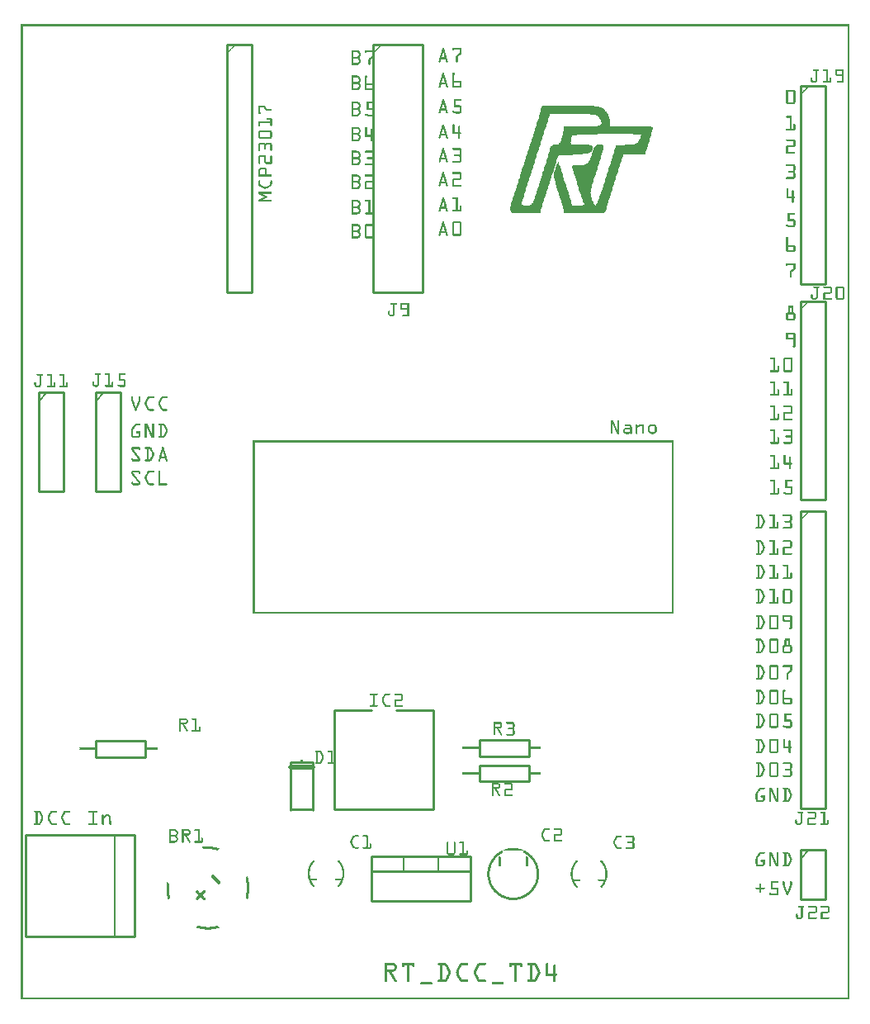
<source format=gto>
G04 MADE WITH FRITZING*
G04 WWW.FRITZING.ORG*
G04 DOUBLE SIDED*
G04 HOLES PLATED*
G04 CONTOUR ON CENTER OF CONTOUR VECTOR*
%ASAXBY*%
%FSLAX23Y23*%
%MOIN*%
%OFA0B0*%
%SFA1.0B1.0*%
%ADD10C,0.010000*%
%ADD11C,0.020000*%
%ADD12C,0.005000*%
%ADD13C,0.000100*%
%ADD14R,0.001000X0.001000*%
%LNSILK1*%
G90*
G70*
G54D10*
X1268Y1168D02*
X1268Y768D01*
D02*
X1268Y768D02*
X1668Y768D01*
D02*
X1668Y768D02*
X1668Y1168D01*
D02*
X1268Y1168D02*
X1418Y1168D01*
D02*
X1518Y1168D02*
X1668Y1168D01*
D02*
X305Y1046D02*
X505Y1046D01*
D02*
X505Y1046D02*
X505Y980D01*
D02*
X505Y980D02*
X305Y980D01*
D02*
X305Y980D02*
X305Y1046D01*
D02*
X1179Y960D02*
X1179Y765D01*
D02*
X1089Y765D02*
X1089Y960D01*
D02*
X1089Y960D02*
X1179Y960D01*
G54D11*
D02*
X1089Y940D02*
X1179Y940D01*
G54D10*
D02*
X1852Y947D02*
X2052Y947D01*
D02*
X2052Y947D02*
X2052Y881D01*
D02*
X2052Y881D02*
X1852Y881D01*
D02*
X1852Y881D02*
X1852Y947D01*
D02*
X1852Y1049D02*
X2052Y1049D01*
D02*
X2052Y1049D02*
X2052Y983D01*
D02*
X2052Y983D02*
X1852Y983D01*
D02*
X1852Y983D02*
X1852Y1049D01*
D02*
X1416Y579D02*
X1816Y579D01*
D02*
X1816Y579D02*
X1816Y399D01*
D02*
X1816Y399D02*
X1416Y399D01*
D02*
X1416Y399D02*
X1416Y579D01*
D02*
X1416Y579D02*
X1816Y579D01*
D02*
X1816Y579D02*
X1816Y519D01*
D02*
X1816Y519D02*
X1416Y519D01*
D02*
X1416Y519D02*
X1416Y579D01*
G54D12*
D02*
X1546Y579D02*
X1546Y519D01*
D02*
X1686Y579D02*
X1686Y519D01*
G54D10*
D02*
X3149Y2820D02*
X3149Y2020D01*
D02*
X3149Y2020D02*
X3249Y2020D01*
D02*
X3249Y2020D02*
X3249Y2820D01*
D02*
X3249Y2820D02*
X3149Y2820D01*
D02*
X3149Y3688D02*
X3149Y2888D01*
D02*
X3149Y2888D02*
X3249Y2888D01*
D02*
X3249Y2888D02*
X3249Y3688D01*
D02*
X3249Y3688D02*
X3149Y3688D01*
D02*
X3149Y1971D02*
X3149Y771D01*
D02*
X3149Y771D02*
X3249Y771D01*
D02*
X3249Y771D02*
X3249Y1971D01*
D02*
X3249Y1971D02*
X3149Y1971D01*
D02*
X3149Y605D02*
X3149Y405D01*
D02*
X3149Y405D02*
X3249Y405D01*
D02*
X3249Y405D02*
X3249Y605D01*
D02*
X3249Y605D02*
X3149Y605D01*
G54D12*
D02*
X3149Y570D02*
X3184Y605D01*
G54D10*
D02*
X20Y664D02*
X20Y254D01*
D02*
X20Y254D02*
X460Y254D01*
D02*
X460Y254D02*
X460Y664D01*
D02*
X460Y664D02*
X20Y664D01*
G54D12*
D02*
X380Y254D02*
X380Y664D01*
G54D10*
D02*
X1423Y3855D02*
X1423Y2855D01*
D02*
X1423Y2855D02*
X1623Y2855D01*
D02*
X1623Y2855D02*
X1623Y3855D01*
D02*
X1623Y3855D02*
X1423Y3855D01*
D02*
X832Y3855D02*
X832Y2855D01*
D02*
X832Y2855D02*
X932Y2855D01*
D02*
X932Y2855D02*
X932Y3855D01*
D02*
X932Y3855D02*
X832Y3855D01*
D02*
X303Y2452D02*
X303Y2052D01*
D02*
X303Y2052D02*
X403Y2052D01*
D02*
X403Y2052D02*
X403Y2452D01*
D02*
X403Y2452D02*
X303Y2452D01*
G54D12*
D02*
X303Y2417D02*
X338Y2452D01*
G54D10*
D02*
X72Y2452D02*
X72Y2052D01*
D02*
X72Y2052D02*
X172Y2052D01*
D02*
X172Y2052D02*
X172Y2452D01*
D02*
X172Y2452D02*
X72Y2452D01*
G54D12*
D02*
X72Y2417D02*
X107Y2452D01*
G54D13*
G36*
X2106Y3608D02*
X2106Y3605D01*
X2103Y3605D01*
X2103Y3599D01*
X2101Y3599D01*
X2101Y3589D01*
X2099Y3589D01*
X2099Y3582D01*
X2096Y3582D01*
X2096Y3575D01*
X2299Y3575D01*
X2299Y3573D01*
X2315Y3573D01*
X2315Y3571D01*
X2322Y3571D01*
X2322Y3569D01*
X2329Y3569D01*
X2329Y3566D01*
X2331Y3566D01*
X2331Y3564D01*
X2334Y3564D01*
X2334Y3562D01*
X2336Y3562D01*
X2336Y3559D01*
X2338Y3559D01*
X2338Y3557D01*
X2341Y3557D01*
X2341Y3552D01*
X2343Y3552D01*
X2343Y3548D01*
X2345Y3548D01*
X2345Y3541D01*
X2347Y3541D01*
X2347Y3536D01*
X2345Y3536D01*
X2345Y3532D01*
X2341Y3532D01*
X2341Y3529D01*
X2331Y3529D01*
X2331Y3527D01*
X2198Y3527D01*
X2198Y3525D01*
X2195Y3525D01*
X2195Y3516D01*
X2193Y3516D01*
X2193Y3506D01*
X2191Y3506D01*
X2191Y3497D01*
X2189Y3497D01*
X2189Y3495D01*
X2472Y3495D01*
X2472Y3493D01*
X2506Y3493D01*
X2506Y3490D01*
X2504Y3490D01*
X2504Y3483D01*
X2502Y3483D01*
X2502Y3476D01*
X2500Y3476D01*
X2500Y3472D01*
X2497Y3472D01*
X2497Y3465D01*
X2495Y3465D01*
X2495Y3463D01*
X2493Y3463D01*
X2493Y3460D01*
X2490Y3460D01*
X2490Y3458D01*
X2488Y3458D01*
X2488Y3456D01*
X2481Y3456D01*
X2481Y3453D01*
X2472Y3453D01*
X2472Y3451D01*
X2440Y3451D01*
X2440Y3449D01*
X2405Y3449D01*
X2405Y3446D01*
X2403Y3446D01*
X2403Y3440D01*
X2400Y3440D01*
X2400Y3433D01*
X2398Y3433D01*
X2398Y3423D01*
X2396Y3423D01*
X2396Y3417D01*
X2394Y3417D01*
X2394Y3410D01*
X2391Y3410D01*
X2391Y3403D01*
X2389Y3403D01*
X2389Y3396D01*
X2387Y3396D01*
X2387Y3387D01*
X2384Y3387D01*
X2384Y3380D01*
X2382Y3380D01*
X2382Y3373D01*
X2380Y3373D01*
X2380Y3366D01*
X2377Y3366D01*
X2377Y3359D01*
X2375Y3359D01*
X2375Y3350D01*
X2373Y3350D01*
X2373Y3343D01*
X2371Y3343D01*
X2371Y3336D01*
X2368Y3336D01*
X2368Y3329D01*
X2366Y3329D01*
X2366Y3322D01*
X2364Y3322D01*
X2364Y3315D01*
X2361Y3315D01*
X2361Y3306D01*
X2359Y3306D01*
X2359Y3299D01*
X2357Y3299D01*
X2357Y3292D01*
X2354Y3292D01*
X2354Y3285D01*
X2352Y3285D01*
X2352Y3278D01*
X2350Y3278D01*
X2350Y3269D01*
X2347Y3269D01*
X2347Y3262D01*
X2345Y3262D01*
X2345Y3255D01*
X2343Y3255D01*
X2343Y3251D01*
X2341Y3251D01*
X2341Y3244D01*
X2338Y3244D01*
X2338Y3237D01*
X2336Y3237D01*
X2336Y3232D01*
X2334Y3232D01*
X2334Y3225D01*
X2331Y3225D01*
X2331Y3221D01*
X2329Y3221D01*
X2329Y3216D01*
X2327Y3216D01*
X2327Y3212D01*
X2324Y3212D01*
X2324Y3209D01*
X2322Y3209D01*
X2322Y3207D01*
X2371Y3207D01*
X2371Y3214D01*
X2373Y3214D01*
X2373Y3221D01*
X2375Y3221D01*
X2375Y3230D01*
X2377Y3230D01*
X2377Y3237D01*
X2380Y3237D01*
X2380Y3244D01*
X2382Y3244D01*
X2382Y3251D01*
X2384Y3251D01*
X2384Y3258D01*
X2387Y3258D01*
X2387Y3267D01*
X2389Y3267D01*
X2389Y3274D01*
X2391Y3274D01*
X2391Y3281D01*
X2394Y3281D01*
X2394Y3288D01*
X2396Y3288D01*
X2396Y3294D01*
X2398Y3294D01*
X2398Y3301D01*
X2400Y3301D01*
X2400Y3308D01*
X2403Y3308D01*
X2403Y3317D01*
X2405Y3317D01*
X2405Y3324D01*
X2407Y3324D01*
X2407Y3331D01*
X2410Y3331D01*
X2410Y3338D01*
X2412Y3338D01*
X2412Y3345D01*
X2414Y3345D01*
X2414Y3354D01*
X2417Y3354D01*
X2417Y3361D01*
X2419Y3361D01*
X2419Y3368D01*
X2421Y3368D01*
X2421Y3375D01*
X2423Y3375D01*
X2423Y3382D01*
X2426Y3382D01*
X2426Y3389D01*
X2428Y3389D01*
X2428Y3396D01*
X2430Y3396D01*
X2430Y3403D01*
X2433Y3403D01*
X2433Y3410D01*
X2435Y3410D01*
X2435Y3412D01*
X2523Y3412D01*
X2523Y3419D01*
X2525Y3419D01*
X2525Y3426D01*
X2527Y3426D01*
X2527Y3433D01*
X2529Y3433D01*
X2529Y3442D01*
X2532Y3442D01*
X2532Y3449D01*
X2534Y3449D01*
X2534Y3456D01*
X2536Y3456D01*
X2536Y3463D01*
X2539Y3463D01*
X2539Y3472D01*
X2541Y3472D01*
X2541Y3479D01*
X2543Y3479D01*
X2543Y3486D01*
X2546Y3486D01*
X2546Y3493D01*
X2548Y3493D01*
X2548Y3502D01*
X2550Y3502D01*
X2550Y3511D01*
X2552Y3511D01*
X2552Y3522D01*
X2546Y3522D01*
X2546Y3525D01*
X2500Y3525D01*
X2500Y3527D01*
X2380Y3527D01*
X2380Y3557D01*
X2377Y3557D01*
X2377Y3566D01*
X2375Y3566D01*
X2375Y3571D01*
X2373Y3571D01*
X2373Y3575D01*
X2371Y3575D01*
X2371Y3580D01*
X2368Y3580D01*
X2368Y3582D01*
X2366Y3582D01*
X2366Y3585D01*
X2364Y3585D01*
X2364Y3587D01*
X2361Y3587D01*
X2361Y3589D01*
X2359Y3589D01*
X2359Y3592D01*
X2357Y3592D01*
X2357Y3594D01*
X2354Y3594D01*
X2354Y3596D01*
X2352Y3596D01*
X2352Y3599D01*
X2347Y3599D01*
X2347Y3601D01*
X2343Y3601D01*
X2343Y3603D01*
X2336Y3603D01*
X2336Y3605D01*
X2318Y3605D01*
X2318Y3608D01*
X2106Y3608D01*
G37*
D02*
G36*
X2096Y3575D02*
X2096Y3573D01*
X2094Y3573D01*
X2094Y3566D01*
X2092Y3566D01*
X2092Y3557D01*
X2089Y3557D01*
X2089Y3550D01*
X2087Y3550D01*
X2087Y3541D01*
X2085Y3541D01*
X2085Y3534D01*
X2083Y3534D01*
X2083Y3527D01*
X2080Y3527D01*
X2080Y3520D01*
X2078Y3520D01*
X2078Y3511D01*
X2076Y3511D01*
X2076Y3504D01*
X2073Y3504D01*
X2073Y3497D01*
X2071Y3497D01*
X2071Y3490D01*
X2069Y3490D01*
X2069Y3483D01*
X2066Y3483D01*
X2066Y3476D01*
X2064Y3476D01*
X2064Y3470D01*
X2062Y3470D01*
X2062Y3463D01*
X2060Y3463D01*
X2060Y3456D01*
X2057Y3456D01*
X2057Y3446D01*
X2055Y3446D01*
X2055Y3440D01*
X2053Y3440D01*
X2053Y3433D01*
X2050Y3433D01*
X2050Y3426D01*
X2048Y3426D01*
X2048Y3419D01*
X2046Y3419D01*
X2046Y3412D01*
X2043Y3412D01*
X2043Y3405D01*
X2041Y3405D01*
X2041Y3398D01*
X2039Y3398D01*
X2039Y3391D01*
X2036Y3391D01*
X2036Y3382D01*
X2034Y3382D01*
X2034Y3375D01*
X2032Y3375D01*
X2032Y3368D01*
X2030Y3368D01*
X2030Y3361D01*
X2027Y3361D01*
X2027Y3354D01*
X2025Y3354D01*
X2025Y3347D01*
X2023Y3347D01*
X2023Y3341D01*
X2020Y3341D01*
X2020Y3331D01*
X2018Y3331D01*
X2018Y3324D01*
X2016Y3324D01*
X2016Y3317D01*
X2013Y3317D01*
X2013Y3311D01*
X2011Y3311D01*
X2011Y3304D01*
X2009Y3304D01*
X2009Y3297D01*
X2007Y3297D01*
X2007Y3288D01*
X2004Y3288D01*
X2004Y3281D01*
X2002Y3281D01*
X2002Y3274D01*
X2000Y3274D01*
X2000Y3267D01*
X1997Y3267D01*
X1997Y3260D01*
X1995Y3260D01*
X1995Y3253D01*
X1993Y3253D01*
X1993Y3246D01*
X1990Y3246D01*
X1990Y3239D01*
X1988Y3239D01*
X1988Y3232D01*
X1986Y3232D01*
X1986Y3225D01*
X1984Y3225D01*
X1984Y3218D01*
X1981Y3218D01*
X1981Y3209D01*
X1979Y3209D01*
X1979Y3207D01*
X2030Y3207D01*
X2030Y3209D01*
X2025Y3209D01*
X2025Y3212D01*
X2023Y3212D01*
X2023Y3214D01*
X2025Y3214D01*
X2025Y3223D01*
X2027Y3223D01*
X2027Y3232D01*
X2030Y3232D01*
X2030Y3239D01*
X2032Y3239D01*
X2032Y3248D01*
X2034Y3248D01*
X2034Y3255D01*
X2036Y3255D01*
X2036Y3262D01*
X2039Y3262D01*
X2039Y3269D01*
X2041Y3269D01*
X2041Y3278D01*
X2043Y3278D01*
X2043Y3285D01*
X2046Y3285D01*
X2046Y3292D01*
X2048Y3292D01*
X2048Y3299D01*
X2050Y3299D01*
X2050Y3306D01*
X2053Y3306D01*
X2053Y3313D01*
X2055Y3313D01*
X2055Y3320D01*
X2057Y3320D01*
X2057Y3327D01*
X2060Y3327D01*
X2060Y3336D01*
X2062Y3336D01*
X2062Y3343D01*
X2064Y3343D01*
X2064Y3350D01*
X2066Y3350D01*
X2066Y3357D01*
X2069Y3357D01*
X2069Y3364D01*
X2071Y3364D01*
X2071Y3370D01*
X2073Y3370D01*
X2073Y3377D01*
X2076Y3377D01*
X2076Y3384D01*
X2078Y3384D01*
X2078Y3391D01*
X2080Y3391D01*
X2080Y3400D01*
X2083Y3400D01*
X2083Y3407D01*
X2085Y3407D01*
X2085Y3414D01*
X2087Y3414D01*
X2087Y3421D01*
X2089Y3421D01*
X2089Y3428D01*
X2092Y3428D01*
X2092Y3435D01*
X2094Y3435D01*
X2094Y3442D01*
X2096Y3442D01*
X2096Y3449D01*
X2099Y3449D01*
X2099Y3458D01*
X2101Y3458D01*
X2101Y3465D01*
X2103Y3465D01*
X2103Y3472D01*
X2106Y3472D01*
X2106Y3479D01*
X2108Y3479D01*
X2108Y3486D01*
X2110Y3486D01*
X2110Y3493D01*
X2113Y3493D01*
X2113Y3499D01*
X2115Y3499D01*
X2115Y3509D01*
X2117Y3509D01*
X2117Y3516D01*
X2119Y3516D01*
X2119Y3522D01*
X2122Y3522D01*
X2122Y3529D01*
X2124Y3529D01*
X2124Y3536D01*
X2126Y3536D01*
X2126Y3543D01*
X2129Y3543D01*
X2129Y3552D01*
X2131Y3552D01*
X2131Y3559D01*
X2133Y3559D01*
X2133Y3566D01*
X2136Y3566D01*
X2136Y3573D01*
X2138Y3573D01*
X2138Y3575D01*
X2096Y3575D01*
G37*
D02*
G36*
X2189Y3495D02*
X2189Y3488D01*
X2186Y3488D01*
X2186Y3479D01*
X2184Y3479D01*
X2184Y3472D01*
X2182Y3472D01*
X2182Y3465D01*
X2179Y3465D01*
X2179Y3460D01*
X2177Y3460D01*
X2177Y3458D01*
X2175Y3458D01*
X2175Y3456D01*
X2172Y3456D01*
X2172Y3453D01*
X2165Y3453D01*
X2165Y3451D01*
X2149Y3451D01*
X2149Y3449D01*
X2147Y3449D01*
X2147Y3446D01*
X2142Y3446D01*
X2142Y3444D01*
X2140Y3444D01*
X2140Y3440D01*
X2138Y3440D01*
X2138Y3430D01*
X2136Y3430D01*
X2136Y3423D01*
X2133Y3423D01*
X2133Y3414D01*
X2131Y3414D01*
X2131Y3407D01*
X2129Y3407D01*
X2129Y3400D01*
X2126Y3400D01*
X2126Y3391D01*
X2124Y3391D01*
X2124Y3384D01*
X2122Y3384D01*
X2122Y3377D01*
X2119Y3377D01*
X2119Y3370D01*
X2117Y3370D01*
X2117Y3361D01*
X2115Y3361D01*
X2115Y3354D01*
X2113Y3354D01*
X2113Y3347D01*
X2110Y3347D01*
X2110Y3341D01*
X2108Y3341D01*
X2108Y3331D01*
X2106Y3331D01*
X2106Y3324D01*
X2103Y3324D01*
X2103Y3317D01*
X2101Y3317D01*
X2101Y3311D01*
X2099Y3311D01*
X2099Y3304D01*
X2096Y3304D01*
X2096Y3297D01*
X2094Y3297D01*
X2094Y3288D01*
X2092Y3288D01*
X2092Y3281D01*
X2089Y3281D01*
X2089Y3274D01*
X2087Y3274D01*
X2087Y3267D01*
X2085Y3267D01*
X2085Y3260D01*
X2083Y3260D01*
X2083Y3253D01*
X2080Y3253D01*
X2080Y3246D01*
X2078Y3246D01*
X2078Y3239D01*
X2076Y3239D01*
X2076Y3232D01*
X2073Y3232D01*
X2073Y3225D01*
X2071Y3225D01*
X2071Y3221D01*
X2069Y3221D01*
X2069Y3216D01*
X2066Y3216D01*
X2066Y3214D01*
X2064Y3214D01*
X2064Y3212D01*
X2062Y3212D01*
X2062Y3209D01*
X2057Y3209D01*
X2057Y3207D01*
X2108Y3207D01*
X2108Y3214D01*
X2110Y3214D01*
X2110Y3221D01*
X2113Y3221D01*
X2113Y3228D01*
X2115Y3228D01*
X2115Y3235D01*
X2117Y3235D01*
X2117Y3241D01*
X2119Y3241D01*
X2119Y3251D01*
X2122Y3251D01*
X2122Y3258D01*
X2124Y3258D01*
X2124Y3264D01*
X2126Y3264D01*
X2126Y3271D01*
X2129Y3271D01*
X2129Y3278D01*
X2131Y3278D01*
X2131Y3285D01*
X2133Y3285D01*
X2133Y3292D01*
X2136Y3292D01*
X2136Y3299D01*
X2138Y3299D01*
X2138Y3306D01*
X2140Y3306D01*
X2140Y3315D01*
X2142Y3315D01*
X2142Y3322D01*
X2145Y3322D01*
X2145Y3329D01*
X2147Y3329D01*
X2147Y3336D01*
X2149Y3336D01*
X2149Y3343D01*
X2152Y3343D01*
X2152Y3350D01*
X2154Y3350D01*
X2154Y3357D01*
X2156Y3357D01*
X2156Y3364D01*
X2159Y3364D01*
X2159Y3370D01*
X2161Y3370D01*
X2161Y3377D01*
X2163Y3377D01*
X2163Y3384D01*
X2165Y3384D01*
X2165Y3391D01*
X2168Y3391D01*
X2168Y3398D01*
X2170Y3398D01*
X2170Y3405D01*
X2172Y3405D01*
X2172Y3410D01*
X2230Y3410D01*
X2230Y3412D01*
X2269Y3412D01*
X2269Y3414D01*
X2285Y3414D01*
X2285Y3417D01*
X2294Y3417D01*
X2294Y3419D01*
X2299Y3419D01*
X2299Y3421D01*
X2304Y3421D01*
X2304Y3423D01*
X2306Y3423D01*
X2306Y3426D01*
X2308Y3426D01*
X2308Y3430D01*
X2311Y3430D01*
X2311Y3446D01*
X2306Y3446D01*
X2306Y3449D01*
X2297Y3449D01*
X2297Y3451D01*
X2239Y3451D01*
X2239Y3453D01*
X2225Y3453D01*
X2225Y3456D01*
X2223Y3456D01*
X2223Y3458D01*
X2221Y3458D01*
X2221Y3463D01*
X2223Y3463D01*
X2223Y3472D01*
X2225Y3472D01*
X2225Y3481D01*
X2228Y3481D01*
X2228Y3490D01*
X2248Y3490D01*
X2248Y3493D01*
X2329Y3493D01*
X2329Y3495D01*
X2189Y3495D01*
G37*
D02*
G36*
X2327Y3451D02*
X2327Y3449D01*
X2322Y3449D01*
X2322Y3446D01*
X2320Y3446D01*
X2320Y3442D01*
X2318Y3442D01*
X2318Y3440D01*
X2315Y3440D01*
X2315Y3433D01*
X2313Y3433D01*
X2313Y3428D01*
X2311Y3428D01*
X2311Y3419D01*
X2308Y3419D01*
X2308Y3412D01*
X2306Y3412D01*
X2306Y3405D01*
X2304Y3405D01*
X2304Y3400D01*
X2301Y3400D01*
X2301Y3393D01*
X2299Y3393D01*
X2299Y3389D01*
X2297Y3389D01*
X2297Y3387D01*
X2294Y3387D01*
X2294Y3382D01*
X2292Y3382D01*
X2292Y3380D01*
X2290Y3380D01*
X2290Y3377D01*
X2288Y3377D01*
X2288Y3375D01*
X2283Y3375D01*
X2283Y3373D01*
X2276Y3373D01*
X2276Y3370D01*
X2237Y3370D01*
X2237Y3368D01*
X2230Y3368D01*
X2230Y3366D01*
X2228Y3366D01*
X2228Y3354D01*
X2230Y3354D01*
X2230Y3345D01*
X2232Y3345D01*
X2232Y3338D01*
X2235Y3338D01*
X2235Y3331D01*
X2237Y3331D01*
X2237Y3324D01*
X2239Y3324D01*
X2239Y3317D01*
X2242Y3317D01*
X2242Y3311D01*
X2244Y3311D01*
X2244Y3304D01*
X2246Y3304D01*
X2246Y3297D01*
X2248Y3297D01*
X2248Y3288D01*
X2251Y3288D01*
X2251Y3281D01*
X2253Y3281D01*
X2253Y3274D01*
X2255Y3274D01*
X2255Y3267D01*
X2258Y3267D01*
X2258Y3260D01*
X2260Y3260D01*
X2260Y3253D01*
X2262Y3253D01*
X2262Y3246D01*
X2265Y3246D01*
X2265Y3239D01*
X2267Y3239D01*
X2267Y3232D01*
X2269Y3232D01*
X2269Y3225D01*
X2271Y3225D01*
X2271Y3218D01*
X2274Y3218D01*
X2274Y3214D01*
X2276Y3214D01*
X2276Y3209D01*
X2271Y3209D01*
X2271Y3207D01*
X2320Y3207D01*
X2320Y3209D01*
X2318Y3209D01*
X2318Y3212D01*
X2315Y3212D01*
X2315Y3216D01*
X2313Y3216D01*
X2313Y3221D01*
X2311Y3221D01*
X2311Y3225D01*
X2308Y3225D01*
X2308Y3232D01*
X2306Y3232D01*
X2306Y3239D01*
X2304Y3239D01*
X2304Y3255D01*
X2301Y3255D01*
X2301Y3258D01*
X2304Y3258D01*
X2304Y3274D01*
X2306Y3274D01*
X2306Y3283D01*
X2308Y3283D01*
X2308Y3292D01*
X2311Y3292D01*
X2311Y3299D01*
X2313Y3299D01*
X2313Y3308D01*
X2315Y3308D01*
X2315Y3315D01*
X2318Y3315D01*
X2318Y3322D01*
X2320Y3322D01*
X2320Y3329D01*
X2322Y3329D01*
X2322Y3336D01*
X2324Y3336D01*
X2324Y3343D01*
X2327Y3343D01*
X2327Y3350D01*
X2329Y3350D01*
X2329Y3357D01*
X2331Y3357D01*
X2331Y3366D01*
X2334Y3366D01*
X2334Y3373D01*
X2336Y3373D01*
X2336Y3380D01*
X2338Y3380D01*
X2338Y3387D01*
X2341Y3387D01*
X2341Y3393D01*
X2343Y3393D01*
X2343Y3403D01*
X2345Y3403D01*
X2345Y3410D01*
X2347Y3410D01*
X2347Y3419D01*
X2350Y3419D01*
X2350Y3428D01*
X2352Y3428D01*
X2352Y3449D01*
X2350Y3449D01*
X2350Y3451D01*
X2327Y3451D01*
G37*
D02*
G36*
X2170Y3382D02*
X2170Y3377D01*
X2168Y3377D01*
X2168Y3373D01*
X2165Y3373D01*
X2165Y3368D01*
X2163Y3368D01*
X2163Y3361D01*
X2161Y3361D01*
X2161Y3357D01*
X2159Y3357D01*
X2159Y3350D01*
X2156Y3350D01*
X2156Y3343D01*
X2154Y3343D01*
X2154Y3317D01*
X2156Y3317D01*
X2156Y3306D01*
X2159Y3306D01*
X2159Y3297D01*
X2161Y3297D01*
X2161Y3290D01*
X2163Y3290D01*
X2163Y3281D01*
X2165Y3281D01*
X2165Y3274D01*
X2168Y3274D01*
X2168Y3267D01*
X2170Y3267D01*
X2170Y3258D01*
X2172Y3258D01*
X2172Y3251D01*
X2175Y3251D01*
X2175Y3244D01*
X2177Y3244D01*
X2177Y3237D01*
X2179Y3237D01*
X2179Y3228D01*
X2182Y3228D01*
X2182Y3221D01*
X2184Y3221D01*
X2184Y3214D01*
X2186Y3214D01*
X2186Y3207D01*
X2228Y3207D01*
X2228Y3212D01*
X2225Y3212D01*
X2225Y3218D01*
X2223Y3218D01*
X2223Y3228D01*
X2221Y3228D01*
X2221Y3235D01*
X2218Y3235D01*
X2218Y3241D01*
X2216Y3241D01*
X2216Y3248D01*
X2214Y3248D01*
X2214Y3255D01*
X2212Y3255D01*
X2212Y3262D01*
X2209Y3262D01*
X2209Y3269D01*
X2207Y3269D01*
X2207Y3278D01*
X2205Y3278D01*
X2205Y3285D01*
X2202Y3285D01*
X2202Y3292D01*
X2200Y3292D01*
X2200Y3299D01*
X2198Y3299D01*
X2198Y3306D01*
X2195Y3306D01*
X2195Y3313D01*
X2193Y3313D01*
X2193Y3320D01*
X2191Y3320D01*
X2191Y3327D01*
X2189Y3327D01*
X2189Y3334D01*
X2186Y3334D01*
X2186Y3343D01*
X2184Y3343D01*
X2184Y3350D01*
X2182Y3350D01*
X2182Y3357D01*
X2179Y3357D01*
X2179Y3364D01*
X2177Y3364D01*
X2177Y3370D01*
X2175Y3370D01*
X2175Y3377D01*
X2172Y3377D01*
X2172Y3382D01*
X2170Y3382D01*
G37*
D02*
G36*
X1979Y3207D02*
X1979Y3205D01*
X2106Y3205D01*
X2106Y3207D01*
X1979Y3207D01*
G37*
D02*
G36*
X1979Y3207D02*
X1979Y3205D01*
X2106Y3205D01*
X2106Y3207D01*
X1979Y3207D01*
G37*
D02*
G36*
X2189Y3207D02*
X2189Y3205D01*
X2368Y3205D01*
X2368Y3207D01*
X2189Y3207D01*
G37*
D02*
G36*
X2189Y3207D02*
X2189Y3205D01*
X2368Y3205D01*
X2368Y3207D01*
X2189Y3207D01*
G37*
D02*
G36*
X2189Y3207D02*
X2189Y3205D01*
X2368Y3205D01*
X2368Y3207D01*
X2189Y3207D01*
G37*
D02*
G36*
X1979Y3205D02*
X1979Y3202D01*
X1977Y3202D01*
X1977Y3184D01*
X1979Y3184D01*
X1979Y3179D01*
X1984Y3179D01*
X1984Y3177D01*
X1990Y3177D01*
X1990Y3175D01*
X2096Y3175D01*
X2096Y3177D01*
X2099Y3177D01*
X2099Y3184D01*
X2101Y3184D01*
X2101Y3191D01*
X2103Y3191D01*
X2103Y3198D01*
X2106Y3198D01*
X2106Y3205D01*
X1979Y3205D01*
G37*
D02*
G36*
X2189Y3205D02*
X2189Y3200D01*
X2191Y3200D01*
X2191Y3191D01*
X2193Y3191D01*
X2193Y3184D01*
X2195Y3184D01*
X2195Y3177D01*
X2198Y3177D01*
X2198Y3175D01*
X2341Y3175D01*
X2341Y3177D01*
X2357Y3177D01*
X2357Y3179D01*
X2361Y3179D01*
X2361Y3182D01*
X2364Y3182D01*
X2364Y3188D01*
X2366Y3188D01*
X2366Y3198D01*
X2368Y3198D01*
X2368Y3205D01*
X2189Y3205D01*
G37*
D02*
G54D14*
X1Y3937D02*
X3346Y3937D01*
X1Y3936D02*
X3346Y3936D01*
X1Y3935D02*
X3346Y3935D01*
X1Y3934D02*
X3346Y3934D01*
X1Y3933D02*
X3346Y3933D01*
X1Y3932D02*
X3346Y3932D01*
X1Y3931D02*
X3346Y3931D01*
X1Y3930D02*
X3346Y3930D01*
X1Y3929D02*
X8Y3929D01*
X3339Y3929D02*
X3346Y3929D01*
X1Y3928D02*
X8Y3928D01*
X3339Y3928D02*
X3346Y3928D01*
X1Y3927D02*
X8Y3927D01*
X3339Y3927D02*
X3346Y3927D01*
X1Y3926D02*
X8Y3926D01*
X3339Y3926D02*
X3346Y3926D01*
X1Y3925D02*
X8Y3925D01*
X3339Y3925D02*
X3346Y3925D01*
X1Y3924D02*
X8Y3924D01*
X3339Y3924D02*
X3346Y3924D01*
X1Y3923D02*
X8Y3923D01*
X3339Y3923D02*
X3346Y3923D01*
X1Y3922D02*
X8Y3922D01*
X3339Y3922D02*
X3346Y3922D01*
X1Y3921D02*
X8Y3921D01*
X3339Y3921D02*
X3346Y3921D01*
X1Y3920D02*
X8Y3920D01*
X3339Y3920D02*
X3346Y3920D01*
X1Y3919D02*
X8Y3919D01*
X3339Y3919D02*
X3346Y3919D01*
X1Y3918D02*
X8Y3918D01*
X3339Y3918D02*
X3346Y3918D01*
X1Y3917D02*
X8Y3917D01*
X3339Y3917D02*
X3346Y3917D01*
X1Y3916D02*
X8Y3916D01*
X3339Y3916D02*
X3346Y3916D01*
X1Y3915D02*
X8Y3915D01*
X3339Y3915D02*
X3346Y3915D01*
X1Y3914D02*
X8Y3914D01*
X3339Y3914D02*
X3346Y3914D01*
X1Y3913D02*
X8Y3913D01*
X3339Y3913D02*
X3346Y3913D01*
X1Y3912D02*
X8Y3912D01*
X3339Y3912D02*
X3346Y3912D01*
X1Y3911D02*
X8Y3911D01*
X3339Y3911D02*
X3346Y3911D01*
X1Y3910D02*
X8Y3910D01*
X3339Y3910D02*
X3346Y3910D01*
X1Y3909D02*
X8Y3909D01*
X3339Y3909D02*
X3346Y3909D01*
X1Y3908D02*
X8Y3908D01*
X3339Y3908D02*
X3346Y3908D01*
X1Y3907D02*
X8Y3907D01*
X3339Y3907D02*
X3346Y3907D01*
X1Y3906D02*
X8Y3906D01*
X3339Y3906D02*
X3346Y3906D01*
X1Y3905D02*
X8Y3905D01*
X3339Y3905D02*
X3346Y3905D01*
X1Y3904D02*
X8Y3904D01*
X3339Y3904D02*
X3346Y3904D01*
X1Y3903D02*
X8Y3903D01*
X3339Y3903D02*
X3346Y3903D01*
X1Y3902D02*
X8Y3902D01*
X3339Y3902D02*
X3346Y3902D01*
X1Y3901D02*
X8Y3901D01*
X3339Y3901D02*
X3346Y3901D01*
X1Y3900D02*
X8Y3900D01*
X3339Y3900D02*
X3346Y3900D01*
X1Y3899D02*
X8Y3899D01*
X3339Y3899D02*
X3346Y3899D01*
X1Y3898D02*
X8Y3898D01*
X3339Y3898D02*
X3346Y3898D01*
X1Y3897D02*
X8Y3897D01*
X3339Y3897D02*
X3346Y3897D01*
X1Y3896D02*
X8Y3896D01*
X3339Y3896D02*
X3346Y3896D01*
X1Y3895D02*
X8Y3895D01*
X3339Y3895D02*
X3346Y3895D01*
X1Y3894D02*
X8Y3894D01*
X3339Y3894D02*
X3346Y3894D01*
X1Y3893D02*
X8Y3893D01*
X3339Y3893D02*
X3346Y3893D01*
X1Y3892D02*
X8Y3892D01*
X3339Y3892D02*
X3346Y3892D01*
X1Y3891D02*
X8Y3891D01*
X3339Y3891D02*
X3346Y3891D01*
X1Y3890D02*
X8Y3890D01*
X3339Y3890D02*
X3346Y3890D01*
X1Y3889D02*
X8Y3889D01*
X3339Y3889D02*
X3346Y3889D01*
X1Y3888D02*
X8Y3888D01*
X3339Y3888D02*
X3346Y3888D01*
X1Y3887D02*
X8Y3887D01*
X3339Y3887D02*
X3346Y3887D01*
X1Y3886D02*
X8Y3886D01*
X3339Y3886D02*
X3346Y3886D01*
X1Y3885D02*
X8Y3885D01*
X3339Y3885D02*
X3346Y3885D01*
X1Y3884D02*
X8Y3884D01*
X3339Y3884D02*
X3346Y3884D01*
X1Y3883D02*
X8Y3883D01*
X3339Y3883D02*
X3346Y3883D01*
X1Y3882D02*
X8Y3882D01*
X3339Y3882D02*
X3346Y3882D01*
X1Y3881D02*
X8Y3881D01*
X3339Y3881D02*
X3346Y3881D01*
X1Y3880D02*
X8Y3880D01*
X3339Y3880D02*
X3346Y3880D01*
X1Y3879D02*
X8Y3879D01*
X3339Y3879D02*
X3346Y3879D01*
X1Y3878D02*
X8Y3878D01*
X3339Y3878D02*
X3346Y3878D01*
X1Y3877D02*
X8Y3877D01*
X3339Y3877D02*
X3346Y3877D01*
X1Y3876D02*
X8Y3876D01*
X3339Y3876D02*
X3346Y3876D01*
X1Y3875D02*
X8Y3875D01*
X3339Y3875D02*
X3346Y3875D01*
X1Y3874D02*
X8Y3874D01*
X3339Y3874D02*
X3346Y3874D01*
X1Y3873D02*
X8Y3873D01*
X3339Y3873D02*
X3346Y3873D01*
X1Y3872D02*
X8Y3872D01*
X3339Y3872D02*
X3346Y3872D01*
X1Y3871D02*
X8Y3871D01*
X3339Y3871D02*
X3346Y3871D01*
X1Y3870D02*
X8Y3870D01*
X3339Y3870D02*
X3346Y3870D01*
X1Y3869D02*
X8Y3869D01*
X3339Y3869D02*
X3346Y3869D01*
X1Y3868D02*
X8Y3868D01*
X3339Y3868D02*
X3346Y3868D01*
X1Y3867D02*
X8Y3867D01*
X3339Y3867D02*
X3346Y3867D01*
X1Y3866D02*
X8Y3866D01*
X3339Y3866D02*
X3346Y3866D01*
X1Y3865D02*
X8Y3865D01*
X3339Y3865D02*
X3346Y3865D01*
X1Y3864D02*
X8Y3864D01*
X3339Y3864D02*
X3346Y3864D01*
X1Y3863D02*
X8Y3863D01*
X3339Y3863D02*
X3346Y3863D01*
X1Y3862D02*
X8Y3862D01*
X3339Y3862D02*
X3346Y3862D01*
X1Y3861D02*
X8Y3861D01*
X3339Y3861D02*
X3346Y3861D01*
X1Y3860D02*
X8Y3860D01*
X3339Y3860D02*
X3346Y3860D01*
X1Y3859D02*
X8Y3859D01*
X3339Y3859D02*
X3346Y3859D01*
X1Y3858D02*
X8Y3858D01*
X3339Y3858D02*
X3346Y3858D01*
X1Y3857D02*
X8Y3857D01*
X866Y3857D02*
X866Y3857D01*
X1457Y3857D02*
X1457Y3857D01*
X3339Y3857D02*
X3346Y3857D01*
X1Y3856D02*
X8Y3856D01*
X865Y3856D02*
X867Y3856D01*
X1456Y3856D02*
X1458Y3856D01*
X3339Y3856D02*
X3346Y3856D01*
X1Y3855D02*
X8Y3855D01*
X864Y3855D02*
X868Y3855D01*
X1455Y3855D02*
X1459Y3855D01*
X3339Y3855D02*
X3346Y3855D01*
X1Y3854D02*
X8Y3854D01*
X863Y3854D02*
X869Y3854D01*
X1454Y3854D02*
X1460Y3854D01*
X3339Y3854D02*
X3346Y3854D01*
X1Y3853D02*
X8Y3853D01*
X862Y3853D02*
X868Y3853D01*
X1453Y3853D02*
X1459Y3853D01*
X3339Y3853D02*
X3346Y3853D01*
X1Y3852D02*
X8Y3852D01*
X861Y3852D02*
X867Y3852D01*
X1452Y3852D02*
X1458Y3852D01*
X3339Y3852D02*
X3346Y3852D01*
X1Y3851D02*
X8Y3851D01*
X860Y3851D02*
X866Y3851D01*
X1451Y3851D02*
X1457Y3851D01*
X3339Y3851D02*
X3346Y3851D01*
X1Y3850D02*
X8Y3850D01*
X859Y3850D02*
X865Y3850D01*
X1450Y3850D02*
X1456Y3850D01*
X3339Y3850D02*
X3346Y3850D01*
X1Y3849D02*
X8Y3849D01*
X858Y3849D02*
X864Y3849D01*
X1449Y3849D02*
X1455Y3849D01*
X3339Y3849D02*
X3346Y3849D01*
X1Y3848D02*
X8Y3848D01*
X857Y3848D02*
X863Y3848D01*
X1448Y3848D02*
X1454Y3848D01*
X3339Y3848D02*
X3346Y3848D01*
X1Y3847D02*
X8Y3847D01*
X856Y3847D02*
X862Y3847D01*
X1447Y3847D02*
X1453Y3847D01*
X3339Y3847D02*
X3346Y3847D01*
X1Y3846D02*
X8Y3846D01*
X855Y3846D02*
X861Y3846D01*
X1446Y3846D02*
X1452Y3846D01*
X3339Y3846D02*
X3346Y3846D01*
X1Y3845D02*
X8Y3845D01*
X854Y3845D02*
X860Y3845D01*
X1445Y3845D02*
X1451Y3845D01*
X3339Y3845D02*
X3346Y3845D01*
X1Y3844D02*
X8Y3844D01*
X853Y3844D02*
X859Y3844D01*
X1444Y3844D02*
X1450Y3844D01*
X3339Y3844D02*
X3346Y3844D01*
X1Y3843D02*
X8Y3843D01*
X852Y3843D02*
X858Y3843D01*
X1443Y3843D02*
X1449Y3843D01*
X3339Y3843D02*
X3346Y3843D01*
X1Y3842D02*
X8Y3842D01*
X851Y3842D02*
X857Y3842D01*
X1442Y3842D02*
X1448Y3842D01*
X1705Y3842D02*
X1708Y3842D01*
X1745Y3842D02*
X1780Y3842D01*
X3339Y3842D02*
X3346Y3842D01*
X1Y3841D02*
X8Y3841D01*
X850Y3841D02*
X856Y3841D01*
X1441Y3841D02*
X1447Y3841D01*
X1704Y3841D02*
X1709Y3841D01*
X1744Y3841D02*
X1780Y3841D01*
X3339Y3841D02*
X3346Y3841D01*
X1Y3840D02*
X8Y3840D01*
X849Y3840D02*
X855Y3840D01*
X1440Y3840D02*
X1446Y3840D01*
X1704Y3840D02*
X1710Y3840D01*
X1743Y3840D02*
X1780Y3840D01*
X3339Y3840D02*
X3346Y3840D01*
X1Y3839D02*
X8Y3839D01*
X848Y3839D02*
X854Y3839D01*
X1439Y3839D02*
X1445Y3839D01*
X1703Y3839D02*
X1710Y3839D01*
X1743Y3839D02*
X1780Y3839D01*
X3339Y3839D02*
X3346Y3839D01*
X1Y3838D02*
X8Y3838D01*
X847Y3838D02*
X853Y3838D01*
X1438Y3838D02*
X1444Y3838D01*
X1703Y3838D02*
X1710Y3838D01*
X1743Y3838D02*
X1780Y3838D01*
X3339Y3838D02*
X3346Y3838D01*
X1Y3837D02*
X8Y3837D01*
X846Y3837D02*
X851Y3837D01*
X1437Y3837D02*
X1442Y3837D01*
X1703Y3837D02*
X1711Y3837D01*
X1743Y3837D02*
X1780Y3837D01*
X3339Y3837D02*
X3346Y3837D01*
X1Y3836D02*
X8Y3836D01*
X845Y3836D02*
X851Y3836D01*
X1436Y3836D02*
X1441Y3836D01*
X1702Y3836D02*
X1711Y3836D01*
X1743Y3836D02*
X1780Y3836D01*
X3339Y3836D02*
X3346Y3836D01*
X1Y3835D02*
X8Y3835D01*
X844Y3835D02*
X850Y3835D01*
X1435Y3835D02*
X1441Y3835D01*
X1702Y3835D02*
X1711Y3835D01*
X1743Y3835D02*
X1780Y3835D01*
X3339Y3835D02*
X3346Y3835D01*
X1Y3834D02*
X8Y3834D01*
X843Y3834D02*
X849Y3834D01*
X1434Y3834D02*
X1440Y3834D01*
X1702Y3834D02*
X1712Y3834D01*
X1743Y3834D02*
X1749Y3834D01*
X1773Y3834D02*
X1780Y3834D01*
X3339Y3834D02*
X3346Y3834D01*
X1Y3833D02*
X8Y3833D01*
X842Y3833D02*
X848Y3833D01*
X1433Y3833D02*
X1439Y3833D01*
X1701Y3833D02*
X1712Y3833D01*
X1744Y3833D02*
X1749Y3833D01*
X1773Y3833D02*
X1780Y3833D01*
X3339Y3833D02*
X3346Y3833D01*
X1Y3832D02*
X8Y3832D01*
X841Y3832D02*
X847Y3832D01*
X1432Y3832D02*
X1438Y3832D01*
X1701Y3832D02*
X1712Y3832D01*
X1746Y3832D02*
X1747Y3832D01*
X1773Y3832D02*
X1780Y3832D01*
X3339Y3832D02*
X3346Y3832D01*
X1Y3831D02*
X8Y3831D01*
X840Y3831D02*
X846Y3831D01*
X1336Y3831D02*
X1362Y3831D01*
X1392Y3831D02*
X1427Y3831D01*
X1431Y3831D02*
X1437Y3831D01*
X1701Y3831D02*
X1712Y3831D01*
X1773Y3831D02*
X1780Y3831D01*
X3339Y3831D02*
X3346Y3831D01*
X1Y3830D02*
X8Y3830D01*
X839Y3830D02*
X845Y3830D01*
X1336Y3830D02*
X1365Y3830D01*
X1391Y3830D02*
X1427Y3830D01*
X1430Y3830D02*
X1436Y3830D01*
X1701Y3830D02*
X1713Y3830D01*
X1773Y3830D02*
X1780Y3830D01*
X3339Y3830D02*
X3346Y3830D01*
X1Y3829D02*
X8Y3829D01*
X838Y3829D02*
X844Y3829D01*
X1336Y3829D02*
X1366Y3829D01*
X1391Y3829D02*
X1427Y3829D01*
X1429Y3829D02*
X1435Y3829D01*
X1700Y3829D02*
X1713Y3829D01*
X1773Y3829D02*
X1780Y3829D01*
X3339Y3829D02*
X3346Y3829D01*
X1Y3828D02*
X8Y3828D01*
X837Y3828D02*
X843Y3828D01*
X1336Y3828D02*
X1367Y3828D01*
X1390Y3828D02*
X1434Y3828D01*
X1700Y3828D02*
X1713Y3828D01*
X1773Y3828D02*
X1780Y3828D01*
X3339Y3828D02*
X3346Y3828D01*
X1Y3827D02*
X8Y3827D01*
X836Y3827D02*
X842Y3827D01*
X1336Y3827D02*
X1368Y3827D01*
X1390Y3827D02*
X1433Y3827D01*
X1700Y3827D02*
X1714Y3827D01*
X1773Y3827D02*
X1780Y3827D01*
X3339Y3827D02*
X3346Y3827D01*
X1Y3826D02*
X8Y3826D01*
X835Y3826D02*
X841Y3826D01*
X1336Y3826D02*
X1369Y3826D01*
X1390Y3826D02*
X1432Y3826D01*
X1699Y3826D02*
X1714Y3826D01*
X1773Y3826D02*
X1780Y3826D01*
X3339Y3826D02*
X3346Y3826D01*
X1Y3825D02*
X8Y3825D01*
X834Y3825D02*
X840Y3825D01*
X1336Y3825D02*
X1370Y3825D01*
X1390Y3825D02*
X1431Y3825D01*
X1699Y3825D02*
X1714Y3825D01*
X1773Y3825D02*
X1780Y3825D01*
X3339Y3825D02*
X3346Y3825D01*
X1Y3824D02*
X8Y3824D01*
X833Y3824D02*
X839Y3824D01*
X1336Y3824D02*
X1343Y3824D01*
X1360Y3824D02*
X1370Y3824D01*
X1391Y3824D02*
X1397Y3824D01*
X1420Y3824D02*
X1430Y3824D01*
X1699Y3824D02*
X1714Y3824D01*
X1773Y3824D02*
X1780Y3824D01*
X3339Y3824D02*
X3346Y3824D01*
X1Y3823D02*
X8Y3823D01*
X832Y3823D02*
X838Y3823D01*
X1336Y3823D02*
X1342Y3823D01*
X1362Y3823D02*
X1371Y3823D01*
X1391Y3823D02*
X1397Y3823D01*
X1421Y3823D02*
X1429Y3823D01*
X1699Y3823D02*
X1706Y3823D01*
X1708Y3823D02*
X1715Y3823D01*
X1773Y3823D02*
X1780Y3823D01*
X3339Y3823D02*
X3346Y3823D01*
X1Y3822D02*
X8Y3822D01*
X832Y3822D02*
X837Y3822D01*
X1336Y3822D02*
X1342Y3822D01*
X1364Y3822D02*
X1371Y3822D01*
X1392Y3822D02*
X1396Y3822D01*
X1421Y3822D02*
X1428Y3822D01*
X1698Y3822D02*
X1705Y3822D01*
X1708Y3822D02*
X1715Y3822D01*
X1773Y3822D02*
X1780Y3822D01*
X3339Y3822D02*
X3346Y3822D01*
X1Y3821D02*
X8Y3821D01*
X833Y3821D02*
X836Y3821D01*
X1336Y3821D02*
X1342Y3821D01*
X1364Y3821D02*
X1372Y3821D01*
X1421Y3821D02*
X1427Y3821D01*
X1698Y3821D02*
X1705Y3821D01*
X1708Y3821D02*
X1715Y3821D01*
X1773Y3821D02*
X1780Y3821D01*
X3339Y3821D02*
X3346Y3821D01*
X1Y3820D02*
X8Y3820D01*
X834Y3820D02*
X835Y3820D01*
X1336Y3820D02*
X1342Y3820D01*
X1365Y3820D02*
X1372Y3820D01*
X1421Y3820D02*
X1427Y3820D01*
X1698Y3820D02*
X1705Y3820D01*
X1709Y3820D02*
X1716Y3820D01*
X1772Y3820D02*
X1780Y3820D01*
X3339Y3820D02*
X3346Y3820D01*
X1Y3819D02*
X8Y3819D01*
X1336Y3819D02*
X1342Y3819D01*
X1365Y3819D02*
X1372Y3819D01*
X1421Y3819D02*
X1427Y3819D01*
X1697Y3819D02*
X1704Y3819D01*
X1709Y3819D02*
X1716Y3819D01*
X1770Y3819D02*
X1780Y3819D01*
X3339Y3819D02*
X3346Y3819D01*
X1Y3818D02*
X8Y3818D01*
X1336Y3818D02*
X1342Y3818D01*
X1366Y3818D02*
X1372Y3818D01*
X1421Y3818D02*
X1427Y3818D01*
X1697Y3818D02*
X1704Y3818D01*
X1709Y3818D02*
X1716Y3818D01*
X1769Y3818D02*
X1779Y3818D01*
X3339Y3818D02*
X3346Y3818D01*
X1Y3817D02*
X8Y3817D01*
X1336Y3817D02*
X1342Y3817D01*
X1366Y3817D02*
X1372Y3817D01*
X1421Y3817D02*
X1427Y3817D01*
X1697Y3817D02*
X1704Y3817D01*
X1710Y3817D02*
X1717Y3817D01*
X1768Y3817D02*
X1779Y3817D01*
X3339Y3817D02*
X3346Y3817D01*
X1Y3816D02*
X8Y3816D01*
X1336Y3816D02*
X1342Y3816D01*
X1366Y3816D02*
X1372Y3816D01*
X1421Y3816D02*
X1427Y3816D01*
X1696Y3816D02*
X1703Y3816D01*
X1710Y3816D02*
X1717Y3816D01*
X1767Y3816D02*
X1778Y3816D01*
X3339Y3816D02*
X3346Y3816D01*
X1Y3815D02*
X8Y3815D01*
X1336Y3815D02*
X1342Y3815D01*
X1366Y3815D02*
X1372Y3815D01*
X1421Y3815D02*
X1427Y3815D01*
X1696Y3815D02*
X1703Y3815D01*
X1710Y3815D02*
X1717Y3815D01*
X1766Y3815D02*
X1777Y3815D01*
X3339Y3815D02*
X3346Y3815D01*
X1Y3814D02*
X8Y3814D01*
X1336Y3814D02*
X1342Y3814D01*
X1366Y3814D02*
X1372Y3814D01*
X1421Y3814D02*
X1427Y3814D01*
X1696Y3814D02*
X1703Y3814D01*
X1710Y3814D02*
X1717Y3814D01*
X1765Y3814D02*
X1775Y3814D01*
X3339Y3814D02*
X3346Y3814D01*
X1Y3813D02*
X8Y3813D01*
X1336Y3813D02*
X1342Y3813D01*
X1366Y3813D02*
X1372Y3813D01*
X1421Y3813D02*
X1427Y3813D01*
X1696Y3813D02*
X1703Y3813D01*
X1711Y3813D02*
X1718Y3813D01*
X1763Y3813D02*
X1774Y3813D01*
X3339Y3813D02*
X3346Y3813D01*
X1Y3812D02*
X8Y3812D01*
X1336Y3812D02*
X1342Y3812D01*
X1366Y3812D02*
X1372Y3812D01*
X1421Y3812D02*
X1427Y3812D01*
X1695Y3812D02*
X1702Y3812D01*
X1711Y3812D02*
X1718Y3812D01*
X1762Y3812D02*
X1773Y3812D01*
X3339Y3812D02*
X3346Y3812D01*
X1Y3811D02*
X8Y3811D01*
X1336Y3811D02*
X1342Y3811D01*
X1365Y3811D02*
X1372Y3811D01*
X1421Y3811D02*
X1427Y3811D01*
X1695Y3811D02*
X1702Y3811D01*
X1711Y3811D02*
X1718Y3811D01*
X1761Y3811D02*
X1772Y3811D01*
X3339Y3811D02*
X3346Y3811D01*
X1Y3810D02*
X8Y3810D01*
X1336Y3810D02*
X1342Y3810D01*
X1365Y3810D02*
X1372Y3810D01*
X1420Y3810D02*
X1427Y3810D01*
X1695Y3810D02*
X1702Y3810D01*
X1712Y3810D02*
X1719Y3810D01*
X1760Y3810D02*
X1771Y3810D01*
X3339Y3810D02*
X3346Y3810D01*
X1Y3809D02*
X8Y3809D01*
X1336Y3809D02*
X1342Y3809D01*
X1364Y3809D02*
X1372Y3809D01*
X1419Y3809D02*
X1427Y3809D01*
X1694Y3809D02*
X1701Y3809D01*
X1712Y3809D02*
X1719Y3809D01*
X1759Y3809D02*
X1770Y3809D01*
X3339Y3809D02*
X3346Y3809D01*
X1Y3808D02*
X8Y3808D01*
X1336Y3808D02*
X1342Y3808D01*
X1363Y3808D02*
X1371Y3808D01*
X1417Y3808D02*
X1427Y3808D01*
X1694Y3808D02*
X1701Y3808D01*
X1712Y3808D02*
X1719Y3808D01*
X1758Y3808D02*
X1768Y3808D01*
X3339Y3808D02*
X3346Y3808D01*
X1Y3807D02*
X8Y3807D01*
X1336Y3807D02*
X1342Y3807D01*
X1361Y3807D02*
X1371Y3807D01*
X1416Y3807D02*
X1427Y3807D01*
X1694Y3807D02*
X1701Y3807D01*
X1712Y3807D02*
X1719Y3807D01*
X1758Y3807D02*
X1767Y3807D01*
X3339Y3807D02*
X3346Y3807D01*
X1Y3806D02*
X8Y3806D01*
X1336Y3806D02*
X1370Y3806D01*
X1415Y3806D02*
X1426Y3806D01*
X1694Y3806D02*
X1701Y3806D01*
X1713Y3806D02*
X1720Y3806D01*
X1758Y3806D02*
X1766Y3806D01*
X3339Y3806D02*
X3346Y3806D01*
X1Y3805D02*
X8Y3805D01*
X1336Y3805D02*
X1369Y3805D01*
X1414Y3805D02*
X1425Y3805D01*
X1693Y3805D02*
X1700Y3805D01*
X1713Y3805D02*
X1720Y3805D01*
X1758Y3805D02*
X1765Y3805D01*
X3339Y3805D02*
X3346Y3805D01*
X1Y3804D02*
X8Y3804D01*
X1336Y3804D02*
X1369Y3804D01*
X1413Y3804D02*
X1424Y3804D01*
X1693Y3804D02*
X1720Y3804D01*
X1758Y3804D02*
X1765Y3804D01*
X3339Y3804D02*
X3346Y3804D01*
X1Y3803D02*
X8Y3803D01*
X1336Y3803D02*
X1368Y3803D01*
X1412Y3803D02*
X1422Y3803D01*
X1693Y3803D02*
X1721Y3803D01*
X1758Y3803D02*
X1765Y3803D01*
X3339Y3803D02*
X3346Y3803D01*
X1Y3802D02*
X8Y3802D01*
X1336Y3802D02*
X1368Y3802D01*
X1410Y3802D02*
X1421Y3802D01*
X1692Y3802D02*
X1721Y3802D01*
X1758Y3802D02*
X1765Y3802D01*
X3339Y3802D02*
X3346Y3802D01*
X1Y3801D02*
X8Y3801D01*
X1336Y3801D02*
X1369Y3801D01*
X1409Y3801D02*
X1420Y3801D01*
X1692Y3801D02*
X1721Y3801D01*
X1758Y3801D02*
X1765Y3801D01*
X3339Y3801D02*
X3346Y3801D01*
X1Y3800D02*
X8Y3800D01*
X1336Y3800D02*
X1369Y3800D01*
X1408Y3800D02*
X1419Y3800D01*
X1692Y3800D02*
X1721Y3800D01*
X1758Y3800D02*
X1765Y3800D01*
X3339Y3800D02*
X3346Y3800D01*
X1Y3799D02*
X8Y3799D01*
X1336Y3799D02*
X1370Y3799D01*
X1407Y3799D02*
X1418Y3799D01*
X1692Y3799D02*
X1722Y3799D01*
X1758Y3799D02*
X1765Y3799D01*
X3339Y3799D02*
X3346Y3799D01*
X1Y3798D02*
X8Y3798D01*
X1336Y3798D02*
X1342Y3798D01*
X1361Y3798D02*
X1371Y3798D01*
X1406Y3798D02*
X1416Y3798D01*
X1691Y3798D02*
X1722Y3798D01*
X1758Y3798D02*
X1765Y3798D01*
X3339Y3798D02*
X3346Y3798D01*
X1Y3797D02*
X8Y3797D01*
X1336Y3797D02*
X1342Y3797D01*
X1363Y3797D02*
X1371Y3797D01*
X1406Y3797D02*
X1415Y3797D01*
X1691Y3797D02*
X1722Y3797D01*
X1758Y3797D02*
X1765Y3797D01*
X3339Y3797D02*
X3346Y3797D01*
X1Y3796D02*
X8Y3796D01*
X1336Y3796D02*
X1342Y3796D01*
X1364Y3796D02*
X1372Y3796D01*
X1406Y3796D02*
X1414Y3796D01*
X1691Y3796D02*
X1698Y3796D01*
X1716Y3796D02*
X1723Y3796D01*
X1758Y3796D02*
X1765Y3796D01*
X3339Y3796D02*
X3346Y3796D01*
X1Y3795D02*
X8Y3795D01*
X1336Y3795D02*
X1342Y3795D01*
X1365Y3795D02*
X1372Y3795D01*
X1405Y3795D02*
X1413Y3795D01*
X1690Y3795D02*
X1697Y3795D01*
X1716Y3795D02*
X1723Y3795D01*
X1758Y3795D02*
X1765Y3795D01*
X3339Y3795D02*
X3346Y3795D01*
X1Y3794D02*
X8Y3794D01*
X1336Y3794D02*
X1342Y3794D01*
X1365Y3794D02*
X1372Y3794D01*
X1405Y3794D02*
X1412Y3794D01*
X1690Y3794D02*
X1697Y3794D01*
X1716Y3794D02*
X1723Y3794D01*
X1758Y3794D02*
X1765Y3794D01*
X3339Y3794D02*
X3346Y3794D01*
X1Y3793D02*
X8Y3793D01*
X1336Y3793D02*
X1342Y3793D01*
X1366Y3793D02*
X1372Y3793D01*
X1405Y3793D02*
X1412Y3793D01*
X1690Y3793D02*
X1697Y3793D01*
X1717Y3793D02*
X1724Y3793D01*
X1758Y3793D02*
X1765Y3793D01*
X3339Y3793D02*
X3346Y3793D01*
X1Y3792D02*
X8Y3792D01*
X1336Y3792D02*
X1342Y3792D01*
X1366Y3792D02*
X1372Y3792D01*
X1405Y3792D02*
X1412Y3792D01*
X1689Y3792D02*
X1696Y3792D01*
X1717Y3792D02*
X1724Y3792D01*
X1758Y3792D02*
X1765Y3792D01*
X3339Y3792D02*
X3346Y3792D01*
X1Y3791D02*
X8Y3791D01*
X1336Y3791D02*
X1342Y3791D01*
X1366Y3791D02*
X1372Y3791D01*
X1405Y3791D02*
X1412Y3791D01*
X1689Y3791D02*
X1696Y3791D01*
X1717Y3791D02*
X1724Y3791D01*
X1758Y3791D02*
X1765Y3791D01*
X3339Y3791D02*
X3346Y3791D01*
X1Y3790D02*
X8Y3790D01*
X1336Y3790D02*
X1342Y3790D01*
X1366Y3790D02*
X1372Y3790D01*
X1405Y3790D02*
X1412Y3790D01*
X1689Y3790D02*
X1696Y3790D01*
X1717Y3790D02*
X1724Y3790D01*
X1758Y3790D02*
X1765Y3790D01*
X3339Y3790D02*
X3346Y3790D01*
X1Y3789D02*
X8Y3789D01*
X1336Y3789D02*
X1342Y3789D01*
X1366Y3789D02*
X1372Y3789D01*
X1405Y3789D02*
X1412Y3789D01*
X1689Y3789D02*
X1696Y3789D01*
X1718Y3789D02*
X1725Y3789D01*
X1758Y3789D02*
X1765Y3789D01*
X3339Y3789D02*
X3346Y3789D01*
X1Y3788D02*
X8Y3788D01*
X1336Y3788D02*
X1342Y3788D01*
X1366Y3788D02*
X1372Y3788D01*
X1405Y3788D02*
X1412Y3788D01*
X1688Y3788D02*
X1695Y3788D01*
X1718Y3788D02*
X1725Y3788D01*
X1758Y3788D02*
X1765Y3788D01*
X3339Y3788D02*
X3346Y3788D01*
X1Y3787D02*
X8Y3787D01*
X1336Y3787D02*
X1342Y3787D01*
X1366Y3787D02*
X1372Y3787D01*
X1405Y3787D02*
X1412Y3787D01*
X1688Y3787D02*
X1695Y3787D01*
X1718Y3787D02*
X1725Y3787D01*
X1758Y3787D02*
X1765Y3787D01*
X3339Y3787D02*
X3346Y3787D01*
X1Y3786D02*
X8Y3786D01*
X1336Y3786D02*
X1342Y3786D01*
X1365Y3786D02*
X1372Y3786D01*
X1405Y3786D02*
X1412Y3786D01*
X1688Y3786D02*
X1695Y3786D01*
X1719Y3786D02*
X1725Y3786D01*
X1758Y3786D02*
X1764Y3786D01*
X3339Y3786D02*
X3346Y3786D01*
X1Y3785D02*
X8Y3785D01*
X1336Y3785D02*
X1342Y3785D01*
X1365Y3785D02*
X1372Y3785D01*
X1405Y3785D02*
X1412Y3785D01*
X1689Y3785D02*
X1694Y3785D01*
X1719Y3785D02*
X1724Y3785D01*
X1759Y3785D02*
X1764Y3785D01*
X3339Y3785D02*
X3346Y3785D01*
X1Y3784D02*
X8Y3784D01*
X1336Y3784D02*
X1342Y3784D01*
X1364Y3784D02*
X1372Y3784D01*
X1405Y3784D02*
X1412Y3784D01*
X1690Y3784D02*
X1693Y3784D01*
X1721Y3784D02*
X1723Y3784D01*
X1760Y3784D02*
X1763Y3784D01*
X3339Y3784D02*
X3346Y3784D01*
X1Y3783D02*
X8Y3783D01*
X1336Y3783D02*
X1342Y3783D01*
X1364Y3783D02*
X1372Y3783D01*
X1405Y3783D02*
X1412Y3783D01*
X3339Y3783D02*
X3346Y3783D01*
X1Y3782D02*
X8Y3782D01*
X1336Y3782D02*
X1342Y3782D01*
X1362Y3782D02*
X1371Y3782D01*
X1405Y3782D02*
X1412Y3782D01*
X3339Y3782D02*
X3346Y3782D01*
X1Y3781D02*
X8Y3781D01*
X1336Y3781D02*
X1342Y3781D01*
X1361Y3781D02*
X1371Y3781D01*
X1405Y3781D02*
X1412Y3781D01*
X3339Y3781D02*
X3346Y3781D01*
X1Y3780D02*
X8Y3780D01*
X1336Y3780D02*
X1370Y3780D01*
X1405Y3780D02*
X1412Y3780D01*
X3339Y3780D02*
X3346Y3780D01*
X1Y3779D02*
X8Y3779D01*
X1336Y3779D02*
X1369Y3779D01*
X1405Y3779D02*
X1412Y3779D01*
X3339Y3779D02*
X3346Y3779D01*
X1Y3778D02*
X8Y3778D01*
X1336Y3778D02*
X1368Y3778D01*
X1405Y3778D02*
X1412Y3778D01*
X3339Y3778D02*
X3346Y3778D01*
X1Y3777D02*
X8Y3777D01*
X1336Y3777D02*
X1367Y3777D01*
X1405Y3777D02*
X1412Y3777D01*
X3339Y3777D02*
X3346Y3777D01*
X1Y3776D02*
X8Y3776D01*
X1336Y3776D02*
X1366Y3776D01*
X1406Y3776D02*
X1412Y3776D01*
X3339Y3776D02*
X3346Y3776D01*
X1Y3775D02*
X8Y3775D01*
X1336Y3775D02*
X1365Y3775D01*
X1406Y3775D02*
X1412Y3775D01*
X3339Y3775D02*
X3346Y3775D01*
X1Y3774D02*
X8Y3774D01*
X1336Y3774D02*
X1363Y3774D01*
X1407Y3774D02*
X1411Y3774D01*
X3339Y3774D02*
X3346Y3774D01*
X1Y3773D02*
X8Y3773D01*
X1336Y3773D02*
X1358Y3773D01*
X1409Y3773D02*
X1409Y3773D01*
X3339Y3773D02*
X3346Y3773D01*
X1Y3772D02*
X8Y3772D01*
X3339Y3772D02*
X3346Y3772D01*
X1Y3771D02*
X8Y3771D01*
X3339Y3771D02*
X3346Y3771D01*
X1Y3770D02*
X8Y3770D01*
X3339Y3770D02*
X3346Y3770D01*
X1Y3769D02*
X8Y3769D01*
X3339Y3769D02*
X3346Y3769D01*
X1Y3768D02*
X8Y3768D01*
X3339Y3768D02*
X3346Y3768D01*
X1Y3767D02*
X8Y3767D01*
X3339Y3767D02*
X3346Y3767D01*
X1Y3766D02*
X8Y3766D01*
X3339Y3766D02*
X3346Y3766D01*
X1Y3765D02*
X8Y3765D01*
X3339Y3765D02*
X3346Y3765D01*
X1Y3764D02*
X8Y3764D01*
X3339Y3764D02*
X3346Y3764D01*
X1Y3763D02*
X8Y3763D01*
X3339Y3763D02*
X3346Y3763D01*
X1Y3762D02*
X8Y3762D01*
X3339Y3762D02*
X3346Y3762D01*
X1Y3761D02*
X8Y3761D01*
X3339Y3761D02*
X3346Y3761D01*
X1Y3760D02*
X8Y3760D01*
X3339Y3760D02*
X3346Y3760D01*
X1Y3759D02*
X8Y3759D01*
X3339Y3759D02*
X3346Y3759D01*
X1Y3758D02*
X8Y3758D01*
X3339Y3758D02*
X3346Y3758D01*
X1Y3757D02*
X8Y3757D01*
X3339Y3757D02*
X3346Y3757D01*
X1Y3756D02*
X8Y3756D01*
X3202Y3756D02*
X3222Y3756D01*
X3242Y3756D02*
X3260Y3756D01*
X3293Y3756D02*
X3322Y3756D01*
X3339Y3756D02*
X3346Y3756D01*
X1Y3755D02*
X8Y3755D01*
X3201Y3755D02*
X3223Y3755D01*
X3241Y3755D02*
X3260Y3755D01*
X3291Y3755D02*
X3323Y3755D01*
X3339Y3755D02*
X3346Y3755D01*
X1Y3754D02*
X8Y3754D01*
X3200Y3754D02*
X3224Y3754D01*
X3241Y3754D02*
X3260Y3754D01*
X3291Y3754D02*
X3324Y3754D01*
X3339Y3754D02*
X3346Y3754D01*
X1Y3753D02*
X8Y3753D01*
X3200Y3753D02*
X3224Y3753D01*
X3240Y3753D02*
X3260Y3753D01*
X3291Y3753D02*
X3324Y3753D01*
X3339Y3753D02*
X3346Y3753D01*
X1Y3752D02*
X8Y3752D01*
X3200Y3752D02*
X3224Y3752D01*
X3241Y3752D02*
X3260Y3752D01*
X3291Y3752D02*
X3324Y3752D01*
X3339Y3752D02*
X3346Y3752D01*
X1Y3751D02*
X8Y3751D01*
X3201Y3751D02*
X3223Y3751D01*
X3241Y3751D02*
X3260Y3751D01*
X3291Y3751D02*
X3324Y3751D01*
X3339Y3751D02*
X3346Y3751D01*
X1Y3750D02*
X8Y3750D01*
X3202Y3750D02*
X3222Y3750D01*
X3242Y3750D02*
X3260Y3750D01*
X3291Y3750D02*
X3324Y3750D01*
X3339Y3750D02*
X3346Y3750D01*
X1Y3749D02*
X8Y3749D01*
X3211Y3749D02*
X3217Y3749D01*
X3254Y3749D02*
X3260Y3749D01*
X3291Y3749D02*
X3297Y3749D01*
X3318Y3749D02*
X3324Y3749D01*
X3339Y3749D02*
X3346Y3749D01*
X1Y3748D02*
X8Y3748D01*
X3211Y3748D02*
X3217Y3748D01*
X3254Y3748D02*
X3260Y3748D01*
X3291Y3748D02*
X3297Y3748D01*
X3318Y3748D02*
X3324Y3748D01*
X3339Y3748D02*
X3346Y3748D01*
X1Y3747D02*
X8Y3747D01*
X3211Y3747D02*
X3217Y3747D01*
X3254Y3747D02*
X3260Y3747D01*
X3291Y3747D02*
X3297Y3747D01*
X3318Y3747D02*
X3324Y3747D01*
X3339Y3747D02*
X3346Y3747D01*
X1Y3746D02*
X8Y3746D01*
X3211Y3746D02*
X3217Y3746D01*
X3254Y3746D02*
X3260Y3746D01*
X3291Y3746D02*
X3297Y3746D01*
X3318Y3746D02*
X3324Y3746D01*
X3339Y3746D02*
X3346Y3746D01*
X1Y3745D02*
X8Y3745D01*
X3211Y3745D02*
X3217Y3745D01*
X3254Y3745D02*
X3260Y3745D01*
X3291Y3745D02*
X3297Y3745D01*
X3318Y3745D02*
X3324Y3745D01*
X3339Y3745D02*
X3346Y3745D01*
X1Y3744D02*
X8Y3744D01*
X3211Y3744D02*
X3217Y3744D01*
X3254Y3744D02*
X3260Y3744D01*
X3291Y3744D02*
X3297Y3744D01*
X3318Y3744D02*
X3324Y3744D01*
X3339Y3744D02*
X3346Y3744D01*
X1Y3743D02*
X8Y3743D01*
X3211Y3743D02*
X3217Y3743D01*
X3254Y3743D02*
X3260Y3743D01*
X3291Y3743D02*
X3297Y3743D01*
X3318Y3743D02*
X3324Y3743D01*
X3339Y3743D02*
X3346Y3743D01*
X1Y3742D02*
X8Y3742D01*
X3211Y3742D02*
X3217Y3742D01*
X3254Y3742D02*
X3260Y3742D01*
X3291Y3742D02*
X3297Y3742D01*
X3318Y3742D02*
X3324Y3742D01*
X3339Y3742D02*
X3346Y3742D01*
X1Y3741D02*
X8Y3741D01*
X3211Y3741D02*
X3217Y3741D01*
X3254Y3741D02*
X3260Y3741D01*
X3291Y3741D02*
X3297Y3741D01*
X3318Y3741D02*
X3324Y3741D01*
X3339Y3741D02*
X3346Y3741D01*
X1Y3740D02*
X8Y3740D01*
X1705Y3740D02*
X1708Y3740D01*
X1745Y3740D02*
X1752Y3740D01*
X3211Y3740D02*
X3217Y3740D01*
X3254Y3740D02*
X3260Y3740D01*
X3291Y3740D02*
X3297Y3740D01*
X3318Y3740D02*
X3324Y3740D01*
X3339Y3740D02*
X3346Y3740D01*
X1Y3739D02*
X8Y3739D01*
X1704Y3739D02*
X1709Y3739D01*
X1744Y3739D02*
X1753Y3739D01*
X3211Y3739D02*
X3217Y3739D01*
X3254Y3739D02*
X3260Y3739D01*
X3291Y3739D02*
X3297Y3739D01*
X3318Y3739D02*
X3324Y3739D01*
X3339Y3739D02*
X3346Y3739D01*
X1Y3738D02*
X8Y3738D01*
X1704Y3738D02*
X1710Y3738D01*
X1743Y3738D02*
X1753Y3738D01*
X3211Y3738D02*
X3217Y3738D01*
X3254Y3738D02*
X3260Y3738D01*
X3291Y3738D02*
X3297Y3738D01*
X3318Y3738D02*
X3324Y3738D01*
X3339Y3738D02*
X3346Y3738D01*
X1Y3737D02*
X8Y3737D01*
X1703Y3737D02*
X1710Y3737D01*
X1743Y3737D02*
X1753Y3737D01*
X3211Y3737D02*
X3217Y3737D01*
X3254Y3737D02*
X3260Y3737D01*
X3291Y3737D02*
X3297Y3737D01*
X3318Y3737D02*
X3324Y3737D01*
X3339Y3737D02*
X3346Y3737D01*
X1Y3736D02*
X8Y3736D01*
X1703Y3736D02*
X1710Y3736D01*
X1743Y3736D02*
X1753Y3736D01*
X3211Y3736D02*
X3217Y3736D01*
X3254Y3736D02*
X3260Y3736D01*
X3291Y3736D02*
X3324Y3736D01*
X3339Y3736D02*
X3346Y3736D01*
X1Y3735D02*
X8Y3735D01*
X1703Y3735D02*
X1711Y3735D01*
X1743Y3735D02*
X1753Y3735D01*
X3211Y3735D02*
X3217Y3735D01*
X3254Y3735D02*
X3260Y3735D01*
X3291Y3735D02*
X3324Y3735D01*
X3339Y3735D02*
X3346Y3735D01*
X1Y3734D02*
X8Y3734D01*
X1702Y3734D02*
X1711Y3734D01*
X1743Y3734D02*
X1752Y3734D01*
X3211Y3734D02*
X3217Y3734D01*
X3254Y3734D02*
X3260Y3734D01*
X3291Y3734D02*
X3324Y3734D01*
X3339Y3734D02*
X3346Y3734D01*
X1Y3733D02*
X8Y3733D01*
X1702Y3733D02*
X1711Y3733D01*
X1743Y3733D02*
X1750Y3733D01*
X3211Y3733D02*
X3217Y3733D01*
X3254Y3733D02*
X3260Y3733D01*
X3291Y3733D02*
X3324Y3733D01*
X3339Y3733D02*
X3346Y3733D01*
X1Y3732D02*
X8Y3732D01*
X1702Y3732D02*
X1712Y3732D01*
X1743Y3732D02*
X1750Y3732D01*
X3211Y3732D02*
X3217Y3732D01*
X3254Y3732D02*
X3260Y3732D01*
X3291Y3732D02*
X3324Y3732D01*
X3339Y3732D02*
X3346Y3732D01*
X1Y3731D02*
X8Y3731D01*
X1701Y3731D02*
X1712Y3731D01*
X1743Y3731D02*
X1750Y3731D01*
X3211Y3731D02*
X3217Y3731D01*
X3254Y3731D02*
X3260Y3731D01*
X3291Y3731D02*
X3324Y3731D01*
X3339Y3731D02*
X3346Y3731D01*
X1Y3730D02*
X8Y3730D01*
X1336Y3730D02*
X1358Y3730D01*
X1394Y3730D02*
X1397Y3730D01*
X1701Y3730D02*
X1712Y3730D01*
X1743Y3730D02*
X1750Y3730D01*
X3211Y3730D02*
X3217Y3730D01*
X3254Y3730D02*
X3260Y3730D01*
X3293Y3730D02*
X3324Y3730D01*
X3339Y3730D02*
X3346Y3730D01*
X1Y3729D02*
X8Y3729D01*
X1336Y3729D02*
X1363Y3729D01*
X1392Y3729D02*
X1400Y3729D01*
X1701Y3729D02*
X1712Y3729D01*
X1743Y3729D02*
X1750Y3729D01*
X3211Y3729D02*
X3217Y3729D01*
X3254Y3729D02*
X3260Y3729D01*
X3318Y3729D02*
X3324Y3729D01*
X3339Y3729D02*
X3346Y3729D01*
X1Y3728D02*
X8Y3728D01*
X1336Y3728D02*
X1365Y3728D01*
X1391Y3728D02*
X1400Y3728D01*
X1701Y3728D02*
X1713Y3728D01*
X1743Y3728D02*
X1750Y3728D01*
X3211Y3728D02*
X3217Y3728D01*
X3254Y3728D02*
X3260Y3728D01*
X3318Y3728D02*
X3324Y3728D01*
X3339Y3728D02*
X3346Y3728D01*
X1Y3727D02*
X8Y3727D01*
X1336Y3727D02*
X1366Y3727D01*
X1391Y3727D02*
X1401Y3727D01*
X1700Y3727D02*
X1713Y3727D01*
X1743Y3727D02*
X1750Y3727D01*
X3211Y3727D02*
X3217Y3727D01*
X3254Y3727D02*
X3260Y3727D01*
X3318Y3727D02*
X3324Y3727D01*
X3339Y3727D02*
X3346Y3727D01*
X1Y3726D02*
X8Y3726D01*
X1336Y3726D02*
X1367Y3726D01*
X1390Y3726D02*
X1401Y3726D01*
X1700Y3726D02*
X1713Y3726D01*
X1743Y3726D02*
X1750Y3726D01*
X3211Y3726D02*
X3217Y3726D01*
X3254Y3726D02*
X3260Y3726D01*
X3318Y3726D02*
X3324Y3726D01*
X3339Y3726D02*
X3346Y3726D01*
X1Y3725D02*
X8Y3725D01*
X1336Y3725D02*
X1368Y3725D01*
X1390Y3725D02*
X1401Y3725D01*
X1700Y3725D02*
X1714Y3725D01*
X1743Y3725D02*
X1750Y3725D01*
X3211Y3725D02*
X3217Y3725D01*
X3254Y3725D02*
X3260Y3725D01*
X3318Y3725D02*
X3324Y3725D01*
X3339Y3725D02*
X3346Y3725D01*
X1Y3724D02*
X8Y3724D01*
X1336Y3724D02*
X1369Y3724D01*
X1390Y3724D02*
X1400Y3724D01*
X1699Y3724D02*
X1714Y3724D01*
X1743Y3724D02*
X1750Y3724D01*
X3193Y3724D02*
X3194Y3724D01*
X3211Y3724D02*
X3217Y3724D01*
X3254Y3724D02*
X3260Y3724D01*
X3318Y3724D02*
X3324Y3724D01*
X3339Y3724D02*
X3346Y3724D01*
X1Y3723D02*
X8Y3723D01*
X1336Y3723D02*
X1370Y3723D01*
X1390Y3723D02*
X1399Y3723D01*
X1699Y3723D02*
X1714Y3723D01*
X1743Y3723D02*
X1750Y3723D01*
X3191Y3723D02*
X3196Y3723D01*
X3211Y3723D02*
X3217Y3723D01*
X3254Y3723D02*
X3260Y3723D01*
X3270Y3723D02*
X3272Y3723D01*
X3318Y3723D02*
X3324Y3723D01*
X3339Y3723D02*
X3346Y3723D01*
X1Y3722D02*
X8Y3722D01*
X1336Y3722D02*
X1342Y3722D01*
X1361Y3722D02*
X1371Y3722D01*
X1390Y3722D02*
X1397Y3722D01*
X1699Y3722D02*
X1715Y3722D01*
X1743Y3722D02*
X1750Y3722D01*
X3191Y3722D02*
X3196Y3722D01*
X3211Y3722D02*
X3217Y3722D01*
X3254Y3722D02*
X3260Y3722D01*
X3269Y3722D02*
X3273Y3722D01*
X3318Y3722D02*
X3324Y3722D01*
X3339Y3722D02*
X3346Y3722D01*
X1Y3721D02*
X8Y3721D01*
X1336Y3721D02*
X1342Y3721D01*
X1362Y3721D02*
X1371Y3721D01*
X1390Y3721D02*
X1397Y3721D01*
X1699Y3721D02*
X1705Y3721D01*
X1708Y3721D02*
X1715Y3721D01*
X1743Y3721D02*
X1750Y3721D01*
X3190Y3721D02*
X3197Y3721D01*
X3211Y3721D02*
X3217Y3721D01*
X3254Y3721D02*
X3260Y3721D01*
X3268Y3721D02*
X3274Y3721D01*
X3318Y3721D02*
X3324Y3721D01*
X3339Y3721D02*
X3346Y3721D01*
X1Y3720D02*
X8Y3720D01*
X1336Y3720D02*
X1342Y3720D01*
X1364Y3720D02*
X1371Y3720D01*
X1390Y3720D02*
X1397Y3720D01*
X1698Y3720D02*
X1705Y3720D01*
X1708Y3720D02*
X1715Y3720D01*
X1743Y3720D02*
X1750Y3720D01*
X3190Y3720D02*
X3197Y3720D01*
X3211Y3720D02*
X3217Y3720D01*
X3254Y3720D02*
X3260Y3720D01*
X3268Y3720D02*
X3274Y3720D01*
X3318Y3720D02*
X3324Y3720D01*
X3339Y3720D02*
X3346Y3720D01*
X1Y3719D02*
X8Y3719D01*
X1336Y3719D02*
X1342Y3719D01*
X1364Y3719D02*
X1372Y3719D01*
X1390Y3719D02*
X1397Y3719D01*
X1698Y3719D02*
X1705Y3719D01*
X1708Y3719D02*
X1715Y3719D01*
X1743Y3719D02*
X1750Y3719D01*
X3190Y3719D02*
X3197Y3719D01*
X3211Y3719D02*
X3217Y3719D01*
X3254Y3719D02*
X3260Y3719D01*
X3268Y3719D02*
X3274Y3719D01*
X3318Y3719D02*
X3324Y3719D01*
X3339Y3719D02*
X3346Y3719D01*
X1Y3718D02*
X8Y3718D01*
X1336Y3718D02*
X1342Y3718D01*
X1365Y3718D02*
X1372Y3718D01*
X1390Y3718D02*
X1397Y3718D01*
X1698Y3718D02*
X1705Y3718D01*
X1709Y3718D02*
X1716Y3718D01*
X1743Y3718D02*
X1750Y3718D01*
X3190Y3718D02*
X3197Y3718D01*
X3211Y3718D02*
X3217Y3718D01*
X3254Y3718D02*
X3260Y3718D01*
X3268Y3718D02*
X3274Y3718D01*
X3318Y3718D02*
X3324Y3718D01*
X3339Y3718D02*
X3346Y3718D01*
X1Y3717D02*
X8Y3717D01*
X1336Y3717D02*
X1342Y3717D01*
X1365Y3717D02*
X1372Y3717D01*
X1390Y3717D02*
X1397Y3717D01*
X1697Y3717D02*
X1704Y3717D01*
X1709Y3717D02*
X1716Y3717D01*
X1743Y3717D02*
X1750Y3717D01*
X3190Y3717D02*
X3197Y3717D01*
X3211Y3717D02*
X3217Y3717D01*
X3254Y3717D02*
X3260Y3717D01*
X3268Y3717D02*
X3274Y3717D01*
X3318Y3717D02*
X3324Y3717D01*
X3339Y3717D02*
X3346Y3717D01*
X1Y3716D02*
X8Y3716D01*
X1336Y3716D02*
X1342Y3716D01*
X1366Y3716D02*
X1372Y3716D01*
X1390Y3716D02*
X1397Y3716D01*
X1697Y3716D02*
X1704Y3716D01*
X1709Y3716D02*
X1716Y3716D01*
X1743Y3716D02*
X1750Y3716D01*
X3190Y3716D02*
X3197Y3716D01*
X3211Y3716D02*
X3217Y3716D01*
X3254Y3716D02*
X3260Y3716D01*
X3268Y3716D02*
X3274Y3716D01*
X3318Y3716D02*
X3324Y3716D01*
X3339Y3716D02*
X3346Y3716D01*
X1Y3715D02*
X8Y3715D01*
X1336Y3715D02*
X1342Y3715D01*
X1366Y3715D02*
X1372Y3715D01*
X1390Y3715D02*
X1397Y3715D01*
X1697Y3715D02*
X1704Y3715D01*
X1710Y3715D02*
X1717Y3715D01*
X1743Y3715D02*
X1750Y3715D01*
X3190Y3715D02*
X3197Y3715D01*
X3211Y3715D02*
X3217Y3715D01*
X3254Y3715D02*
X3260Y3715D01*
X3268Y3715D02*
X3274Y3715D01*
X3318Y3715D02*
X3324Y3715D01*
X3339Y3715D02*
X3346Y3715D01*
X1Y3714D02*
X8Y3714D01*
X1336Y3714D02*
X1342Y3714D01*
X1366Y3714D02*
X1372Y3714D01*
X1390Y3714D02*
X1397Y3714D01*
X1696Y3714D02*
X1703Y3714D01*
X1710Y3714D02*
X1717Y3714D01*
X1743Y3714D02*
X1750Y3714D01*
X3190Y3714D02*
X3197Y3714D01*
X3211Y3714D02*
X3217Y3714D01*
X3254Y3714D02*
X3260Y3714D01*
X3268Y3714D02*
X3274Y3714D01*
X3318Y3714D02*
X3324Y3714D01*
X3339Y3714D02*
X3346Y3714D01*
X1Y3713D02*
X8Y3713D01*
X1336Y3713D02*
X1342Y3713D01*
X1366Y3713D02*
X1372Y3713D01*
X1390Y3713D02*
X1397Y3713D01*
X1696Y3713D02*
X1703Y3713D01*
X1710Y3713D02*
X1717Y3713D01*
X1743Y3713D02*
X1750Y3713D01*
X3190Y3713D02*
X3197Y3713D01*
X3211Y3713D02*
X3217Y3713D01*
X3254Y3713D02*
X3260Y3713D01*
X3268Y3713D02*
X3274Y3713D01*
X3318Y3713D02*
X3324Y3713D01*
X3339Y3713D02*
X3346Y3713D01*
X1Y3712D02*
X8Y3712D01*
X1336Y3712D02*
X1342Y3712D01*
X1366Y3712D02*
X1372Y3712D01*
X1390Y3712D02*
X1397Y3712D01*
X1696Y3712D02*
X1703Y3712D01*
X1710Y3712D02*
X1717Y3712D01*
X1743Y3712D02*
X1750Y3712D01*
X3190Y3712D02*
X3197Y3712D01*
X3211Y3712D02*
X3217Y3712D01*
X3254Y3712D02*
X3260Y3712D01*
X3268Y3712D02*
X3274Y3712D01*
X3318Y3712D02*
X3324Y3712D01*
X3339Y3712D02*
X3346Y3712D01*
X1Y3711D02*
X8Y3711D01*
X1336Y3711D02*
X1342Y3711D01*
X1366Y3711D02*
X1372Y3711D01*
X1390Y3711D02*
X1397Y3711D01*
X1696Y3711D02*
X1703Y3711D01*
X1711Y3711D02*
X1718Y3711D01*
X1743Y3711D02*
X1750Y3711D01*
X3191Y3711D02*
X3197Y3711D01*
X3210Y3711D02*
X3217Y3711D01*
X3254Y3711D02*
X3260Y3711D01*
X3268Y3711D02*
X3274Y3711D01*
X3318Y3711D02*
X3324Y3711D01*
X3339Y3711D02*
X3346Y3711D01*
X1Y3710D02*
X8Y3710D01*
X1336Y3710D02*
X1342Y3710D01*
X1366Y3710D02*
X1372Y3710D01*
X1390Y3710D02*
X1397Y3710D01*
X1695Y3710D02*
X1702Y3710D01*
X1711Y3710D02*
X1718Y3710D01*
X1743Y3710D02*
X1750Y3710D01*
X3191Y3710D02*
X3198Y3710D01*
X3210Y3710D02*
X3217Y3710D01*
X3254Y3710D02*
X3260Y3710D01*
X3268Y3710D02*
X3274Y3710D01*
X3318Y3710D02*
X3324Y3710D01*
X3339Y3710D02*
X3346Y3710D01*
X1Y3709D02*
X8Y3709D01*
X1336Y3709D02*
X1342Y3709D01*
X1365Y3709D02*
X1372Y3709D01*
X1390Y3709D02*
X1397Y3709D01*
X1695Y3709D02*
X1702Y3709D01*
X1711Y3709D02*
X1718Y3709D01*
X1743Y3709D02*
X1750Y3709D01*
X3191Y3709D02*
X3216Y3709D01*
X3243Y3709D02*
X3274Y3709D01*
X3300Y3709D02*
X3324Y3709D01*
X3339Y3709D02*
X3346Y3709D01*
X1Y3708D02*
X8Y3708D01*
X1336Y3708D02*
X1342Y3708D01*
X1365Y3708D02*
X1372Y3708D01*
X1390Y3708D02*
X1397Y3708D01*
X1695Y3708D02*
X1702Y3708D01*
X1712Y3708D02*
X1719Y3708D01*
X1743Y3708D02*
X1778Y3708D01*
X3191Y3708D02*
X3216Y3708D01*
X3241Y3708D02*
X3274Y3708D01*
X3298Y3708D02*
X3324Y3708D01*
X3339Y3708D02*
X3346Y3708D01*
X1Y3707D02*
X8Y3707D01*
X1336Y3707D02*
X1342Y3707D01*
X1364Y3707D02*
X1372Y3707D01*
X1390Y3707D02*
X1397Y3707D01*
X1694Y3707D02*
X1701Y3707D01*
X1712Y3707D02*
X1719Y3707D01*
X1743Y3707D02*
X1779Y3707D01*
X3192Y3707D02*
X3215Y3707D01*
X3241Y3707D02*
X3274Y3707D01*
X3298Y3707D02*
X3324Y3707D01*
X3339Y3707D02*
X3346Y3707D01*
X1Y3706D02*
X8Y3706D01*
X1336Y3706D02*
X1342Y3706D01*
X1363Y3706D02*
X1371Y3706D01*
X1390Y3706D02*
X1397Y3706D01*
X1694Y3706D02*
X1701Y3706D01*
X1712Y3706D02*
X1719Y3706D01*
X1743Y3706D02*
X1780Y3706D01*
X3192Y3706D02*
X3214Y3706D01*
X3240Y3706D02*
X3274Y3706D01*
X3298Y3706D02*
X3324Y3706D01*
X3339Y3706D02*
X3346Y3706D01*
X1Y3705D02*
X8Y3705D01*
X1336Y3705D02*
X1342Y3705D01*
X1361Y3705D02*
X1371Y3705D01*
X1390Y3705D02*
X1397Y3705D01*
X1694Y3705D02*
X1701Y3705D01*
X1713Y3705D02*
X1719Y3705D01*
X1743Y3705D02*
X1780Y3705D01*
X3193Y3705D02*
X3213Y3705D01*
X3241Y3705D02*
X3274Y3705D01*
X3298Y3705D02*
X3324Y3705D01*
X3339Y3705D02*
X3346Y3705D01*
X1Y3704D02*
X8Y3704D01*
X1336Y3704D02*
X1370Y3704D01*
X1390Y3704D02*
X1397Y3704D01*
X1694Y3704D02*
X1701Y3704D01*
X1713Y3704D02*
X1720Y3704D01*
X1743Y3704D02*
X1780Y3704D01*
X3195Y3704D02*
X3212Y3704D01*
X3241Y3704D02*
X3273Y3704D01*
X3298Y3704D02*
X3324Y3704D01*
X3339Y3704D02*
X3346Y3704D01*
X1Y3703D02*
X8Y3703D01*
X1336Y3703D02*
X1369Y3703D01*
X1390Y3703D02*
X1397Y3703D01*
X1693Y3703D02*
X1700Y3703D01*
X1713Y3703D02*
X1720Y3703D01*
X1743Y3703D02*
X1780Y3703D01*
X3197Y3703D02*
X3210Y3703D01*
X3242Y3703D02*
X3272Y3703D01*
X3299Y3703D02*
X3323Y3703D01*
X3339Y3703D02*
X3346Y3703D01*
X1Y3702D02*
X8Y3702D01*
X1336Y3702D02*
X1369Y3702D01*
X1390Y3702D02*
X1397Y3702D01*
X1693Y3702D02*
X1720Y3702D01*
X1743Y3702D02*
X1780Y3702D01*
X3339Y3702D02*
X3346Y3702D01*
X1Y3701D02*
X8Y3701D01*
X1336Y3701D02*
X1368Y3701D01*
X1390Y3701D02*
X1397Y3701D01*
X1693Y3701D02*
X1721Y3701D01*
X1743Y3701D02*
X1780Y3701D01*
X3339Y3701D02*
X3346Y3701D01*
X1Y3700D02*
X8Y3700D01*
X1336Y3700D02*
X1368Y3700D01*
X1390Y3700D02*
X1397Y3700D01*
X1692Y3700D02*
X1721Y3700D01*
X1743Y3700D02*
X1750Y3700D01*
X1773Y3700D02*
X1780Y3700D01*
X3339Y3700D02*
X3346Y3700D01*
X1Y3699D02*
X8Y3699D01*
X1336Y3699D02*
X1369Y3699D01*
X1390Y3699D02*
X1397Y3699D01*
X1692Y3699D02*
X1721Y3699D01*
X1743Y3699D02*
X1750Y3699D01*
X1773Y3699D02*
X1780Y3699D01*
X3339Y3699D02*
X3346Y3699D01*
X1Y3698D02*
X8Y3698D01*
X1336Y3698D02*
X1369Y3698D01*
X1390Y3698D02*
X1397Y3698D01*
X1692Y3698D02*
X1721Y3698D01*
X1743Y3698D02*
X1750Y3698D01*
X1773Y3698D02*
X1780Y3698D01*
X3339Y3698D02*
X3346Y3698D01*
X1Y3697D02*
X8Y3697D01*
X1336Y3697D02*
X1370Y3697D01*
X1390Y3697D02*
X1426Y3697D01*
X1691Y3697D02*
X1722Y3697D01*
X1743Y3697D02*
X1750Y3697D01*
X1773Y3697D02*
X1780Y3697D01*
X3339Y3697D02*
X3346Y3697D01*
X1Y3696D02*
X8Y3696D01*
X1336Y3696D02*
X1342Y3696D01*
X1361Y3696D02*
X1371Y3696D01*
X1390Y3696D02*
X1427Y3696D01*
X1691Y3696D02*
X1722Y3696D01*
X1743Y3696D02*
X1750Y3696D01*
X1773Y3696D02*
X1780Y3696D01*
X3339Y3696D02*
X3346Y3696D01*
X1Y3695D02*
X8Y3695D01*
X1336Y3695D02*
X1342Y3695D01*
X1363Y3695D02*
X1371Y3695D01*
X1390Y3695D02*
X1427Y3695D01*
X1691Y3695D02*
X1722Y3695D01*
X1743Y3695D02*
X1750Y3695D01*
X1773Y3695D02*
X1780Y3695D01*
X3339Y3695D02*
X3346Y3695D01*
X1Y3694D02*
X8Y3694D01*
X1336Y3694D02*
X1342Y3694D01*
X1364Y3694D02*
X1372Y3694D01*
X1390Y3694D02*
X1427Y3694D01*
X1691Y3694D02*
X1698Y3694D01*
X1716Y3694D02*
X1723Y3694D01*
X1743Y3694D02*
X1750Y3694D01*
X1773Y3694D02*
X1780Y3694D01*
X3339Y3694D02*
X3346Y3694D01*
X1Y3693D02*
X8Y3693D01*
X1336Y3693D02*
X1342Y3693D01*
X1365Y3693D02*
X1372Y3693D01*
X1390Y3693D02*
X1427Y3693D01*
X1690Y3693D02*
X1697Y3693D01*
X1716Y3693D02*
X1723Y3693D01*
X1743Y3693D02*
X1750Y3693D01*
X1773Y3693D02*
X1780Y3693D01*
X3339Y3693D02*
X3346Y3693D01*
X1Y3692D02*
X8Y3692D01*
X1336Y3692D02*
X1342Y3692D01*
X1365Y3692D02*
X1372Y3692D01*
X1390Y3692D02*
X1427Y3692D01*
X1690Y3692D02*
X1697Y3692D01*
X1716Y3692D02*
X1723Y3692D01*
X1743Y3692D02*
X1750Y3692D01*
X1773Y3692D02*
X1780Y3692D01*
X3339Y3692D02*
X3346Y3692D01*
X1Y3691D02*
X8Y3691D01*
X1336Y3691D02*
X1342Y3691D01*
X1366Y3691D02*
X1372Y3691D01*
X1390Y3691D02*
X1427Y3691D01*
X1690Y3691D02*
X1697Y3691D01*
X1717Y3691D02*
X1724Y3691D01*
X1743Y3691D02*
X1750Y3691D01*
X1773Y3691D02*
X1780Y3691D01*
X3339Y3691D02*
X3346Y3691D01*
X1Y3690D02*
X8Y3690D01*
X1336Y3690D02*
X1342Y3690D01*
X1366Y3690D02*
X1372Y3690D01*
X1390Y3690D02*
X1397Y3690D01*
X1420Y3690D02*
X1427Y3690D01*
X1689Y3690D02*
X1696Y3690D01*
X1717Y3690D02*
X1724Y3690D01*
X1743Y3690D02*
X1750Y3690D01*
X1773Y3690D02*
X1780Y3690D01*
X3339Y3690D02*
X3346Y3690D01*
X1Y3689D02*
X8Y3689D01*
X1336Y3689D02*
X1342Y3689D01*
X1366Y3689D02*
X1372Y3689D01*
X1390Y3689D02*
X1397Y3689D01*
X1421Y3689D02*
X1427Y3689D01*
X1689Y3689D02*
X1696Y3689D01*
X1717Y3689D02*
X1724Y3689D01*
X1743Y3689D02*
X1780Y3689D01*
X3181Y3689D02*
X3183Y3689D01*
X3339Y3689D02*
X3346Y3689D01*
X1Y3688D02*
X8Y3688D01*
X1336Y3688D02*
X1342Y3688D01*
X1366Y3688D02*
X1372Y3688D01*
X1390Y3688D02*
X1397Y3688D01*
X1421Y3688D02*
X1427Y3688D01*
X1689Y3688D02*
X1696Y3688D01*
X1717Y3688D02*
X1724Y3688D01*
X1743Y3688D02*
X1780Y3688D01*
X3180Y3688D02*
X3184Y3688D01*
X3339Y3688D02*
X3346Y3688D01*
X1Y3687D02*
X8Y3687D01*
X1336Y3687D02*
X1342Y3687D01*
X1366Y3687D02*
X1372Y3687D01*
X1390Y3687D02*
X1397Y3687D01*
X1421Y3687D02*
X1427Y3687D01*
X1689Y3687D02*
X1696Y3687D01*
X1718Y3687D02*
X1725Y3687D01*
X1743Y3687D02*
X1780Y3687D01*
X3179Y3687D02*
X3185Y3687D01*
X3339Y3687D02*
X3346Y3687D01*
X1Y3686D02*
X8Y3686D01*
X1336Y3686D02*
X1342Y3686D01*
X1366Y3686D02*
X1372Y3686D01*
X1390Y3686D02*
X1397Y3686D01*
X1421Y3686D02*
X1427Y3686D01*
X1688Y3686D02*
X1695Y3686D01*
X1718Y3686D02*
X1725Y3686D01*
X1743Y3686D02*
X1780Y3686D01*
X3178Y3686D02*
X3185Y3686D01*
X3339Y3686D02*
X3346Y3686D01*
X1Y3685D02*
X8Y3685D01*
X1336Y3685D02*
X1342Y3685D01*
X1366Y3685D02*
X1372Y3685D01*
X1390Y3685D02*
X1397Y3685D01*
X1421Y3685D02*
X1427Y3685D01*
X1688Y3685D02*
X1695Y3685D01*
X1718Y3685D02*
X1725Y3685D01*
X1743Y3685D02*
X1780Y3685D01*
X3177Y3685D02*
X3184Y3685D01*
X3339Y3685D02*
X3346Y3685D01*
X1Y3684D02*
X8Y3684D01*
X1336Y3684D02*
X1342Y3684D01*
X1365Y3684D02*
X1372Y3684D01*
X1390Y3684D02*
X1397Y3684D01*
X1421Y3684D02*
X1427Y3684D01*
X1688Y3684D02*
X1695Y3684D01*
X1719Y3684D02*
X1725Y3684D01*
X1743Y3684D02*
X1779Y3684D01*
X3176Y3684D02*
X3183Y3684D01*
X3339Y3684D02*
X3346Y3684D01*
X1Y3683D02*
X8Y3683D01*
X1336Y3683D02*
X1342Y3683D01*
X1365Y3683D02*
X1372Y3683D01*
X1390Y3683D02*
X1397Y3683D01*
X1421Y3683D02*
X1427Y3683D01*
X1689Y3683D02*
X1694Y3683D01*
X1719Y3683D02*
X1724Y3683D01*
X1744Y3683D02*
X1779Y3683D01*
X3175Y3683D02*
X3182Y3683D01*
X3339Y3683D02*
X3346Y3683D01*
X1Y3682D02*
X8Y3682D01*
X1336Y3682D02*
X1342Y3682D01*
X1364Y3682D02*
X1372Y3682D01*
X1390Y3682D02*
X1397Y3682D01*
X1421Y3682D02*
X1427Y3682D01*
X1691Y3682D02*
X1693Y3682D01*
X1721Y3682D02*
X1723Y3682D01*
X1745Y3682D02*
X1777Y3682D01*
X3174Y3682D02*
X3181Y3682D01*
X3339Y3682D02*
X3346Y3682D01*
X1Y3681D02*
X8Y3681D01*
X1336Y3681D02*
X1342Y3681D01*
X1364Y3681D02*
X1371Y3681D01*
X1390Y3681D02*
X1397Y3681D01*
X1421Y3681D02*
X1427Y3681D01*
X3173Y3681D02*
X3180Y3681D01*
X3339Y3681D02*
X3346Y3681D01*
X1Y3680D02*
X8Y3680D01*
X1336Y3680D02*
X1342Y3680D01*
X1362Y3680D02*
X1371Y3680D01*
X1390Y3680D02*
X1397Y3680D01*
X1421Y3680D02*
X1427Y3680D01*
X3172Y3680D02*
X3179Y3680D01*
X3339Y3680D02*
X3346Y3680D01*
X1Y3679D02*
X8Y3679D01*
X1336Y3679D02*
X1342Y3679D01*
X1360Y3679D02*
X1371Y3679D01*
X1390Y3679D02*
X1397Y3679D01*
X1420Y3679D02*
X1427Y3679D01*
X3171Y3679D02*
X3178Y3679D01*
X3339Y3679D02*
X3346Y3679D01*
X1Y3678D02*
X8Y3678D01*
X1336Y3678D02*
X1370Y3678D01*
X1390Y3678D02*
X1427Y3678D01*
X3170Y3678D02*
X3177Y3678D01*
X3339Y3678D02*
X3346Y3678D01*
X1Y3677D02*
X8Y3677D01*
X1336Y3677D02*
X1369Y3677D01*
X1390Y3677D02*
X1427Y3677D01*
X3169Y3677D02*
X3176Y3677D01*
X3339Y3677D02*
X3346Y3677D01*
X1Y3676D02*
X8Y3676D01*
X1336Y3676D02*
X1368Y3676D01*
X1390Y3676D02*
X1427Y3676D01*
X3168Y3676D02*
X3175Y3676D01*
X3339Y3676D02*
X3346Y3676D01*
X1Y3675D02*
X8Y3675D01*
X1336Y3675D02*
X1367Y3675D01*
X1390Y3675D02*
X1427Y3675D01*
X3167Y3675D02*
X3174Y3675D01*
X3339Y3675D02*
X3346Y3675D01*
X1Y3674D02*
X8Y3674D01*
X1336Y3674D02*
X1366Y3674D01*
X1391Y3674D02*
X1427Y3674D01*
X3166Y3674D02*
X3173Y3674D01*
X3339Y3674D02*
X3346Y3674D01*
X1Y3673D02*
X8Y3673D01*
X1336Y3673D02*
X1365Y3673D01*
X1391Y3673D02*
X1427Y3673D01*
X3095Y3673D02*
X3124Y3673D01*
X3165Y3673D02*
X3171Y3673D01*
X3339Y3673D02*
X3346Y3673D01*
X1Y3672D02*
X8Y3672D01*
X1336Y3672D02*
X1363Y3672D01*
X1392Y3672D02*
X1426Y3672D01*
X3094Y3672D02*
X3125Y3672D01*
X3164Y3672D02*
X3170Y3672D01*
X3339Y3672D02*
X3346Y3672D01*
X1Y3671D02*
X8Y3671D01*
X1336Y3671D02*
X1357Y3671D01*
X1394Y3671D02*
X1423Y3671D01*
X3093Y3671D02*
X3126Y3671D01*
X3163Y3671D02*
X3169Y3671D01*
X3339Y3671D02*
X3346Y3671D01*
X1Y3670D02*
X8Y3670D01*
X3092Y3670D02*
X3127Y3670D01*
X3162Y3670D02*
X3168Y3670D01*
X3339Y3670D02*
X3346Y3670D01*
X1Y3669D02*
X8Y3669D01*
X3091Y3669D02*
X3127Y3669D01*
X3161Y3669D02*
X3167Y3669D01*
X3339Y3669D02*
X3346Y3669D01*
X1Y3668D02*
X8Y3668D01*
X3091Y3668D02*
X3127Y3668D01*
X3160Y3668D02*
X3166Y3668D01*
X3339Y3668D02*
X3346Y3668D01*
X1Y3667D02*
X8Y3667D01*
X3091Y3667D02*
X3128Y3667D01*
X3159Y3667D02*
X3165Y3667D01*
X3339Y3667D02*
X3346Y3667D01*
X1Y3666D02*
X8Y3666D01*
X3091Y3666D02*
X3098Y3666D01*
X3121Y3666D02*
X3128Y3666D01*
X3158Y3666D02*
X3164Y3666D01*
X3339Y3666D02*
X3346Y3666D01*
X1Y3665D02*
X8Y3665D01*
X3091Y3665D02*
X3098Y3665D01*
X3121Y3665D02*
X3128Y3665D01*
X3157Y3665D02*
X3164Y3665D01*
X3339Y3665D02*
X3346Y3665D01*
X1Y3664D02*
X8Y3664D01*
X3091Y3664D02*
X3098Y3664D01*
X3121Y3664D02*
X3128Y3664D01*
X3156Y3664D02*
X3163Y3664D01*
X3339Y3664D02*
X3346Y3664D01*
X1Y3663D02*
X8Y3663D01*
X3091Y3663D02*
X3098Y3663D01*
X3121Y3663D02*
X3128Y3663D01*
X3155Y3663D02*
X3162Y3663D01*
X3339Y3663D02*
X3346Y3663D01*
X1Y3662D02*
X8Y3662D01*
X3091Y3662D02*
X3098Y3662D01*
X3121Y3662D02*
X3128Y3662D01*
X3154Y3662D02*
X3161Y3662D01*
X3339Y3662D02*
X3346Y3662D01*
X1Y3661D02*
X8Y3661D01*
X3091Y3661D02*
X3098Y3661D01*
X3121Y3661D02*
X3128Y3661D01*
X3153Y3661D02*
X3160Y3661D01*
X3339Y3661D02*
X3346Y3661D01*
X1Y3660D02*
X8Y3660D01*
X3091Y3660D02*
X3098Y3660D01*
X3121Y3660D02*
X3128Y3660D01*
X3152Y3660D02*
X3159Y3660D01*
X3339Y3660D02*
X3346Y3660D01*
X1Y3659D02*
X8Y3659D01*
X3091Y3659D02*
X3098Y3659D01*
X3121Y3659D02*
X3128Y3659D01*
X3151Y3659D02*
X3158Y3659D01*
X3339Y3659D02*
X3346Y3659D01*
X1Y3658D02*
X8Y3658D01*
X3091Y3658D02*
X3098Y3658D01*
X3121Y3658D02*
X3128Y3658D01*
X3150Y3658D02*
X3157Y3658D01*
X3339Y3658D02*
X3346Y3658D01*
X1Y3657D02*
X8Y3657D01*
X3091Y3657D02*
X3098Y3657D01*
X3121Y3657D02*
X3128Y3657D01*
X3149Y3657D02*
X3156Y3657D01*
X3339Y3657D02*
X3346Y3657D01*
X1Y3656D02*
X8Y3656D01*
X3091Y3656D02*
X3098Y3656D01*
X3121Y3656D02*
X3128Y3656D01*
X3148Y3656D02*
X3155Y3656D01*
X3339Y3656D02*
X3346Y3656D01*
X1Y3655D02*
X8Y3655D01*
X3091Y3655D02*
X3098Y3655D01*
X3121Y3655D02*
X3128Y3655D01*
X3148Y3655D02*
X3154Y3655D01*
X3339Y3655D02*
X3346Y3655D01*
X1Y3654D02*
X8Y3654D01*
X3091Y3654D02*
X3098Y3654D01*
X3121Y3654D02*
X3128Y3654D01*
X3149Y3654D02*
X3153Y3654D01*
X3339Y3654D02*
X3346Y3654D01*
X1Y3653D02*
X8Y3653D01*
X3091Y3653D02*
X3098Y3653D01*
X3121Y3653D02*
X3128Y3653D01*
X3150Y3653D02*
X3152Y3653D01*
X3339Y3653D02*
X3346Y3653D01*
X1Y3652D02*
X8Y3652D01*
X3091Y3652D02*
X3098Y3652D01*
X3121Y3652D02*
X3128Y3652D01*
X3339Y3652D02*
X3346Y3652D01*
X1Y3651D02*
X8Y3651D01*
X3091Y3651D02*
X3098Y3651D01*
X3121Y3651D02*
X3128Y3651D01*
X3339Y3651D02*
X3346Y3651D01*
X1Y3650D02*
X8Y3650D01*
X3091Y3650D02*
X3098Y3650D01*
X3121Y3650D02*
X3128Y3650D01*
X3339Y3650D02*
X3346Y3650D01*
X1Y3649D02*
X8Y3649D01*
X3091Y3649D02*
X3098Y3649D01*
X3121Y3649D02*
X3128Y3649D01*
X3339Y3649D02*
X3346Y3649D01*
X1Y3648D02*
X8Y3648D01*
X3091Y3648D02*
X3098Y3648D01*
X3121Y3648D02*
X3128Y3648D01*
X3339Y3648D02*
X3346Y3648D01*
X1Y3647D02*
X8Y3647D01*
X3091Y3647D02*
X3098Y3647D01*
X3121Y3647D02*
X3128Y3647D01*
X3339Y3647D02*
X3346Y3647D01*
X1Y3646D02*
X8Y3646D01*
X3091Y3646D02*
X3098Y3646D01*
X3121Y3646D02*
X3128Y3646D01*
X3339Y3646D02*
X3346Y3646D01*
X1Y3645D02*
X8Y3645D01*
X3091Y3645D02*
X3098Y3645D01*
X3121Y3645D02*
X3128Y3645D01*
X3339Y3645D02*
X3346Y3645D01*
X1Y3644D02*
X8Y3644D01*
X3091Y3644D02*
X3098Y3644D01*
X3121Y3644D02*
X3128Y3644D01*
X3339Y3644D02*
X3346Y3644D01*
X1Y3643D02*
X8Y3643D01*
X3091Y3643D02*
X3098Y3643D01*
X3121Y3643D02*
X3128Y3643D01*
X3339Y3643D02*
X3346Y3643D01*
X1Y3642D02*
X8Y3642D01*
X3091Y3642D02*
X3098Y3642D01*
X3121Y3642D02*
X3128Y3642D01*
X3339Y3642D02*
X3346Y3642D01*
X1Y3641D02*
X8Y3641D01*
X3091Y3641D02*
X3098Y3641D01*
X3121Y3641D02*
X3128Y3641D01*
X3339Y3641D02*
X3346Y3641D01*
X1Y3640D02*
X8Y3640D01*
X3091Y3640D02*
X3098Y3640D01*
X3121Y3640D02*
X3128Y3640D01*
X3339Y3640D02*
X3346Y3640D01*
X1Y3639D02*
X8Y3639D01*
X3091Y3639D02*
X3098Y3639D01*
X3121Y3639D02*
X3128Y3639D01*
X3339Y3639D02*
X3346Y3639D01*
X1Y3638D02*
X8Y3638D01*
X3091Y3638D02*
X3098Y3638D01*
X3121Y3638D02*
X3128Y3638D01*
X3339Y3638D02*
X3346Y3638D01*
X1Y3637D02*
X8Y3637D01*
X3091Y3637D02*
X3098Y3637D01*
X3121Y3637D02*
X3128Y3637D01*
X3339Y3637D02*
X3346Y3637D01*
X1Y3636D02*
X8Y3636D01*
X1751Y3636D02*
X1776Y3636D01*
X3091Y3636D02*
X3098Y3636D01*
X3121Y3636D02*
X3128Y3636D01*
X3339Y3636D02*
X3346Y3636D01*
X1Y3635D02*
X8Y3635D01*
X1705Y3635D02*
X1709Y3635D01*
X1751Y3635D02*
X1778Y3635D01*
X3091Y3635D02*
X3098Y3635D01*
X3121Y3635D02*
X3128Y3635D01*
X3339Y3635D02*
X3346Y3635D01*
X1Y3634D02*
X8Y3634D01*
X1704Y3634D02*
X1710Y3634D01*
X1751Y3634D02*
X1779Y3634D01*
X3091Y3634D02*
X3098Y3634D01*
X3121Y3634D02*
X3128Y3634D01*
X3339Y3634D02*
X3346Y3634D01*
X1Y3633D02*
X8Y3633D01*
X1703Y3633D02*
X1710Y3633D01*
X1751Y3633D02*
X1780Y3633D01*
X3091Y3633D02*
X3098Y3633D01*
X3121Y3633D02*
X3128Y3633D01*
X3339Y3633D02*
X3346Y3633D01*
X1Y3632D02*
X8Y3632D01*
X1703Y3632D02*
X1710Y3632D01*
X1751Y3632D02*
X1780Y3632D01*
X3091Y3632D02*
X3098Y3632D01*
X3121Y3632D02*
X3128Y3632D01*
X3339Y3632D02*
X3346Y3632D01*
X1Y3631D02*
X8Y3631D01*
X1703Y3631D02*
X1711Y3631D01*
X1751Y3631D02*
X1780Y3631D01*
X3091Y3631D02*
X3098Y3631D01*
X3121Y3631D02*
X3128Y3631D01*
X3339Y3631D02*
X3346Y3631D01*
X1Y3630D02*
X8Y3630D01*
X1703Y3630D02*
X1711Y3630D01*
X1751Y3630D02*
X1779Y3630D01*
X3091Y3630D02*
X3098Y3630D01*
X3121Y3630D02*
X3128Y3630D01*
X3339Y3630D02*
X3346Y3630D01*
X1Y3629D02*
X8Y3629D01*
X1702Y3629D02*
X1711Y3629D01*
X1751Y3629D02*
X1778Y3629D01*
X3091Y3629D02*
X3098Y3629D01*
X3121Y3629D02*
X3128Y3629D01*
X3339Y3629D02*
X3346Y3629D01*
X1Y3628D02*
X8Y3628D01*
X1702Y3628D02*
X1711Y3628D01*
X1751Y3628D02*
X1757Y3628D01*
X3091Y3628D02*
X3098Y3628D01*
X3121Y3628D02*
X3128Y3628D01*
X3339Y3628D02*
X3346Y3628D01*
X1Y3627D02*
X8Y3627D01*
X1702Y3627D02*
X1712Y3627D01*
X1751Y3627D02*
X1757Y3627D01*
X3091Y3627D02*
X3098Y3627D01*
X3121Y3627D02*
X3128Y3627D01*
X3339Y3627D02*
X3346Y3627D01*
X1Y3626D02*
X8Y3626D01*
X1701Y3626D02*
X1712Y3626D01*
X1751Y3626D02*
X1757Y3626D01*
X3091Y3626D02*
X3098Y3626D01*
X3121Y3626D02*
X3128Y3626D01*
X3339Y3626D02*
X3346Y3626D01*
X1Y3625D02*
X8Y3625D01*
X1336Y3625D02*
X1360Y3625D01*
X1398Y3625D02*
X1425Y3625D01*
X1701Y3625D02*
X1712Y3625D01*
X1751Y3625D02*
X1757Y3625D01*
X3091Y3625D02*
X3098Y3625D01*
X3121Y3625D02*
X3128Y3625D01*
X3339Y3625D02*
X3346Y3625D01*
X1Y3624D02*
X8Y3624D01*
X1336Y3624D02*
X1363Y3624D01*
X1398Y3624D02*
X1426Y3624D01*
X1701Y3624D02*
X1713Y3624D01*
X1751Y3624D02*
X1757Y3624D01*
X3091Y3624D02*
X3098Y3624D01*
X3121Y3624D02*
X3128Y3624D01*
X3339Y3624D02*
X3346Y3624D01*
X1Y3623D02*
X8Y3623D01*
X1336Y3623D02*
X1365Y3623D01*
X1398Y3623D02*
X1427Y3623D01*
X1700Y3623D02*
X1713Y3623D01*
X1751Y3623D02*
X1757Y3623D01*
X3091Y3623D02*
X3098Y3623D01*
X3121Y3623D02*
X3128Y3623D01*
X3339Y3623D02*
X3346Y3623D01*
X1Y3622D02*
X8Y3622D01*
X1336Y3622D02*
X1367Y3622D01*
X1398Y3622D02*
X1427Y3622D01*
X1700Y3622D02*
X1713Y3622D01*
X1751Y3622D02*
X1757Y3622D01*
X3091Y3622D02*
X3128Y3622D01*
X3339Y3622D02*
X3346Y3622D01*
X1Y3621D02*
X8Y3621D01*
X1336Y3621D02*
X1368Y3621D01*
X1398Y3621D02*
X1427Y3621D01*
X1700Y3621D02*
X1713Y3621D01*
X1751Y3621D02*
X1757Y3621D01*
X3091Y3621D02*
X3127Y3621D01*
X3339Y3621D02*
X3346Y3621D01*
X1Y3620D02*
X8Y3620D01*
X1336Y3620D02*
X1369Y3620D01*
X1398Y3620D02*
X1427Y3620D01*
X1700Y3620D02*
X1714Y3620D01*
X1751Y3620D02*
X1757Y3620D01*
X3091Y3620D02*
X3127Y3620D01*
X3339Y3620D02*
X3346Y3620D01*
X1Y3619D02*
X8Y3619D01*
X1336Y3619D02*
X1369Y3619D01*
X1398Y3619D02*
X1426Y3619D01*
X1699Y3619D02*
X1714Y3619D01*
X1751Y3619D02*
X1757Y3619D01*
X3092Y3619D02*
X3127Y3619D01*
X3339Y3619D02*
X3346Y3619D01*
X1Y3618D02*
X8Y3618D01*
X1336Y3618D02*
X1370Y3618D01*
X1398Y3618D02*
X1425Y3618D01*
X1699Y3618D02*
X1714Y3618D01*
X1751Y3618D02*
X1757Y3618D01*
X3093Y3618D02*
X3126Y3618D01*
X3339Y3618D02*
X3346Y3618D01*
X1Y3617D02*
X8Y3617D01*
X1336Y3617D02*
X1342Y3617D01*
X1361Y3617D02*
X1371Y3617D01*
X1398Y3617D02*
X1405Y3617D01*
X1699Y3617D02*
X1706Y3617D01*
X1708Y3617D02*
X1715Y3617D01*
X1751Y3617D02*
X1757Y3617D01*
X3093Y3617D02*
X3125Y3617D01*
X3339Y3617D02*
X3346Y3617D01*
X1Y3616D02*
X8Y3616D01*
X1336Y3616D02*
X1342Y3616D01*
X1363Y3616D02*
X1371Y3616D01*
X1398Y3616D02*
X1405Y3616D01*
X1698Y3616D02*
X1705Y3616D01*
X1708Y3616D02*
X1715Y3616D01*
X1751Y3616D02*
X1757Y3616D01*
X3095Y3616D02*
X3124Y3616D01*
X3339Y3616D02*
X3346Y3616D01*
X1Y3615D02*
X8Y3615D01*
X1336Y3615D02*
X1342Y3615D01*
X1364Y3615D02*
X1372Y3615D01*
X1398Y3615D02*
X1405Y3615D01*
X1698Y3615D02*
X1705Y3615D01*
X1708Y3615D02*
X1715Y3615D01*
X1751Y3615D02*
X1757Y3615D01*
X3098Y3615D02*
X3121Y3615D01*
X3339Y3615D02*
X3346Y3615D01*
X1Y3614D02*
X8Y3614D01*
X1336Y3614D02*
X1342Y3614D01*
X1365Y3614D02*
X1372Y3614D01*
X1398Y3614D02*
X1405Y3614D01*
X1698Y3614D02*
X1705Y3614D01*
X1708Y3614D02*
X1715Y3614D01*
X1751Y3614D02*
X1757Y3614D01*
X3339Y3614D02*
X3346Y3614D01*
X1Y3613D02*
X8Y3613D01*
X1336Y3613D02*
X1342Y3613D01*
X1365Y3613D02*
X1372Y3613D01*
X1398Y3613D02*
X1405Y3613D01*
X1698Y3613D02*
X1705Y3613D01*
X1709Y3613D02*
X1716Y3613D01*
X1751Y3613D02*
X1757Y3613D01*
X3339Y3613D02*
X3346Y3613D01*
X1Y3612D02*
X8Y3612D01*
X1336Y3612D02*
X1342Y3612D01*
X1366Y3612D02*
X1372Y3612D01*
X1398Y3612D02*
X1405Y3612D01*
X1697Y3612D02*
X1704Y3612D01*
X1709Y3612D02*
X1716Y3612D01*
X1751Y3612D02*
X1757Y3612D01*
X3339Y3612D02*
X3346Y3612D01*
X1Y3611D02*
X8Y3611D01*
X1336Y3611D02*
X1342Y3611D01*
X1366Y3611D02*
X1372Y3611D01*
X1398Y3611D02*
X1405Y3611D01*
X1697Y3611D02*
X1704Y3611D01*
X1709Y3611D02*
X1716Y3611D01*
X1751Y3611D02*
X1757Y3611D01*
X3339Y3611D02*
X3346Y3611D01*
X1Y3610D02*
X8Y3610D01*
X1336Y3610D02*
X1342Y3610D01*
X1366Y3610D02*
X1372Y3610D01*
X1398Y3610D02*
X1405Y3610D01*
X1697Y3610D02*
X1704Y3610D01*
X1710Y3610D02*
X1717Y3610D01*
X1751Y3610D02*
X1774Y3610D01*
X3339Y3610D02*
X3346Y3610D01*
X1Y3609D02*
X8Y3609D01*
X962Y3609D02*
X983Y3609D01*
X1336Y3609D02*
X1342Y3609D01*
X1366Y3609D02*
X1372Y3609D01*
X1398Y3609D02*
X1405Y3609D01*
X1696Y3609D02*
X1703Y3609D01*
X1710Y3609D02*
X1717Y3609D01*
X1751Y3609D02*
X1776Y3609D01*
X3339Y3609D02*
X3346Y3609D01*
X1Y3608D02*
X8Y3608D01*
X961Y3608D02*
X984Y3608D01*
X1336Y3608D02*
X1342Y3608D01*
X1366Y3608D02*
X1372Y3608D01*
X1398Y3608D02*
X1405Y3608D01*
X1696Y3608D02*
X1703Y3608D01*
X1710Y3608D02*
X1717Y3608D01*
X1751Y3608D02*
X1777Y3608D01*
X3339Y3608D02*
X3346Y3608D01*
X1Y3607D02*
X8Y3607D01*
X961Y3607D02*
X985Y3607D01*
X1336Y3607D02*
X1342Y3607D01*
X1366Y3607D02*
X1372Y3607D01*
X1398Y3607D02*
X1405Y3607D01*
X1696Y3607D02*
X1703Y3607D01*
X1711Y3607D02*
X1718Y3607D01*
X1751Y3607D02*
X1778Y3607D01*
X3339Y3607D02*
X3346Y3607D01*
X1Y3606D02*
X8Y3606D01*
X961Y3606D02*
X986Y3606D01*
X1336Y3606D02*
X1342Y3606D01*
X1366Y3606D02*
X1372Y3606D01*
X1398Y3606D02*
X1405Y3606D01*
X1695Y3606D02*
X1702Y3606D01*
X1711Y3606D02*
X1718Y3606D01*
X1751Y3606D02*
X1779Y3606D01*
X3339Y3606D02*
X3346Y3606D01*
X1Y3605D02*
X8Y3605D01*
X961Y3605D02*
X987Y3605D01*
X1336Y3605D02*
X1342Y3605D01*
X1365Y3605D02*
X1372Y3605D01*
X1398Y3605D02*
X1405Y3605D01*
X1695Y3605D02*
X1702Y3605D01*
X1711Y3605D02*
X1718Y3605D01*
X1751Y3605D02*
X1779Y3605D01*
X3339Y3605D02*
X3346Y3605D01*
X1Y3604D02*
X8Y3604D01*
X961Y3604D02*
X988Y3604D01*
X1336Y3604D02*
X1342Y3604D01*
X1365Y3604D02*
X1372Y3604D01*
X1398Y3604D02*
X1405Y3604D01*
X1695Y3604D02*
X1702Y3604D01*
X1711Y3604D02*
X1718Y3604D01*
X1751Y3604D02*
X1780Y3604D01*
X3339Y3604D02*
X3346Y3604D01*
X1Y3603D02*
X8Y3603D01*
X961Y3603D02*
X988Y3603D01*
X1336Y3603D02*
X1342Y3603D01*
X1364Y3603D02*
X1372Y3603D01*
X1398Y3603D02*
X1405Y3603D01*
X1695Y3603D02*
X1702Y3603D01*
X1712Y3603D02*
X1719Y3603D01*
X1751Y3603D02*
X1780Y3603D01*
X3339Y3603D02*
X3346Y3603D01*
X1Y3602D02*
X8Y3602D01*
X961Y3602D02*
X968Y3602D01*
X981Y3602D02*
X989Y3602D01*
X1336Y3602D02*
X1342Y3602D01*
X1364Y3602D02*
X1371Y3602D01*
X1398Y3602D02*
X1405Y3602D01*
X1694Y3602D02*
X1701Y3602D01*
X1712Y3602D02*
X1719Y3602D01*
X1773Y3602D02*
X1780Y3602D01*
X3339Y3602D02*
X3346Y3602D01*
X1Y3601D02*
X8Y3601D01*
X961Y3601D02*
X967Y3601D01*
X982Y3601D02*
X990Y3601D01*
X1336Y3601D02*
X1342Y3601D01*
X1362Y3601D02*
X1371Y3601D01*
X1398Y3601D02*
X1405Y3601D01*
X1694Y3601D02*
X1701Y3601D01*
X1712Y3601D02*
X1719Y3601D01*
X1773Y3601D02*
X1780Y3601D01*
X3339Y3601D02*
X3346Y3601D01*
X1Y3600D02*
X8Y3600D01*
X961Y3600D02*
X967Y3600D01*
X983Y3600D02*
X991Y3600D01*
X1336Y3600D02*
X1343Y3600D01*
X1360Y3600D02*
X1371Y3600D01*
X1398Y3600D02*
X1405Y3600D01*
X1694Y3600D02*
X1701Y3600D01*
X1713Y3600D02*
X1720Y3600D01*
X1773Y3600D02*
X1780Y3600D01*
X3339Y3600D02*
X3346Y3600D01*
X1Y3599D02*
X8Y3599D01*
X961Y3599D02*
X967Y3599D01*
X984Y3599D02*
X992Y3599D01*
X1336Y3599D02*
X1370Y3599D01*
X1398Y3599D02*
X1423Y3599D01*
X1693Y3599D02*
X1700Y3599D01*
X1713Y3599D02*
X1720Y3599D01*
X1773Y3599D02*
X1780Y3599D01*
X3339Y3599D02*
X3346Y3599D01*
X1Y3598D02*
X8Y3598D01*
X961Y3598D02*
X967Y3598D01*
X985Y3598D02*
X993Y3598D01*
X1336Y3598D02*
X1369Y3598D01*
X1398Y3598D02*
X1424Y3598D01*
X1693Y3598D02*
X1700Y3598D01*
X1713Y3598D02*
X1720Y3598D01*
X1773Y3598D02*
X1780Y3598D01*
X3339Y3598D02*
X3346Y3598D01*
X1Y3597D02*
X8Y3597D01*
X961Y3597D02*
X967Y3597D01*
X985Y3597D02*
X994Y3597D01*
X1336Y3597D02*
X1368Y3597D01*
X1398Y3597D02*
X1425Y3597D01*
X1693Y3597D02*
X1720Y3597D01*
X1773Y3597D02*
X1780Y3597D01*
X3339Y3597D02*
X3346Y3597D01*
X1Y3596D02*
X8Y3596D01*
X961Y3596D02*
X967Y3596D01*
X986Y3596D02*
X994Y3596D01*
X1336Y3596D02*
X1367Y3596D01*
X1398Y3596D02*
X1426Y3596D01*
X1693Y3596D02*
X1721Y3596D01*
X1773Y3596D02*
X1780Y3596D01*
X3339Y3596D02*
X3346Y3596D01*
X1Y3595D02*
X8Y3595D01*
X961Y3595D02*
X967Y3595D01*
X987Y3595D02*
X1012Y3595D01*
X1336Y3595D02*
X1368Y3595D01*
X1398Y3595D02*
X1427Y3595D01*
X1692Y3595D02*
X1721Y3595D01*
X1773Y3595D02*
X1780Y3595D01*
X3339Y3595D02*
X3346Y3595D01*
X1Y3594D02*
X8Y3594D01*
X961Y3594D02*
X967Y3594D01*
X988Y3594D02*
X1014Y3594D01*
X1336Y3594D02*
X1369Y3594D01*
X1398Y3594D02*
X1427Y3594D01*
X1692Y3594D02*
X1721Y3594D01*
X1773Y3594D02*
X1780Y3594D01*
X3339Y3594D02*
X3346Y3594D01*
X1Y3593D02*
X8Y3593D01*
X961Y3593D02*
X967Y3593D01*
X989Y3593D02*
X1014Y3593D01*
X1336Y3593D02*
X1370Y3593D01*
X1398Y3593D02*
X1427Y3593D01*
X1692Y3593D02*
X1722Y3593D01*
X1773Y3593D02*
X1780Y3593D01*
X3339Y3593D02*
X3346Y3593D01*
X1Y3592D02*
X8Y3592D01*
X961Y3592D02*
X967Y3592D01*
X990Y3592D02*
X1014Y3592D01*
X1336Y3592D02*
X1343Y3592D01*
X1359Y3592D02*
X1370Y3592D01*
X1420Y3592D02*
X1427Y3592D01*
X1691Y3592D02*
X1722Y3592D01*
X1773Y3592D02*
X1780Y3592D01*
X3339Y3592D02*
X3346Y3592D01*
X1Y3591D02*
X8Y3591D01*
X961Y3591D02*
X967Y3591D01*
X990Y3591D02*
X1014Y3591D01*
X1336Y3591D02*
X1342Y3591D01*
X1362Y3591D02*
X1371Y3591D01*
X1421Y3591D02*
X1427Y3591D01*
X1691Y3591D02*
X1722Y3591D01*
X1773Y3591D02*
X1780Y3591D01*
X3339Y3591D02*
X3346Y3591D01*
X1Y3590D02*
X8Y3590D01*
X961Y3590D02*
X967Y3590D01*
X991Y3590D02*
X1014Y3590D01*
X1336Y3590D02*
X1342Y3590D01*
X1363Y3590D02*
X1371Y3590D01*
X1421Y3590D02*
X1427Y3590D01*
X1691Y3590D02*
X1722Y3590D01*
X1773Y3590D02*
X1780Y3590D01*
X3339Y3590D02*
X3346Y3590D01*
X1Y3589D02*
X8Y3589D01*
X961Y3589D02*
X967Y3589D01*
X993Y3589D02*
X1013Y3589D01*
X1336Y3589D02*
X1342Y3589D01*
X1364Y3589D02*
X1372Y3589D01*
X1421Y3589D02*
X1427Y3589D01*
X1691Y3589D02*
X1697Y3589D01*
X1716Y3589D02*
X1723Y3589D01*
X1773Y3589D02*
X1780Y3589D01*
X3339Y3589D02*
X3346Y3589D01*
X1Y3588D02*
X8Y3588D01*
X961Y3588D02*
X967Y3588D01*
X1336Y3588D02*
X1342Y3588D01*
X1365Y3588D02*
X1372Y3588D01*
X1421Y3588D02*
X1427Y3588D01*
X1690Y3588D02*
X1697Y3588D01*
X1716Y3588D02*
X1723Y3588D01*
X1773Y3588D02*
X1780Y3588D01*
X3339Y3588D02*
X3346Y3588D01*
X1Y3587D02*
X8Y3587D01*
X961Y3587D02*
X967Y3587D01*
X1336Y3587D02*
X1342Y3587D01*
X1365Y3587D02*
X1372Y3587D01*
X1421Y3587D02*
X1427Y3587D01*
X1690Y3587D02*
X1697Y3587D01*
X1716Y3587D02*
X1723Y3587D01*
X1745Y3587D02*
X1749Y3587D01*
X1773Y3587D02*
X1780Y3587D01*
X3339Y3587D02*
X3346Y3587D01*
X1Y3586D02*
X8Y3586D01*
X961Y3586D02*
X967Y3586D01*
X1336Y3586D02*
X1342Y3586D01*
X1366Y3586D02*
X1372Y3586D01*
X1421Y3586D02*
X1427Y3586D01*
X1690Y3586D02*
X1697Y3586D01*
X1717Y3586D02*
X1724Y3586D01*
X1744Y3586D02*
X1751Y3586D01*
X1773Y3586D02*
X1780Y3586D01*
X3339Y3586D02*
X3346Y3586D01*
X1Y3585D02*
X8Y3585D01*
X961Y3585D02*
X967Y3585D01*
X1336Y3585D02*
X1342Y3585D01*
X1366Y3585D02*
X1372Y3585D01*
X1421Y3585D02*
X1427Y3585D01*
X1689Y3585D02*
X1696Y3585D01*
X1717Y3585D02*
X1724Y3585D01*
X1743Y3585D02*
X1753Y3585D01*
X1773Y3585D02*
X1780Y3585D01*
X3339Y3585D02*
X3346Y3585D01*
X1Y3584D02*
X8Y3584D01*
X961Y3584D02*
X967Y3584D01*
X1336Y3584D02*
X1342Y3584D01*
X1366Y3584D02*
X1372Y3584D01*
X1421Y3584D02*
X1427Y3584D01*
X1689Y3584D02*
X1696Y3584D01*
X1717Y3584D02*
X1724Y3584D01*
X1743Y3584D02*
X1780Y3584D01*
X3339Y3584D02*
X3346Y3584D01*
X1Y3583D02*
X8Y3583D01*
X961Y3583D02*
X967Y3583D01*
X1336Y3583D02*
X1342Y3583D01*
X1366Y3583D02*
X1372Y3583D01*
X1421Y3583D02*
X1427Y3583D01*
X1689Y3583D02*
X1696Y3583D01*
X1718Y3583D02*
X1725Y3583D01*
X1743Y3583D02*
X1780Y3583D01*
X3339Y3583D02*
X3346Y3583D01*
X1Y3582D02*
X8Y3582D01*
X961Y3582D02*
X967Y3582D01*
X1336Y3582D02*
X1342Y3582D01*
X1366Y3582D02*
X1372Y3582D01*
X1421Y3582D02*
X1427Y3582D01*
X1688Y3582D02*
X1695Y3582D01*
X1718Y3582D02*
X1725Y3582D01*
X1744Y3582D02*
X1779Y3582D01*
X3339Y3582D02*
X3346Y3582D01*
X1Y3581D02*
X8Y3581D01*
X961Y3581D02*
X969Y3581D01*
X1336Y3581D02*
X1342Y3581D01*
X1366Y3581D02*
X1372Y3581D01*
X1421Y3581D02*
X1427Y3581D01*
X1688Y3581D02*
X1695Y3581D01*
X1718Y3581D02*
X1725Y3581D01*
X1744Y3581D02*
X1779Y3581D01*
X3339Y3581D02*
X3346Y3581D01*
X1Y3580D02*
X8Y3580D01*
X961Y3580D02*
X970Y3580D01*
X1336Y3580D02*
X1342Y3580D01*
X1366Y3580D02*
X1372Y3580D01*
X1421Y3580D02*
X1427Y3580D01*
X1688Y3580D02*
X1695Y3580D01*
X1718Y3580D02*
X1725Y3580D01*
X1746Y3580D02*
X1778Y3580D01*
X3339Y3580D02*
X3346Y3580D01*
X1Y3579D02*
X8Y3579D01*
X961Y3579D02*
X970Y3579D01*
X1336Y3579D02*
X1342Y3579D01*
X1365Y3579D02*
X1372Y3579D01*
X1421Y3579D02*
X1427Y3579D01*
X1689Y3579D02*
X1694Y3579D01*
X1719Y3579D02*
X1725Y3579D01*
X1748Y3579D02*
X1777Y3579D01*
X3339Y3579D02*
X3346Y3579D01*
X1Y3578D02*
X8Y3578D01*
X961Y3578D02*
X970Y3578D01*
X1336Y3578D02*
X1342Y3578D01*
X1365Y3578D02*
X1372Y3578D01*
X1421Y3578D02*
X1427Y3578D01*
X1689Y3578D02*
X1694Y3578D01*
X1720Y3578D02*
X1724Y3578D01*
X1751Y3578D02*
X1776Y3578D01*
X3339Y3578D02*
X3346Y3578D01*
X1Y3577D02*
X8Y3577D01*
X962Y3577D02*
X970Y3577D01*
X1336Y3577D02*
X1342Y3577D01*
X1364Y3577D02*
X1372Y3577D01*
X1394Y3577D02*
X1394Y3577D01*
X1421Y3577D02*
X1427Y3577D01*
X1756Y3577D02*
X1773Y3577D01*
X3339Y3577D02*
X3346Y3577D01*
X1Y3576D02*
X8Y3576D01*
X962Y3576D02*
X970Y3576D01*
X1336Y3576D02*
X1342Y3576D01*
X1363Y3576D02*
X1371Y3576D01*
X1392Y3576D02*
X1397Y3576D01*
X1421Y3576D02*
X1427Y3576D01*
X3339Y3576D02*
X3346Y3576D01*
X1Y3575D02*
X8Y3575D01*
X963Y3575D02*
X968Y3575D01*
X1336Y3575D02*
X1342Y3575D01*
X1362Y3575D02*
X1371Y3575D01*
X1391Y3575D02*
X1399Y3575D01*
X1421Y3575D02*
X1427Y3575D01*
X3339Y3575D02*
X3346Y3575D01*
X1Y3574D02*
X8Y3574D01*
X1336Y3574D02*
X1343Y3574D01*
X1359Y3574D02*
X1370Y3574D01*
X1391Y3574D02*
X1402Y3574D01*
X1420Y3574D02*
X1427Y3574D01*
X3339Y3574D02*
X3346Y3574D01*
X1Y3573D02*
X8Y3573D01*
X1336Y3573D02*
X1370Y3573D01*
X1391Y3573D02*
X1427Y3573D01*
X3339Y3573D02*
X3346Y3573D01*
X1Y3572D02*
X8Y3572D01*
X1336Y3572D02*
X1369Y3572D01*
X1391Y3572D02*
X1427Y3572D01*
X3339Y3572D02*
X3346Y3572D01*
X1Y3571D02*
X8Y3571D01*
X1336Y3571D02*
X1368Y3571D01*
X1391Y3571D02*
X1427Y3571D01*
X3339Y3571D02*
X3346Y3571D01*
X1Y3570D02*
X8Y3570D01*
X1336Y3570D02*
X1367Y3570D01*
X1392Y3570D02*
X1426Y3570D01*
X3339Y3570D02*
X3346Y3570D01*
X1Y3569D02*
X8Y3569D01*
X1336Y3569D02*
X1366Y3569D01*
X1394Y3569D02*
X1425Y3569D01*
X3339Y3569D02*
X3346Y3569D01*
X1Y3568D02*
X8Y3568D01*
X1336Y3568D02*
X1364Y3568D01*
X1397Y3568D02*
X1424Y3568D01*
X3339Y3568D02*
X3346Y3568D01*
X1Y3567D02*
X8Y3567D01*
X1336Y3567D02*
X1362Y3567D01*
X1399Y3567D02*
X1423Y3567D01*
X3093Y3567D02*
X3113Y3567D01*
X3339Y3567D02*
X3346Y3567D01*
X1Y3566D02*
X8Y3566D01*
X3092Y3566D02*
X3113Y3566D01*
X3339Y3566D02*
X3346Y3566D01*
X1Y3565D02*
X8Y3565D01*
X3091Y3565D02*
X3113Y3565D01*
X3339Y3565D02*
X3346Y3565D01*
X1Y3564D02*
X8Y3564D01*
X3091Y3564D02*
X3113Y3564D01*
X3339Y3564D02*
X3346Y3564D01*
X1Y3563D02*
X8Y3563D01*
X3091Y3563D02*
X3113Y3563D01*
X3339Y3563D02*
X3346Y3563D01*
X1Y3562D02*
X8Y3562D01*
X3091Y3562D02*
X3113Y3562D01*
X3339Y3562D02*
X3346Y3562D01*
X1Y3561D02*
X8Y3561D01*
X3092Y3561D02*
X3113Y3561D01*
X3339Y3561D02*
X3346Y3561D01*
X1Y3560D02*
X8Y3560D01*
X3095Y3560D02*
X3113Y3560D01*
X3339Y3560D02*
X3346Y3560D01*
X1Y3559D02*
X8Y3559D01*
X3106Y3559D02*
X3113Y3559D01*
X3339Y3559D02*
X3346Y3559D01*
X1Y3558D02*
X8Y3558D01*
X996Y3558D02*
X1013Y3558D01*
X3106Y3558D02*
X3113Y3558D01*
X3339Y3558D02*
X3346Y3558D01*
X1Y3557D02*
X8Y3557D01*
X995Y3557D02*
X1014Y3557D01*
X3106Y3557D02*
X3113Y3557D01*
X3339Y3557D02*
X3346Y3557D01*
X1Y3556D02*
X8Y3556D01*
X995Y3556D02*
X1014Y3556D01*
X3106Y3556D02*
X3113Y3556D01*
X3339Y3556D02*
X3346Y3556D01*
X1Y3555D02*
X8Y3555D01*
X995Y3555D02*
X1015Y3555D01*
X3106Y3555D02*
X3113Y3555D01*
X3339Y3555D02*
X3346Y3555D01*
X1Y3554D02*
X8Y3554D01*
X995Y3554D02*
X1015Y3554D01*
X3106Y3554D02*
X3113Y3554D01*
X3339Y3554D02*
X3346Y3554D01*
X1Y3553D02*
X8Y3553D01*
X996Y3553D02*
X1015Y3553D01*
X3106Y3553D02*
X3113Y3553D01*
X3339Y3553D02*
X3346Y3553D01*
X1Y3552D02*
X8Y3552D01*
X998Y3552D02*
X1015Y3552D01*
X3106Y3552D02*
X3113Y3552D01*
X3339Y3552D02*
X3346Y3552D01*
X1Y3551D02*
X8Y3551D01*
X1008Y3551D02*
X1015Y3551D01*
X3106Y3551D02*
X3113Y3551D01*
X3339Y3551D02*
X3346Y3551D01*
X1Y3550D02*
X8Y3550D01*
X1008Y3550D02*
X1015Y3550D01*
X3106Y3550D02*
X3113Y3550D01*
X3339Y3550D02*
X3346Y3550D01*
X1Y3549D02*
X8Y3549D01*
X1008Y3549D02*
X1015Y3549D01*
X3106Y3549D02*
X3113Y3549D01*
X3339Y3549D02*
X3346Y3549D01*
X1Y3548D02*
X8Y3548D01*
X1008Y3548D02*
X1015Y3548D01*
X3106Y3548D02*
X3113Y3548D01*
X3339Y3548D02*
X3346Y3548D01*
X1Y3547D02*
X8Y3547D01*
X1008Y3547D02*
X1015Y3547D01*
X3106Y3547D02*
X3113Y3547D01*
X3339Y3547D02*
X3346Y3547D01*
X1Y3546D02*
X8Y3546D01*
X1008Y3546D02*
X1015Y3546D01*
X3106Y3546D02*
X3113Y3546D01*
X3339Y3546D02*
X3346Y3546D01*
X1Y3545D02*
X8Y3545D01*
X962Y3545D02*
X1015Y3545D01*
X3106Y3545D02*
X3113Y3545D01*
X3339Y3545D02*
X3346Y3545D01*
X1Y3544D02*
X8Y3544D01*
X961Y3544D02*
X1015Y3544D01*
X3106Y3544D02*
X3113Y3544D01*
X3339Y3544D02*
X3346Y3544D01*
X1Y3543D02*
X8Y3543D01*
X961Y3543D02*
X1015Y3543D01*
X3106Y3543D02*
X3113Y3543D01*
X3339Y3543D02*
X3346Y3543D01*
X1Y3542D02*
X8Y3542D01*
X961Y3542D02*
X1015Y3542D01*
X3106Y3542D02*
X3113Y3542D01*
X3339Y3542D02*
X3346Y3542D01*
X1Y3541D02*
X8Y3541D01*
X961Y3541D02*
X1015Y3541D01*
X3106Y3541D02*
X3113Y3541D01*
X3339Y3541D02*
X3346Y3541D01*
X1Y3540D02*
X8Y3540D01*
X961Y3540D02*
X1015Y3540D01*
X3106Y3540D02*
X3113Y3540D01*
X3339Y3540D02*
X3346Y3540D01*
X1Y3539D02*
X8Y3539D01*
X961Y3539D02*
X1015Y3539D01*
X3106Y3539D02*
X3113Y3539D01*
X3339Y3539D02*
X3346Y3539D01*
X1Y3538D02*
X8Y3538D01*
X961Y3538D02*
X968Y3538D01*
X1008Y3538D02*
X1015Y3538D01*
X3106Y3538D02*
X3113Y3538D01*
X3339Y3538D02*
X3346Y3538D01*
X1Y3537D02*
X8Y3537D01*
X961Y3537D02*
X967Y3537D01*
X1008Y3537D02*
X1015Y3537D01*
X3106Y3537D02*
X3113Y3537D01*
X3339Y3537D02*
X3346Y3537D01*
X1Y3536D02*
X8Y3536D01*
X961Y3536D02*
X967Y3536D01*
X1008Y3536D02*
X1015Y3536D01*
X3106Y3536D02*
X3113Y3536D01*
X3339Y3536D02*
X3346Y3536D01*
X1Y3535D02*
X8Y3535D01*
X961Y3535D02*
X967Y3535D01*
X1008Y3535D02*
X1015Y3535D01*
X3106Y3535D02*
X3113Y3535D01*
X3123Y3535D02*
X3126Y3535D01*
X3339Y3535D02*
X3346Y3535D01*
X1Y3534D02*
X8Y3534D01*
X961Y3534D02*
X967Y3534D01*
X1008Y3534D02*
X1015Y3534D01*
X1707Y3534D02*
X1707Y3534D01*
X1748Y3534D02*
X1748Y3534D01*
X3106Y3534D02*
X3113Y3534D01*
X3122Y3534D02*
X3127Y3534D01*
X3339Y3534D02*
X3346Y3534D01*
X1Y3533D02*
X8Y3533D01*
X961Y3533D02*
X967Y3533D01*
X1008Y3533D02*
X1015Y3533D01*
X1705Y3533D02*
X1709Y3533D01*
X1746Y3533D02*
X1750Y3533D01*
X3106Y3533D02*
X3113Y3533D01*
X3121Y3533D02*
X3127Y3533D01*
X3339Y3533D02*
X3346Y3533D01*
X1Y3532D02*
X8Y3532D01*
X961Y3532D02*
X967Y3532D01*
X1008Y3532D02*
X1015Y3532D01*
X1704Y3532D02*
X1710Y3532D01*
X1745Y3532D02*
X1751Y3532D01*
X3106Y3532D02*
X3113Y3532D01*
X3121Y3532D02*
X3128Y3532D01*
X3339Y3532D02*
X3346Y3532D01*
X1Y3531D02*
X8Y3531D01*
X961Y3531D02*
X967Y3531D01*
X1008Y3531D02*
X1015Y3531D01*
X1703Y3531D02*
X1710Y3531D01*
X1745Y3531D02*
X1751Y3531D01*
X3106Y3531D02*
X3113Y3531D01*
X3121Y3531D02*
X3128Y3531D01*
X3339Y3531D02*
X3346Y3531D01*
X1Y3530D02*
X8Y3530D01*
X961Y3530D02*
X967Y3530D01*
X1008Y3530D02*
X1015Y3530D01*
X1703Y3530D02*
X1710Y3530D01*
X1745Y3530D02*
X1752Y3530D01*
X3106Y3530D02*
X3113Y3530D01*
X3121Y3530D02*
X3128Y3530D01*
X3339Y3530D02*
X3346Y3530D01*
X1Y3529D02*
X8Y3529D01*
X961Y3529D02*
X967Y3529D01*
X1008Y3529D02*
X1015Y3529D01*
X1703Y3529D02*
X1711Y3529D01*
X1745Y3529D02*
X1752Y3529D01*
X3106Y3529D02*
X3113Y3529D01*
X3121Y3529D02*
X3128Y3529D01*
X3339Y3529D02*
X3346Y3529D01*
X1Y3528D02*
X8Y3528D01*
X961Y3528D02*
X967Y3528D01*
X1009Y3528D02*
X1015Y3528D01*
X1703Y3528D02*
X1711Y3528D01*
X1745Y3528D02*
X1752Y3528D01*
X3106Y3528D02*
X3113Y3528D01*
X3121Y3528D02*
X3128Y3528D01*
X3339Y3528D02*
X3346Y3528D01*
X1Y3527D02*
X8Y3527D01*
X962Y3527D02*
X967Y3527D01*
X1009Y3527D02*
X1014Y3527D01*
X1702Y3527D02*
X1711Y3527D01*
X1745Y3527D02*
X1752Y3527D01*
X1769Y3527D02*
X1772Y3527D01*
X3106Y3527D02*
X3113Y3527D01*
X3121Y3527D02*
X3128Y3527D01*
X3339Y3527D02*
X3346Y3527D01*
X1Y3526D02*
X8Y3526D01*
X962Y3526D02*
X967Y3526D01*
X1009Y3526D02*
X1014Y3526D01*
X1702Y3526D02*
X1711Y3526D01*
X1745Y3526D02*
X1752Y3526D01*
X1768Y3526D02*
X1773Y3526D01*
X3106Y3526D02*
X3113Y3526D01*
X3121Y3526D02*
X3128Y3526D01*
X3339Y3526D02*
X3346Y3526D01*
X1Y3525D02*
X8Y3525D01*
X963Y3525D02*
X966Y3525D01*
X1010Y3525D02*
X1013Y3525D01*
X1702Y3525D02*
X1712Y3525D01*
X1745Y3525D02*
X1752Y3525D01*
X1768Y3525D02*
X1774Y3525D01*
X3106Y3525D02*
X3113Y3525D01*
X3121Y3525D02*
X3128Y3525D01*
X3339Y3525D02*
X3346Y3525D01*
X1Y3524D02*
X8Y3524D01*
X1701Y3524D02*
X1712Y3524D01*
X1745Y3524D02*
X1752Y3524D01*
X1768Y3524D02*
X1774Y3524D01*
X3106Y3524D02*
X3113Y3524D01*
X3121Y3524D02*
X3128Y3524D01*
X3339Y3524D02*
X3346Y3524D01*
X1Y3523D02*
X8Y3523D01*
X1336Y3523D02*
X1361Y3523D01*
X1395Y3523D02*
X1397Y3523D01*
X1701Y3523D02*
X1712Y3523D01*
X1745Y3523D02*
X1752Y3523D01*
X1767Y3523D02*
X1774Y3523D01*
X3106Y3523D02*
X3113Y3523D01*
X3121Y3523D02*
X3128Y3523D01*
X3339Y3523D02*
X3346Y3523D01*
X1Y3522D02*
X8Y3522D01*
X1336Y3522D02*
X1363Y3522D01*
X1393Y3522D02*
X1398Y3522D01*
X1701Y3522D02*
X1713Y3522D01*
X1745Y3522D02*
X1752Y3522D01*
X1767Y3522D02*
X1774Y3522D01*
X3106Y3522D02*
X3113Y3522D01*
X3121Y3522D02*
X3128Y3522D01*
X3339Y3522D02*
X3346Y3522D01*
X1Y3521D02*
X8Y3521D01*
X1336Y3521D02*
X1365Y3521D01*
X1393Y3521D02*
X1399Y3521D01*
X1700Y3521D02*
X1713Y3521D01*
X1745Y3521D02*
X1752Y3521D01*
X1767Y3521D02*
X1774Y3521D01*
X3106Y3521D02*
X3113Y3521D01*
X3121Y3521D02*
X3128Y3521D01*
X3339Y3521D02*
X3346Y3521D01*
X1Y3520D02*
X8Y3520D01*
X1336Y3520D02*
X1367Y3520D01*
X1392Y3520D02*
X1399Y3520D01*
X1700Y3520D02*
X1713Y3520D01*
X1745Y3520D02*
X1752Y3520D01*
X1767Y3520D02*
X1774Y3520D01*
X3106Y3520D02*
X3113Y3520D01*
X3121Y3520D02*
X3128Y3520D01*
X3339Y3520D02*
X3346Y3520D01*
X1Y3519D02*
X8Y3519D01*
X1336Y3519D02*
X1368Y3519D01*
X1392Y3519D02*
X1399Y3519D01*
X1700Y3519D02*
X1713Y3519D01*
X1745Y3519D02*
X1752Y3519D01*
X1767Y3519D02*
X1774Y3519D01*
X3106Y3519D02*
X3113Y3519D01*
X3121Y3519D02*
X3128Y3519D01*
X3339Y3519D02*
X3346Y3519D01*
X1Y3518D02*
X8Y3518D01*
X1336Y3518D02*
X1369Y3518D01*
X1392Y3518D02*
X1399Y3518D01*
X1700Y3518D02*
X1714Y3518D01*
X1745Y3518D02*
X1752Y3518D01*
X1767Y3518D02*
X1774Y3518D01*
X3106Y3518D02*
X3113Y3518D01*
X3121Y3518D02*
X3128Y3518D01*
X3339Y3518D02*
X3346Y3518D01*
X1Y3517D02*
X8Y3517D01*
X1336Y3517D02*
X1369Y3517D01*
X1392Y3517D02*
X1399Y3517D01*
X1699Y3517D02*
X1714Y3517D01*
X1745Y3517D02*
X1752Y3517D01*
X1767Y3517D02*
X1774Y3517D01*
X3106Y3517D02*
X3113Y3517D01*
X3121Y3517D02*
X3128Y3517D01*
X3339Y3517D02*
X3346Y3517D01*
X1Y3516D02*
X8Y3516D01*
X1336Y3516D02*
X1370Y3516D01*
X1392Y3516D02*
X1399Y3516D01*
X1416Y3516D02*
X1420Y3516D01*
X1699Y3516D02*
X1714Y3516D01*
X1745Y3516D02*
X1752Y3516D01*
X1767Y3516D02*
X1774Y3516D01*
X3094Y3516D02*
X3128Y3516D01*
X3339Y3516D02*
X3346Y3516D01*
X1Y3515D02*
X8Y3515D01*
X1336Y3515D02*
X1342Y3515D01*
X1361Y3515D02*
X1371Y3515D01*
X1392Y3515D02*
X1399Y3515D01*
X1415Y3515D02*
X1421Y3515D01*
X1699Y3515D02*
X1706Y3515D01*
X1708Y3515D02*
X1715Y3515D01*
X1745Y3515D02*
X1752Y3515D01*
X1767Y3515D02*
X1774Y3515D01*
X3092Y3515D02*
X3128Y3515D01*
X3339Y3515D02*
X3346Y3515D01*
X1Y3514D02*
X8Y3514D01*
X1336Y3514D02*
X1342Y3514D01*
X1363Y3514D02*
X1371Y3514D01*
X1392Y3514D02*
X1399Y3514D01*
X1415Y3514D02*
X1421Y3514D01*
X1698Y3514D02*
X1705Y3514D01*
X1708Y3514D02*
X1715Y3514D01*
X1745Y3514D02*
X1752Y3514D01*
X1767Y3514D02*
X1774Y3514D01*
X3091Y3514D02*
X3128Y3514D01*
X3339Y3514D02*
X3346Y3514D01*
X1Y3513D02*
X8Y3513D01*
X1336Y3513D02*
X1342Y3513D01*
X1364Y3513D02*
X1372Y3513D01*
X1392Y3513D02*
X1399Y3513D01*
X1415Y3513D02*
X1422Y3513D01*
X1698Y3513D02*
X1705Y3513D01*
X1708Y3513D02*
X1715Y3513D01*
X1745Y3513D02*
X1752Y3513D01*
X1767Y3513D02*
X1774Y3513D01*
X3091Y3513D02*
X3128Y3513D01*
X3339Y3513D02*
X3346Y3513D01*
X1Y3512D02*
X8Y3512D01*
X1336Y3512D02*
X1342Y3512D01*
X1365Y3512D02*
X1372Y3512D01*
X1392Y3512D02*
X1399Y3512D01*
X1415Y3512D02*
X1422Y3512D01*
X1698Y3512D02*
X1705Y3512D01*
X1708Y3512D02*
X1715Y3512D01*
X1745Y3512D02*
X1752Y3512D01*
X1767Y3512D02*
X1774Y3512D01*
X3091Y3512D02*
X3128Y3512D01*
X3339Y3512D02*
X3346Y3512D01*
X1Y3511D02*
X8Y3511D01*
X1336Y3511D02*
X1342Y3511D01*
X1365Y3511D02*
X1372Y3511D01*
X1392Y3511D02*
X1399Y3511D01*
X1415Y3511D02*
X1422Y3511D01*
X1698Y3511D02*
X1705Y3511D01*
X1709Y3511D02*
X1716Y3511D01*
X1745Y3511D02*
X1752Y3511D01*
X1767Y3511D02*
X1774Y3511D01*
X3091Y3511D02*
X3127Y3511D01*
X3339Y3511D02*
X3346Y3511D01*
X1Y3510D02*
X8Y3510D01*
X1336Y3510D02*
X1342Y3510D01*
X1366Y3510D02*
X1372Y3510D01*
X1392Y3510D02*
X1399Y3510D01*
X1415Y3510D02*
X1422Y3510D01*
X1697Y3510D02*
X1704Y3510D01*
X1709Y3510D02*
X1716Y3510D01*
X1745Y3510D02*
X1752Y3510D01*
X1767Y3510D02*
X1774Y3510D01*
X3092Y3510D02*
X3127Y3510D01*
X3339Y3510D02*
X3346Y3510D01*
X1Y3509D02*
X8Y3509D01*
X1336Y3509D02*
X1342Y3509D01*
X1366Y3509D02*
X1372Y3509D01*
X1392Y3509D02*
X1399Y3509D01*
X1415Y3509D02*
X1422Y3509D01*
X1697Y3509D02*
X1704Y3509D01*
X1709Y3509D02*
X1716Y3509D01*
X1745Y3509D02*
X1752Y3509D01*
X1767Y3509D02*
X1774Y3509D01*
X3093Y3509D02*
X3125Y3509D01*
X3339Y3509D02*
X3346Y3509D01*
X1Y3508D02*
X8Y3508D01*
X965Y3508D02*
X1010Y3508D01*
X1336Y3508D02*
X1342Y3508D01*
X1366Y3508D02*
X1372Y3508D01*
X1392Y3508D02*
X1399Y3508D01*
X1415Y3508D02*
X1422Y3508D01*
X1697Y3508D02*
X1704Y3508D01*
X1710Y3508D02*
X1717Y3508D01*
X1745Y3508D02*
X1752Y3508D01*
X1767Y3508D02*
X1774Y3508D01*
X3339Y3508D02*
X3346Y3508D01*
X1Y3507D02*
X8Y3507D01*
X964Y3507D02*
X1012Y3507D01*
X1336Y3507D02*
X1342Y3507D01*
X1366Y3507D02*
X1372Y3507D01*
X1392Y3507D02*
X1399Y3507D01*
X1415Y3507D02*
X1422Y3507D01*
X1696Y3507D02*
X1703Y3507D01*
X1710Y3507D02*
X1717Y3507D01*
X1745Y3507D02*
X1752Y3507D01*
X1767Y3507D02*
X1774Y3507D01*
X3339Y3507D02*
X3346Y3507D01*
X1Y3506D02*
X8Y3506D01*
X963Y3506D02*
X1013Y3506D01*
X1336Y3506D02*
X1342Y3506D01*
X1366Y3506D02*
X1372Y3506D01*
X1392Y3506D02*
X1399Y3506D01*
X1415Y3506D02*
X1422Y3506D01*
X1696Y3506D02*
X1703Y3506D01*
X1710Y3506D02*
X1717Y3506D01*
X1745Y3506D02*
X1752Y3506D01*
X1767Y3506D02*
X1774Y3506D01*
X3339Y3506D02*
X3346Y3506D01*
X1Y3505D02*
X8Y3505D01*
X962Y3505D02*
X1014Y3505D01*
X1336Y3505D02*
X1342Y3505D01*
X1366Y3505D02*
X1372Y3505D01*
X1392Y3505D02*
X1399Y3505D01*
X1415Y3505D02*
X1422Y3505D01*
X1696Y3505D02*
X1703Y3505D01*
X1711Y3505D02*
X1718Y3505D01*
X1745Y3505D02*
X1752Y3505D01*
X1767Y3505D02*
X1774Y3505D01*
X3339Y3505D02*
X3346Y3505D01*
X1Y3504D02*
X8Y3504D01*
X962Y3504D02*
X1014Y3504D01*
X1336Y3504D02*
X1342Y3504D01*
X1366Y3504D02*
X1372Y3504D01*
X1392Y3504D02*
X1399Y3504D01*
X1415Y3504D02*
X1422Y3504D01*
X1695Y3504D02*
X1702Y3504D01*
X1711Y3504D02*
X1718Y3504D01*
X1745Y3504D02*
X1752Y3504D01*
X1767Y3504D02*
X1774Y3504D01*
X3339Y3504D02*
X3346Y3504D01*
X1Y3503D02*
X8Y3503D01*
X961Y3503D02*
X1014Y3503D01*
X1336Y3503D02*
X1342Y3503D01*
X1365Y3503D02*
X1372Y3503D01*
X1392Y3503D02*
X1399Y3503D01*
X1415Y3503D02*
X1422Y3503D01*
X1695Y3503D02*
X1702Y3503D01*
X1711Y3503D02*
X1718Y3503D01*
X1745Y3503D02*
X1752Y3503D01*
X1767Y3503D02*
X1774Y3503D01*
X3339Y3503D02*
X3346Y3503D01*
X1Y3502D02*
X8Y3502D01*
X961Y3502D02*
X1014Y3502D01*
X1336Y3502D02*
X1342Y3502D01*
X1365Y3502D02*
X1372Y3502D01*
X1392Y3502D02*
X1399Y3502D01*
X1415Y3502D02*
X1422Y3502D01*
X1695Y3502D02*
X1702Y3502D01*
X1711Y3502D02*
X1718Y3502D01*
X1745Y3502D02*
X1752Y3502D01*
X1767Y3502D02*
X1774Y3502D01*
X3339Y3502D02*
X3346Y3502D01*
X1Y3501D02*
X8Y3501D01*
X961Y3501D02*
X967Y3501D01*
X1008Y3501D02*
X1015Y3501D01*
X1336Y3501D02*
X1342Y3501D01*
X1364Y3501D02*
X1372Y3501D01*
X1392Y3501D02*
X1399Y3501D01*
X1415Y3501D02*
X1422Y3501D01*
X1695Y3501D02*
X1702Y3501D01*
X1712Y3501D02*
X1719Y3501D01*
X1745Y3501D02*
X1777Y3501D01*
X3339Y3501D02*
X3346Y3501D01*
X1Y3500D02*
X8Y3500D01*
X961Y3500D02*
X967Y3500D01*
X1008Y3500D02*
X1015Y3500D01*
X1336Y3500D02*
X1342Y3500D01*
X1363Y3500D02*
X1371Y3500D01*
X1392Y3500D02*
X1399Y3500D01*
X1415Y3500D02*
X1422Y3500D01*
X1694Y3500D02*
X1701Y3500D01*
X1712Y3500D02*
X1719Y3500D01*
X1745Y3500D02*
X1777Y3500D01*
X3339Y3500D02*
X3346Y3500D01*
X1Y3499D02*
X8Y3499D01*
X961Y3499D02*
X967Y3499D01*
X1008Y3499D02*
X1015Y3499D01*
X1336Y3499D02*
X1342Y3499D01*
X1362Y3499D02*
X1371Y3499D01*
X1392Y3499D02*
X1399Y3499D01*
X1415Y3499D02*
X1422Y3499D01*
X1694Y3499D02*
X1701Y3499D01*
X1712Y3499D02*
X1719Y3499D01*
X1745Y3499D02*
X1778Y3499D01*
X3339Y3499D02*
X3346Y3499D01*
X1Y3498D02*
X8Y3498D01*
X961Y3498D02*
X967Y3498D01*
X1008Y3498D02*
X1015Y3498D01*
X1336Y3498D02*
X1343Y3498D01*
X1360Y3498D02*
X1370Y3498D01*
X1392Y3498D02*
X1399Y3498D01*
X1415Y3498D02*
X1422Y3498D01*
X1694Y3498D02*
X1701Y3498D01*
X1713Y3498D02*
X1720Y3498D01*
X1745Y3498D02*
X1778Y3498D01*
X3339Y3498D02*
X3346Y3498D01*
X1Y3497D02*
X8Y3497D01*
X961Y3497D02*
X967Y3497D01*
X1008Y3497D02*
X1015Y3497D01*
X1336Y3497D02*
X1370Y3497D01*
X1392Y3497D02*
X1399Y3497D01*
X1415Y3497D02*
X1422Y3497D01*
X1693Y3497D02*
X1700Y3497D01*
X1713Y3497D02*
X1720Y3497D01*
X1745Y3497D02*
X1778Y3497D01*
X3339Y3497D02*
X3346Y3497D01*
X1Y3496D02*
X8Y3496D01*
X961Y3496D02*
X967Y3496D01*
X1008Y3496D02*
X1015Y3496D01*
X1336Y3496D02*
X1369Y3496D01*
X1392Y3496D02*
X1399Y3496D01*
X1415Y3496D02*
X1422Y3496D01*
X1693Y3496D02*
X1700Y3496D01*
X1713Y3496D02*
X1720Y3496D01*
X1745Y3496D02*
X1777Y3496D01*
X3339Y3496D02*
X3346Y3496D01*
X1Y3495D02*
X8Y3495D01*
X961Y3495D02*
X967Y3495D01*
X1008Y3495D02*
X1015Y3495D01*
X1336Y3495D02*
X1368Y3495D01*
X1392Y3495D02*
X1399Y3495D01*
X1415Y3495D02*
X1422Y3495D01*
X1693Y3495D02*
X1720Y3495D01*
X1745Y3495D02*
X1776Y3495D01*
X3339Y3495D02*
X3346Y3495D01*
X1Y3494D02*
X8Y3494D01*
X961Y3494D02*
X967Y3494D01*
X1008Y3494D02*
X1015Y3494D01*
X1336Y3494D02*
X1367Y3494D01*
X1392Y3494D02*
X1399Y3494D01*
X1415Y3494D02*
X1422Y3494D01*
X1693Y3494D02*
X1721Y3494D01*
X1767Y3494D02*
X1774Y3494D01*
X3339Y3494D02*
X3346Y3494D01*
X1Y3493D02*
X8Y3493D01*
X961Y3493D02*
X967Y3493D01*
X1008Y3493D02*
X1015Y3493D01*
X1336Y3493D02*
X1368Y3493D01*
X1392Y3493D02*
X1399Y3493D01*
X1415Y3493D02*
X1422Y3493D01*
X1692Y3493D02*
X1721Y3493D01*
X1767Y3493D02*
X1774Y3493D01*
X3339Y3493D02*
X3346Y3493D01*
X1Y3492D02*
X8Y3492D01*
X961Y3492D02*
X967Y3492D01*
X1008Y3492D02*
X1015Y3492D01*
X1336Y3492D02*
X1369Y3492D01*
X1392Y3492D02*
X1399Y3492D01*
X1415Y3492D02*
X1422Y3492D01*
X1692Y3492D02*
X1721Y3492D01*
X1767Y3492D02*
X1774Y3492D01*
X3339Y3492D02*
X3346Y3492D01*
X1Y3491D02*
X8Y3491D01*
X961Y3491D02*
X967Y3491D01*
X1008Y3491D02*
X1015Y3491D01*
X1336Y3491D02*
X1370Y3491D01*
X1392Y3491D02*
X1423Y3491D01*
X1692Y3491D02*
X1722Y3491D01*
X1767Y3491D02*
X1774Y3491D01*
X3339Y3491D02*
X3346Y3491D01*
X1Y3490D02*
X8Y3490D01*
X961Y3490D02*
X967Y3490D01*
X1008Y3490D02*
X1015Y3490D01*
X1336Y3490D02*
X1343Y3490D01*
X1359Y3490D02*
X1370Y3490D01*
X1392Y3490D02*
X1424Y3490D01*
X1691Y3490D02*
X1722Y3490D01*
X1767Y3490D02*
X1774Y3490D01*
X3339Y3490D02*
X3346Y3490D01*
X1Y3489D02*
X8Y3489D01*
X961Y3489D02*
X967Y3489D01*
X1008Y3489D02*
X1015Y3489D01*
X1336Y3489D02*
X1342Y3489D01*
X1362Y3489D02*
X1371Y3489D01*
X1392Y3489D02*
X1425Y3489D01*
X1691Y3489D02*
X1722Y3489D01*
X1767Y3489D02*
X1774Y3489D01*
X3339Y3489D02*
X3346Y3489D01*
X1Y3488D02*
X8Y3488D01*
X961Y3488D02*
X967Y3488D01*
X1008Y3488D02*
X1015Y3488D01*
X1336Y3488D02*
X1342Y3488D01*
X1363Y3488D02*
X1371Y3488D01*
X1392Y3488D02*
X1425Y3488D01*
X1691Y3488D02*
X1722Y3488D01*
X1767Y3488D02*
X1774Y3488D01*
X3339Y3488D02*
X3346Y3488D01*
X1Y3487D02*
X8Y3487D01*
X961Y3487D02*
X967Y3487D01*
X1008Y3487D02*
X1015Y3487D01*
X1336Y3487D02*
X1342Y3487D01*
X1364Y3487D02*
X1372Y3487D01*
X1392Y3487D02*
X1425Y3487D01*
X1691Y3487D02*
X1697Y3487D01*
X1716Y3487D02*
X1723Y3487D01*
X1767Y3487D02*
X1774Y3487D01*
X3339Y3487D02*
X3346Y3487D01*
X1Y3486D02*
X8Y3486D01*
X961Y3486D02*
X967Y3486D01*
X1008Y3486D02*
X1015Y3486D01*
X1336Y3486D02*
X1342Y3486D01*
X1365Y3486D02*
X1372Y3486D01*
X1392Y3486D02*
X1425Y3486D01*
X1690Y3486D02*
X1697Y3486D01*
X1716Y3486D02*
X1723Y3486D01*
X1767Y3486D02*
X1774Y3486D01*
X3339Y3486D02*
X3346Y3486D01*
X1Y3485D02*
X8Y3485D01*
X961Y3485D02*
X967Y3485D01*
X1008Y3485D02*
X1015Y3485D01*
X1336Y3485D02*
X1342Y3485D01*
X1365Y3485D02*
X1372Y3485D01*
X1392Y3485D02*
X1424Y3485D01*
X1690Y3485D02*
X1697Y3485D01*
X1716Y3485D02*
X1723Y3485D01*
X1767Y3485D02*
X1774Y3485D01*
X3339Y3485D02*
X3346Y3485D01*
X1Y3484D02*
X8Y3484D01*
X961Y3484D02*
X967Y3484D01*
X1008Y3484D02*
X1015Y3484D01*
X1336Y3484D02*
X1342Y3484D01*
X1366Y3484D02*
X1372Y3484D01*
X1392Y3484D02*
X1423Y3484D01*
X1690Y3484D02*
X1697Y3484D01*
X1717Y3484D02*
X1724Y3484D01*
X1767Y3484D02*
X1774Y3484D01*
X3339Y3484D02*
X3346Y3484D01*
X1Y3483D02*
X8Y3483D01*
X961Y3483D02*
X967Y3483D01*
X1008Y3483D02*
X1015Y3483D01*
X1336Y3483D02*
X1342Y3483D01*
X1366Y3483D02*
X1372Y3483D01*
X1415Y3483D02*
X1422Y3483D01*
X1689Y3483D02*
X1696Y3483D01*
X1717Y3483D02*
X1724Y3483D01*
X1767Y3483D02*
X1774Y3483D01*
X3339Y3483D02*
X3346Y3483D01*
X1Y3482D02*
X8Y3482D01*
X961Y3482D02*
X967Y3482D01*
X1008Y3482D02*
X1015Y3482D01*
X1336Y3482D02*
X1342Y3482D01*
X1366Y3482D02*
X1372Y3482D01*
X1415Y3482D02*
X1422Y3482D01*
X1689Y3482D02*
X1696Y3482D01*
X1717Y3482D02*
X1724Y3482D01*
X1767Y3482D02*
X1774Y3482D01*
X3339Y3482D02*
X3346Y3482D01*
X1Y3481D02*
X8Y3481D01*
X961Y3481D02*
X1014Y3481D01*
X1336Y3481D02*
X1342Y3481D01*
X1366Y3481D02*
X1372Y3481D01*
X1415Y3481D02*
X1422Y3481D01*
X1689Y3481D02*
X1696Y3481D01*
X1718Y3481D02*
X1725Y3481D01*
X1767Y3481D02*
X1774Y3481D01*
X3339Y3481D02*
X3346Y3481D01*
X1Y3480D02*
X8Y3480D01*
X961Y3480D02*
X1014Y3480D01*
X1336Y3480D02*
X1342Y3480D01*
X1366Y3480D02*
X1372Y3480D01*
X1415Y3480D02*
X1422Y3480D01*
X1688Y3480D02*
X1695Y3480D01*
X1718Y3480D02*
X1725Y3480D01*
X1767Y3480D02*
X1774Y3480D01*
X3339Y3480D02*
X3346Y3480D01*
X1Y3479D02*
X8Y3479D01*
X962Y3479D02*
X1014Y3479D01*
X1336Y3479D02*
X1342Y3479D01*
X1366Y3479D02*
X1372Y3479D01*
X1415Y3479D02*
X1422Y3479D01*
X1688Y3479D02*
X1695Y3479D01*
X1718Y3479D02*
X1725Y3479D01*
X1767Y3479D02*
X1774Y3479D01*
X3339Y3479D02*
X3346Y3479D01*
X1Y3478D02*
X8Y3478D01*
X962Y3478D02*
X1014Y3478D01*
X1336Y3478D02*
X1342Y3478D01*
X1366Y3478D02*
X1372Y3478D01*
X1415Y3478D02*
X1422Y3478D01*
X1688Y3478D02*
X1695Y3478D01*
X1718Y3478D02*
X1725Y3478D01*
X1768Y3478D02*
X1774Y3478D01*
X3339Y3478D02*
X3346Y3478D01*
X1Y3477D02*
X8Y3477D01*
X963Y3477D02*
X1013Y3477D01*
X1336Y3477D02*
X1342Y3477D01*
X1365Y3477D02*
X1372Y3477D01*
X1415Y3477D02*
X1422Y3477D01*
X1689Y3477D02*
X1694Y3477D01*
X1719Y3477D02*
X1725Y3477D01*
X1768Y3477D02*
X1774Y3477D01*
X3339Y3477D02*
X3346Y3477D01*
X1Y3476D02*
X8Y3476D01*
X964Y3476D02*
X1012Y3476D01*
X1336Y3476D02*
X1342Y3476D01*
X1365Y3476D02*
X1372Y3476D01*
X1415Y3476D02*
X1422Y3476D01*
X1690Y3476D02*
X1694Y3476D01*
X1720Y3476D02*
X1724Y3476D01*
X1769Y3476D02*
X1773Y3476D01*
X3339Y3476D02*
X3346Y3476D01*
X1Y3475D02*
X8Y3475D01*
X965Y3475D02*
X1011Y3475D01*
X1336Y3475D02*
X1342Y3475D01*
X1364Y3475D02*
X1372Y3475D01*
X1415Y3475D02*
X1422Y3475D01*
X3339Y3475D02*
X3346Y3475D01*
X1Y3474D02*
X8Y3474D01*
X1336Y3474D02*
X1342Y3474D01*
X1363Y3474D02*
X1371Y3474D01*
X1415Y3474D02*
X1422Y3474D01*
X3339Y3474D02*
X3346Y3474D01*
X1Y3473D02*
X8Y3473D01*
X1336Y3473D02*
X1342Y3473D01*
X1362Y3473D02*
X1371Y3473D01*
X1415Y3473D02*
X1422Y3473D01*
X3092Y3473D02*
X3123Y3473D01*
X3339Y3473D02*
X3346Y3473D01*
X1Y3472D02*
X8Y3472D01*
X1336Y3472D02*
X1370Y3472D01*
X1415Y3472D02*
X1422Y3472D01*
X3092Y3472D02*
X3125Y3472D01*
X3339Y3472D02*
X3346Y3472D01*
X1Y3471D02*
X8Y3471D01*
X1336Y3471D02*
X1370Y3471D01*
X1415Y3471D02*
X1422Y3471D01*
X3091Y3471D02*
X3126Y3471D01*
X3339Y3471D02*
X3346Y3471D01*
X1Y3470D02*
X8Y3470D01*
X1336Y3470D02*
X1369Y3470D01*
X1415Y3470D02*
X1422Y3470D01*
X3091Y3470D02*
X3127Y3470D01*
X3339Y3470D02*
X3346Y3470D01*
X1Y3469D02*
X8Y3469D01*
X1336Y3469D02*
X1368Y3469D01*
X1415Y3469D02*
X1422Y3469D01*
X3091Y3469D02*
X3127Y3469D01*
X3339Y3469D02*
X3346Y3469D01*
X1Y3468D02*
X8Y3468D01*
X1336Y3468D02*
X1367Y3468D01*
X1415Y3468D02*
X1421Y3468D01*
X3092Y3468D02*
X3127Y3468D01*
X3339Y3468D02*
X3346Y3468D01*
X1Y3467D02*
X8Y3467D01*
X1336Y3467D02*
X1366Y3467D01*
X1415Y3467D02*
X1421Y3467D01*
X3093Y3467D02*
X3128Y3467D01*
X3339Y3467D02*
X3346Y3467D01*
X1Y3466D02*
X8Y3466D01*
X1336Y3466D02*
X1364Y3466D01*
X1416Y3466D02*
X1421Y3466D01*
X3121Y3466D02*
X3128Y3466D01*
X3339Y3466D02*
X3346Y3466D01*
X1Y3465D02*
X8Y3465D01*
X1336Y3465D02*
X1361Y3465D01*
X1417Y3465D02*
X1420Y3465D01*
X3121Y3465D02*
X3128Y3465D01*
X3339Y3465D02*
X3346Y3465D01*
X1Y3464D02*
X8Y3464D01*
X3121Y3464D02*
X3128Y3464D01*
X3339Y3464D02*
X3346Y3464D01*
X1Y3463D02*
X8Y3463D01*
X3121Y3463D02*
X3128Y3463D01*
X3339Y3463D02*
X3346Y3463D01*
X1Y3462D02*
X8Y3462D01*
X3121Y3462D02*
X3128Y3462D01*
X3339Y3462D02*
X3346Y3462D01*
X1Y3461D02*
X8Y3461D01*
X3121Y3461D02*
X3128Y3461D01*
X3339Y3461D02*
X3346Y3461D01*
X1Y3460D02*
X8Y3460D01*
X3121Y3460D02*
X3128Y3460D01*
X3339Y3460D02*
X3346Y3460D01*
X1Y3459D02*
X8Y3459D01*
X3121Y3459D02*
X3128Y3459D01*
X3339Y3459D02*
X3346Y3459D01*
X1Y3458D02*
X8Y3458D01*
X966Y3458D02*
X984Y3458D01*
X992Y3458D02*
X1010Y3458D01*
X3121Y3458D02*
X3128Y3458D01*
X3339Y3458D02*
X3346Y3458D01*
X1Y3457D02*
X8Y3457D01*
X964Y3457D02*
X986Y3457D01*
X990Y3457D02*
X1012Y3457D01*
X3121Y3457D02*
X3128Y3457D01*
X3339Y3457D02*
X3346Y3457D01*
X1Y3456D02*
X8Y3456D01*
X963Y3456D02*
X1013Y3456D01*
X3121Y3456D02*
X3128Y3456D01*
X3339Y3456D02*
X3346Y3456D01*
X1Y3455D02*
X8Y3455D01*
X962Y3455D02*
X1013Y3455D01*
X3121Y3455D02*
X3128Y3455D01*
X3339Y3455D02*
X3346Y3455D01*
X1Y3454D02*
X8Y3454D01*
X962Y3454D02*
X1014Y3454D01*
X3121Y3454D02*
X3128Y3454D01*
X3339Y3454D02*
X3346Y3454D01*
X1Y3453D02*
X8Y3453D01*
X962Y3453D02*
X1014Y3453D01*
X3121Y3453D02*
X3128Y3453D01*
X3339Y3453D02*
X3346Y3453D01*
X1Y3452D02*
X8Y3452D01*
X961Y3452D02*
X1014Y3452D01*
X3121Y3452D02*
X3128Y3452D01*
X3339Y3452D02*
X3346Y3452D01*
X1Y3451D02*
X8Y3451D01*
X961Y3451D02*
X967Y3451D01*
X983Y3451D02*
X993Y3451D01*
X1008Y3451D02*
X1015Y3451D01*
X3121Y3451D02*
X3128Y3451D01*
X3339Y3451D02*
X3346Y3451D01*
X1Y3450D02*
X8Y3450D01*
X961Y3450D02*
X967Y3450D01*
X984Y3450D02*
X992Y3450D01*
X1008Y3450D02*
X1015Y3450D01*
X3121Y3450D02*
X3128Y3450D01*
X3339Y3450D02*
X3346Y3450D01*
X1Y3449D02*
X8Y3449D01*
X961Y3449D02*
X967Y3449D01*
X985Y3449D02*
X991Y3449D01*
X1008Y3449D02*
X1015Y3449D01*
X3121Y3449D02*
X3128Y3449D01*
X3339Y3449D02*
X3346Y3449D01*
X1Y3448D02*
X8Y3448D01*
X961Y3448D02*
X967Y3448D01*
X985Y3448D02*
X991Y3448D01*
X1008Y3448D02*
X1015Y3448D01*
X3097Y3448D02*
X3128Y3448D01*
X3339Y3448D02*
X3346Y3448D01*
X1Y3447D02*
X8Y3447D01*
X961Y3447D02*
X967Y3447D01*
X985Y3447D02*
X991Y3447D01*
X1008Y3447D02*
X1015Y3447D01*
X3095Y3447D02*
X3128Y3447D01*
X3339Y3447D02*
X3346Y3447D01*
X1Y3446D02*
X8Y3446D01*
X961Y3446D02*
X967Y3446D01*
X985Y3446D02*
X991Y3446D01*
X1008Y3446D02*
X1015Y3446D01*
X3093Y3446D02*
X3127Y3446D01*
X3339Y3446D02*
X3346Y3446D01*
X1Y3445D02*
X8Y3445D01*
X961Y3445D02*
X967Y3445D01*
X985Y3445D02*
X991Y3445D01*
X1008Y3445D02*
X1015Y3445D01*
X3092Y3445D02*
X3127Y3445D01*
X3339Y3445D02*
X3346Y3445D01*
X1Y3444D02*
X8Y3444D01*
X961Y3444D02*
X967Y3444D01*
X985Y3444D02*
X991Y3444D01*
X1008Y3444D02*
X1015Y3444D01*
X3092Y3444D02*
X3126Y3444D01*
X3339Y3444D02*
X3346Y3444D01*
X1Y3443D02*
X8Y3443D01*
X961Y3443D02*
X967Y3443D01*
X985Y3443D02*
X991Y3443D01*
X1008Y3443D02*
X1015Y3443D01*
X3091Y3443D02*
X3125Y3443D01*
X3339Y3443D02*
X3346Y3443D01*
X1Y3442D02*
X8Y3442D01*
X961Y3442D02*
X967Y3442D01*
X985Y3442D02*
X991Y3442D01*
X1008Y3442D02*
X1015Y3442D01*
X3091Y3442D02*
X3124Y3442D01*
X3339Y3442D02*
X3346Y3442D01*
X1Y3441D02*
X8Y3441D01*
X961Y3441D02*
X967Y3441D01*
X985Y3441D02*
X991Y3441D01*
X1008Y3441D02*
X1015Y3441D01*
X3091Y3441D02*
X3122Y3441D01*
X3339Y3441D02*
X3346Y3441D01*
X1Y3440D02*
X8Y3440D01*
X961Y3440D02*
X967Y3440D01*
X985Y3440D02*
X991Y3440D01*
X1008Y3440D02*
X1015Y3440D01*
X3091Y3440D02*
X3098Y3440D01*
X3339Y3440D02*
X3346Y3440D01*
X1Y3439D02*
X8Y3439D01*
X961Y3439D02*
X967Y3439D01*
X985Y3439D02*
X991Y3439D01*
X1008Y3439D02*
X1015Y3439D01*
X3091Y3439D02*
X3098Y3439D01*
X3339Y3439D02*
X3346Y3439D01*
X1Y3438D02*
X8Y3438D01*
X961Y3438D02*
X967Y3438D01*
X985Y3438D02*
X991Y3438D01*
X1008Y3438D02*
X1015Y3438D01*
X3091Y3438D02*
X3098Y3438D01*
X3339Y3438D02*
X3346Y3438D01*
X1Y3437D02*
X8Y3437D01*
X961Y3437D02*
X967Y3437D01*
X985Y3437D02*
X991Y3437D01*
X1008Y3437D02*
X1015Y3437D01*
X1705Y3437D02*
X1708Y3437D01*
X1745Y3437D02*
X1775Y3437D01*
X3091Y3437D02*
X3098Y3437D01*
X3339Y3437D02*
X3346Y3437D01*
X1Y3436D02*
X8Y3436D01*
X961Y3436D02*
X967Y3436D01*
X985Y3436D02*
X991Y3436D01*
X1008Y3436D02*
X1015Y3436D01*
X1704Y3436D02*
X1709Y3436D01*
X1744Y3436D02*
X1777Y3436D01*
X3091Y3436D02*
X3098Y3436D01*
X3339Y3436D02*
X3346Y3436D01*
X1Y3435D02*
X8Y3435D01*
X961Y3435D02*
X967Y3435D01*
X985Y3435D02*
X991Y3435D01*
X1008Y3435D02*
X1015Y3435D01*
X1704Y3435D02*
X1710Y3435D01*
X1743Y3435D02*
X1778Y3435D01*
X3091Y3435D02*
X3098Y3435D01*
X3339Y3435D02*
X3346Y3435D01*
X1Y3434D02*
X8Y3434D01*
X961Y3434D02*
X967Y3434D01*
X985Y3434D02*
X991Y3434D01*
X1008Y3434D02*
X1015Y3434D01*
X1703Y3434D02*
X1710Y3434D01*
X1743Y3434D02*
X1779Y3434D01*
X3091Y3434D02*
X3098Y3434D01*
X3339Y3434D02*
X3346Y3434D01*
X1Y3433D02*
X8Y3433D01*
X961Y3433D02*
X967Y3433D01*
X985Y3433D02*
X991Y3433D01*
X1008Y3433D02*
X1015Y3433D01*
X1703Y3433D02*
X1710Y3433D01*
X1743Y3433D02*
X1779Y3433D01*
X3091Y3433D02*
X3098Y3433D01*
X3339Y3433D02*
X3346Y3433D01*
X1Y3432D02*
X8Y3432D01*
X961Y3432D02*
X967Y3432D01*
X986Y3432D02*
X990Y3432D01*
X1008Y3432D02*
X1015Y3432D01*
X1703Y3432D02*
X1711Y3432D01*
X1744Y3432D02*
X1780Y3432D01*
X3091Y3432D02*
X3098Y3432D01*
X3339Y3432D02*
X3346Y3432D01*
X1Y3431D02*
X8Y3431D01*
X961Y3431D02*
X967Y3431D01*
X988Y3431D02*
X988Y3431D01*
X1008Y3431D02*
X1015Y3431D01*
X1702Y3431D02*
X1711Y3431D01*
X1744Y3431D02*
X1780Y3431D01*
X3091Y3431D02*
X3098Y3431D01*
X3339Y3431D02*
X3346Y3431D01*
X1Y3430D02*
X8Y3430D01*
X961Y3430D02*
X967Y3430D01*
X1008Y3430D02*
X1015Y3430D01*
X1702Y3430D02*
X1711Y3430D01*
X1747Y3430D02*
X1780Y3430D01*
X3091Y3430D02*
X3098Y3430D01*
X3339Y3430D02*
X3346Y3430D01*
X1Y3429D02*
X8Y3429D01*
X961Y3429D02*
X967Y3429D01*
X1008Y3429D02*
X1015Y3429D01*
X1702Y3429D02*
X1712Y3429D01*
X1773Y3429D02*
X1780Y3429D01*
X3091Y3429D02*
X3098Y3429D01*
X3339Y3429D02*
X3346Y3429D01*
X1Y3428D02*
X8Y3428D01*
X961Y3428D02*
X967Y3428D01*
X1008Y3428D02*
X1015Y3428D01*
X1701Y3428D02*
X1712Y3428D01*
X1773Y3428D02*
X1780Y3428D01*
X3091Y3428D02*
X3098Y3428D01*
X3339Y3428D02*
X3346Y3428D01*
X1Y3427D02*
X8Y3427D01*
X961Y3427D02*
X967Y3427D01*
X1009Y3427D02*
X1014Y3427D01*
X1336Y3427D02*
X1357Y3427D01*
X1395Y3427D02*
X1419Y3427D01*
X1701Y3427D02*
X1712Y3427D01*
X1773Y3427D02*
X1780Y3427D01*
X3091Y3427D02*
X3098Y3427D01*
X3339Y3427D02*
X3346Y3427D01*
X1Y3426D02*
X8Y3426D01*
X962Y3426D02*
X967Y3426D01*
X1009Y3426D02*
X1014Y3426D01*
X1336Y3426D02*
X1363Y3426D01*
X1392Y3426D02*
X1423Y3426D01*
X1701Y3426D02*
X1712Y3426D01*
X1773Y3426D02*
X1780Y3426D01*
X3091Y3426D02*
X3098Y3426D01*
X3339Y3426D02*
X3346Y3426D01*
X1Y3425D02*
X8Y3425D01*
X963Y3425D02*
X966Y3425D01*
X1010Y3425D02*
X1013Y3425D01*
X1336Y3425D02*
X1365Y3425D01*
X1391Y3425D02*
X1425Y3425D01*
X1701Y3425D02*
X1713Y3425D01*
X1773Y3425D02*
X1780Y3425D01*
X3091Y3425D02*
X3098Y3425D01*
X3339Y3425D02*
X3346Y3425D01*
X1Y3424D02*
X8Y3424D01*
X1336Y3424D02*
X1366Y3424D01*
X1391Y3424D02*
X1425Y3424D01*
X1700Y3424D02*
X1713Y3424D01*
X1773Y3424D02*
X1780Y3424D01*
X3091Y3424D02*
X3098Y3424D01*
X3339Y3424D02*
X3346Y3424D01*
X1Y3423D02*
X8Y3423D01*
X1336Y3423D02*
X1367Y3423D01*
X1391Y3423D02*
X1426Y3423D01*
X1700Y3423D02*
X1713Y3423D01*
X1773Y3423D02*
X1780Y3423D01*
X3091Y3423D02*
X3098Y3423D01*
X3339Y3423D02*
X3346Y3423D01*
X1Y3422D02*
X8Y3422D01*
X1336Y3422D02*
X1368Y3422D01*
X1391Y3422D02*
X1427Y3422D01*
X1700Y3422D02*
X1714Y3422D01*
X1773Y3422D02*
X1780Y3422D01*
X3091Y3422D02*
X3126Y3422D01*
X3339Y3422D02*
X3346Y3422D01*
X1Y3421D02*
X8Y3421D01*
X1336Y3421D02*
X1369Y3421D01*
X1391Y3421D02*
X1427Y3421D01*
X1699Y3421D02*
X1714Y3421D01*
X1773Y3421D02*
X1780Y3421D01*
X3091Y3421D02*
X3127Y3421D01*
X3339Y3421D02*
X3346Y3421D01*
X1Y3420D02*
X8Y3420D01*
X1336Y3420D02*
X1370Y3420D01*
X1392Y3420D02*
X1427Y3420D01*
X1699Y3420D02*
X1714Y3420D01*
X1773Y3420D02*
X1780Y3420D01*
X3091Y3420D02*
X3127Y3420D01*
X3339Y3420D02*
X3346Y3420D01*
X1Y3419D02*
X8Y3419D01*
X1336Y3419D02*
X1343Y3419D01*
X1360Y3419D02*
X1370Y3419D01*
X1420Y3419D02*
X1427Y3419D01*
X1699Y3419D02*
X1714Y3419D01*
X1773Y3419D02*
X1780Y3419D01*
X3091Y3419D02*
X3128Y3419D01*
X3339Y3419D02*
X3346Y3419D01*
X1Y3418D02*
X8Y3418D01*
X1336Y3418D02*
X1342Y3418D01*
X1362Y3418D02*
X1371Y3418D01*
X1421Y3418D02*
X1427Y3418D01*
X1699Y3418D02*
X1706Y3418D01*
X1708Y3418D02*
X1715Y3418D01*
X1773Y3418D02*
X1780Y3418D01*
X3091Y3418D02*
X3128Y3418D01*
X3339Y3418D02*
X3346Y3418D01*
X1Y3417D02*
X8Y3417D01*
X1336Y3417D02*
X1342Y3417D01*
X1364Y3417D02*
X1371Y3417D01*
X1421Y3417D02*
X1427Y3417D01*
X1698Y3417D02*
X1705Y3417D01*
X1708Y3417D02*
X1715Y3417D01*
X1773Y3417D02*
X1780Y3417D01*
X3091Y3417D02*
X3127Y3417D01*
X3339Y3417D02*
X3346Y3417D01*
X1Y3416D02*
X8Y3416D01*
X1336Y3416D02*
X1342Y3416D01*
X1364Y3416D02*
X1372Y3416D01*
X1421Y3416D02*
X1427Y3416D01*
X1698Y3416D02*
X1705Y3416D01*
X1708Y3416D02*
X1715Y3416D01*
X1773Y3416D02*
X1780Y3416D01*
X3091Y3416D02*
X3126Y3416D01*
X3339Y3416D02*
X3346Y3416D01*
X1Y3415D02*
X8Y3415D01*
X1336Y3415D02*
X1342Y3415D01*
X1365Y3415D02*
X1372Y3415D01*
X1421Y3415D02*
X1427Y3415D01*
X1698Y3415D02*
X1705Y3415D01*
X1709Y3415D02*
X1716Y3415D01*
X1773Y3415D02*
X1780Y3415D01*
X3091Y3415D02*
X3125Y3415D01*
X3339Y3415D02*
X3346Y3415D01*
X1Y3414D02*
X8Y3414D01*
X1336Y3414D02*
X1342Y3414D01*
X1365Y3414D02*
X1372Y3414D01*
X1421Y3414D02*
X1427Y3414D01*
X1697Y3414D02*
X1704Y3414D01*
X1709Y3414D02*
X1716Y3414D01*
X1773Y3414D02*
X1780Y3414D01*
X3339Y3414D02*
X3346Y3414D01*
X1Y3413D02*
X8Y3413D01*
X1336Y3413D02*
X1342Y3413D01*
X1366Y3413D02*
X1372Y3413D01*
X1421Y3413D02*
X1427Y3413D01*
X1697Y3413D02*
X1704Y3413D01*
X1709Y3413D02*
X1716Y3413D01*
X1772Y3413D02*
X1779Y3413D01*
X3339Y3413D02*
X3346Y3413D01*
X1Y3412D02*
X8Y3412D01*
X1336Y3412D02*
X1342Y3412D01*
X1366Y3412D02*
X1372Y3412D01*
X1421Y3412D02*
X1427Y3412D01*
X1697Y3412D02*
X1704Y3412D01*
X1710Y3412D02*
X1717Y3412D01*
X1769Y3412D02*
X1779Y3412D01*
X3339Y3412D02*
X3346Y3412D01*
X1Y3411D02*
X8Y3411D01*
X1336Y3411D02*
X1342Y3411D01*
X1366Y3411D02*
X1372Y3411D01*
X1421Y3411D02*
X1427Y3411D01*
X1696Y3411D02*
X1703Y3411D01*
X1710Y3411D02*
X1717Y3411D01*
X1752Y3411D02*
X1779Y3411D01*
X3339Y3411D02*
X3346Y3411D01*
X1Y3410D02*
X8Y3410D01*
X1336Y3410D02*
X1342Y3410D01*
X1366Y3410D02*
X1372Y3410D01*
X1421Y3410D02*
X1427Y3410D01*
X1696Y3410D02*
X1703Y3410D01*
X1710Y3410D02*
X1717Y3410D01*
X1751Y3410D02*
X1778Y3410D01*
X3339Y3410D02*
X3346Y3410D01*
X1Y3409D02*
X8Y3409D01*
X1336Y3409D02*
X1342Y3409D01*
X1366Y3409D02*
X1372Y3409D01*
X1421Y3409D02*
X1427Y3409D01*
X1696Y3409D02*
X1703Y3409D01*
X1710Y3409D02*
X1717Y3409D01*
X1751Y3409D02*
X1777Y3409D01*
X3339Y3409D02*
X3346Y3409D01*
X1Y3408D02*
X8Y3408D01*
X966Y3408D02*
X986Y3408D01*
X1011Y3408D02*
X1012Y3408D01*
X1336Y3408D02*
X1342Y3408D01*
X1366Y3408D02*
X1372Y3408D01*
X1421Y3408D02*
X1427Y3408D01*
X1696Y3408D02*
X1703Y3408D01*
X1711Y3408D02*
X1718Y3408D01*
X1751Y3408D02*
X1777Y3408D01*
X3339Y3408D02*
X3346Y3408D01*
X1Y3407D02*
X8Y3407D01*
X964Y3407D02*
X988Y3407D01*
X1009Y3407D02*
X1014Y3407D01*
X1336Y3407D02*
X1342Y3407D01*
X1366Y3407D02*
X1372Y3407D01*
X1421Y3407D02*
X1427Y3407D01*
X1695Y3407D02*
X1702Y3407D01*
X1711Y3407D02*
X1718Y3407D01*
X1751Y3407D02*
X1778Y3407D01*
X3339Y3407D02*
X3346Y3407D01*
X1Y3406D02*
X8Y3406D01*
X963Y3406D02*
X989Y3406D01*
X1009Y3406D02*
X1014Y3406D01*
X1336Y3406D02*
X1342Y3406D01*
X1365Y3406D02*
X1372Y3406D01*
X1421Y3406D02*
X1427Y3406D01*
X1695Y3406D02*
X1702Y3406D01*
X1711Y3406D02*
X1718Y3406D01*
X1751Y3406D02*
X1778Y3406D01*
X3339Y3406D02*
X3346Y3406D01*
X1Y3405D02*
X8Y3405D01*
X963Y3405D02*
X990Y3405D01*
X1009Y3405D02*
X1014Y3405D01*
X1336Y3405D02*
X1342Y3405D01*
X1365Y3405D02*
X1372Y3405D01*
X1421Y3405D02*
X1427Y3405D01*
X1695Y3405D02*
X1702Y3405D01*
X1712Y3405D02*
X1719Y3405D01*
X1752Y3405D02*
X1779Y3405D01*
X3339Y3405D02*
X3346Y3405D01*
X1Y3404D02*
X8Y3404D01*
X962Y3404D02*
X990Y3404D01*
X1008Y3404D02*
X1015Y3404D01*
X1336Y3404D02*
X1342Y3404D01*
X1364Y3404D02*
X1372Y3404D01*
X1420Y3404D02*
X1427Y3404D01*
X1694Y3404D02*
X1701Y3404D01*
X1712Y3404D02*
X1719Y3404D01*
X1771Y3404D02*
X1779Y3404D01*
X3339Y3404D02*
X3346Y3404D01*
X1Y3403D02*
X8Y3403D01*
X962Y3403D02*
X991Y3403D01*
X1008Y3403D02*
X1015Y3403D01*
X1336Y3403D02*
X1342Y3403D01*
X1363Y3403D02*
X1371Y3403D01*
X1420Y3403D02*
X1427Y3403D01*
X1694Y3403D02*
X1701Y3403D01*
X1712Y3403D02*
X1719Y3403D01*
X1772Y3403D02*
X1779Y3403D01*
X3339Y3403D02*
X3346Y3403D01*
X1Y3402D02*
X8Y3402D01*
X961Y3402D02*
X991Y3402D01*
X1008Y3402D02*
X1015Y3402D01*
X1336Y3402D02*
X1342Y3402D01*
X1361Y3402D02*
X1371Y3402D01*
X1419Y3402D02*
X1427Y3402D01*
X1694Y3402D02*
X1701Y3402D01*
X1712Y3402D02*
X1719Y3402D01*
X1773Y3402D02*
X1780Y3402D01*
X3339Y3402D02*
X3346Y3402D01*
X1Y3401D02*
X8Y3401D01*
X961Y3401D02*
X967Y3401D01*
X985Y3401D02*
X991Y3401D01*
X1008Y3401D02*
X1015Y3401D01*
X1336Y3401D02*
X1370Y3401D01*
X1400Y3401D02*
X1426Y3401D01*
X1694Y3401D02*
X1701Y3401D01*
X1713Y3401D02*
X1720Y3401D01*
X1773Y3401D02*
X1780Y3401D01*
X3339Y3401D02*
X3346Y3401D01*
X1Y3400D02*
X8Y3400D01*
X961Y3400D02*
X967Y3400D01*
X985Y3400D02*
X991Y3400D01*
X1008Y3400D02*
X1015Y3400D01*
X1336Y3400D02*
X1369Y3400D01*
X1399Y3400D02*
X1426Y3400D01*
X1693Y3400D02*
X1700Y3400D01*
X1713Y3400D02*
X1720Y3400D01*
X1773Y3400D02*
X1780Y3400D01*
X3339Y3400D02*
X3346Y3400D01*
X1Y3399D02*
X8Y3399D01*
X961Y3399D02*
X967Y3399D01*
X985Y3399D02*
X991Y3399D01*
X1008Y3399D02*
X1015Y3399D01*
X1336Y3399D02*
X1369Y3399D01*
X1398Y3399D02*
X1425Y3399D01*
X1693Y3399D02*
X1720Y3399D01*
X1773Y3399D02*
X1780Y3399D01*
X3339Y3399D02*
X3346Y3399D01*
X1Y3398D02*
X8Y3398D01*
X961Y3398D02*
X967Y3398D01*
X985Y3398D02*
X991Y3398D01*
X1008Y3398D02*
X1015Y3398D01*
X1336Y3398D02*
X1368Y3398D01*
X1398Y3398D02*
X1425Y3398D01*
X1693Y3398D02*
X1721Y3398D01*
X1773Y3398D02*
X1780Y3398D01*
X3339Y3398D02*
X3346Y3398D01*
X1Y3397D02*
X8Y3397D01*
X961Y3397D02*
X967Y3397D01*
X985Y3397D02*
X991Y3397D01*
X1008Y3397D02*
X1015Y3397D01*
X1336Y3397D02*
X1368Y3397D01*
X1398Y3397D02*
X1425Y3397D01*
X1692Y3397D02*
X1721Y3397D01*
X1773Y3397D02*
X1780Y3397D01*
X3339Y3397D02*
X3346Y3397D01*
X1Y3396D02*
X8Y3396D01*
X961Y3396D02*
X967Y3396D01*
X985Y3396D02*
X991Y3396D01*
X1008Y3396D02*
X1015Y3396D01*
X1336Y3396D02*
X1369Y3396D01*
X1398Y3396D02*
X1425Y3396D01*
X1692Y3396D02*
X1721Y3396D01*
X1773Y3396D02*
X1780Y3396D01*
X3339Y3396D02*
X3346Y3396D01*
X1Y3395D02*
X8Y3395D01*
X961Y3395D02*
X967Y3395D01*
X985Y3395D02*
X991Y3395D01*
X1008Y3395D02*
X1015Y3395D01*
X1336Y3395D02*
X1369Y3395D01*
X1399Y3395D02*
X1426Y3395D01*
X1692Y3395D02*
X1721Y3395D01*
X1773Y3395D02*
X1780Y3395D01*
X3339Y3395D02*
X3346Y3395D01*
X1Y3394D02*
X8Y3394D01*
X961Y3394D02*
X967Y3394D01*
X985Y3394D02*
X991Y3394D01*
X1008Y3394D02*
X1015Y3394D01*
X1336Y3394D02*
X1370Y3394D01*
X1400Y3394D02*
X1426Y3394D01*
X1692Y3394D02*
X1722Y3394D01*
X1773Y3394D02*
X1780Y3394D01*
X3339Y3394D02*
X3346Y3394D01*
X1Y3393D02*
X8Y3393D01*
X961Y3393D02*
X967Y3393D01*
X985Y3393D02*
X991Y3393D01*
X1008Y3393D02*
X1015Y3393D01*
X1336Y3393D02*
X1342Y3393D01*
X1361Y3393D02*
X1371Y3393D01*
X1419Y3393D02*
X1427Y3393D01*
X1691Y3393D02*
X1722Y3393D01*
X1773Y3393D02*
X1780Y3393D01*
X3339Y3393D02*
X3346Y3393D01*
X1Y3392D02*
X8Y3392D01*
X961Y3392D02*
X967Y3392D01*
X985Y3392D02*
X991Y3392D01*
X1008Y3392D02*
X1015Y3392D01*
X1336Y3392D02*
X1342Y3392D01*
X1363Y3392D02*
X1371Y3392D01*
X1420Y3392D02*
X1427Y3392D01*
X1691Y3392D02*
X1722Y3392D01*
X1773Y3392D02*
X1780Y3392D01*
X3339Y3392D02*
X3346Y3392D01*
X1Y3391D02*
X8Y3391D01*
X961Y3391D02*
X967Y3391D01*
X985Y3391D02*
X991Y3391D01*
X1008Y3391D02*
X1015Y3391D01*
X1336Y3391D02*
X1342Y3391D01*
X1364Y3391D02*
X1372Y3391D01*
X1420Y3391D02*
X1427Y3391D01*
X1691Y3391D02*
X1698Y3391D01*
X1716Y3391D02*
X1723Y3391D01*
X1773Y3391D02*
X1780Y3391D01*
X3339Y3391D02*
X3346Y3391D01*
X1Y3390D02*
X8Y3390D01*
X961Y3390D02*
X967Y3390D01*
X985Y3390D02*
X991Y3390D01*
X1008Y3390D02*
X1015Y3390D01*
X1336Y3390D02*
X1342Y3390D01*
X1365Y3390D02*
X1372Y3390D01*
X1420Y3390D02*
X1427Y3390D01*
X1690Y3390D02*
X1697Y3390D01*
X1716Y3390D02*
X1723Y3390D01*
X1773Y3390D02*
X1780Y3390D01*
X3339Y3390D02*
X3346Y3390D01*
X1Y3389D02*
X8Y3389D01*
X961Y3389D02*
X967Y3389D01*
X985Y3389D02*
X991Y3389D01*
X1008Y3389D02*
X1015Y3389D01*
X1336Y3389D02*
X1342Y3389D01*
X1365Y3389D02*
X1372Y3389D01*
X1421Y3389D02*
X1427Y3389D01*
X1690Y3389D02*
X1697Y3389D01*
X1716Y3389D02*
X1723Y3389D01*
X1773Y3389D02*
X1780Y3389D01*
X3339Y3389D02*
X3346Y3389D01*
X1Y3388D02*
X8Y3388D01*
X961Y3388D02*
X967Y3388D01*
X985Y3388D02*
X991Y3388D01*
X1008Y3388D02*
X1015Y3388D01*
X1336Y3388D02*
X1342Y3388D01*
X1366Y3388D02*
X1372Y3388D01*
X1421Y3388D02*
X1427Y3388D01*
X1690Y3388D02*
X1697Y3388D01*
X1717Y3388D02*
X1724Y3388D01*
X1773Y3388D02*
X1780Y3388D01*
X3339Y3388D02*
X3346Y3388D01*
X1Y3387D02*
X8Y3387D01*
X961Y3387D02*
X967Y3387D01*
X985Y3387D02*
X991Y3387D01*
X1008Y3387D02*
X1015Y3387D01*
X1336Y3387D02*
X1342Y3387D01*
X1366Y3387D02*
X1372Y3387D01*
X1421Y3387D02*
X1427Y3387D01*
X1689Y3387D02*
X1696Y3387D01*
X1717Y3387D02*
X1724Y3387D01*
X1773Y3387D02*
X1780Y3387D01*
X3339Y3387D02*
X3346Y3387D01*
X1Y3386D02*
X8Y3386D01*
X961Y3386D02*
X967Y3386D01*
X985Y3386D02*
X991Y3386D01*
X1008Y3386D02*
X1015Y3386D01*
X1336Y3386D02*
X1342Y3386D01*
X1366Y3386D02*
X1372Y3386D01*
X1421Y3386D02*
X1427Y3386D01*
X1689Y3386D02*
X1696Y3386D01*
X1717Y3386D02*
X1724Y3386D01*
X1746Y3386D02*
X1780Y3386D01*
X3339Y3386D02*
X3346Y3386D01*
X1Y3385D02*
X8Y3385D01*
X961Y3385D02*
X967Y3385D01*
X985Y3385D02*
X991Y3385D01*
X1008Y3385D02*
X1015Y3385D01*
X1336Y3385D02*
X1342Y3385D01*
X1366Y3385D02*
X1372Y3385D01*
X1421Y3385D02*
X1427Y3385D01*
X1689Y3385D02*
X1696Y3385D01*
X1717Y3385D02*
X1724Y3385D01*
X1744Y3385D02*
X1780Y3385D01*
X3339Y3385D02*
X3346Y3385D01*
X1Y3384D02*
X8Y3384D01*
X961Y3384D02*
X967Y3384D01*
X985Y3384D02*
X991Y3384D01*
X1008Y3384D02*
X1015Y3384D01*
X1336Y3384D02*
X1342Y3384D01*
X1366Y3384D02*
X1372Y3384D01*
X1421Y3384D02*
X1427Y3384D01*
X1689Y3384D02*
X1696Y3384D01*
X1718Y3384D02*
X1725Y3384D01*
X1743Y3384D02*
X1779Y3384D01*
X3339Y3384D02*
X3346Y3384D01*
X1Y3383D02*
X8Y3383D01*
X961Y3383D02*
X967Y3383D01*
X985Y3383D02*
X991Y3383D01*
X1008Y3383D02*
X1015Y3383D01*
X1336Y3383D02*
X1342Y3383D01*
X1366Y3383D02*
X1372Y3383D01*
X1421Y3383D02*
X1427Y3383D01*
X1688Y3383D02*
X1695Y3383D01*
X1718Y3383D02*
X1725Y3383D01*
X1743Y3383D02*
X1779Y3383D01*
X3339Y3383D02*
X3346Y3383D01*
X1Y3382D02*
X8Y3382D01*
X961Y3382D02*
X967Y3382D01*
X985Y3382D02*
X991Y3382D01*
X1008Y3382D02*
X1015Y3382D01*
X1336Y3382D02*
X1342Y3382D01*
X1366Y3382D02*
X1372Y3382D01*
X1421Y3382D02*
X1427Y3382D01*
X1688Y3382D02*
X1695Y3382D01*
X1718Y3382D02*
X1725Y3382D01*
X1743Y3382D02*
X1778Y3382D01*
X3339Y3382D02*
X3346Y3382D01*
X1Y3381D02*
X8Y3381D01*
X961Y3381D02*
X967Y3381D01*
X985Y3381D02*
X991Y3381D01*
X1008Y3381D02*
X1015Y3381D01*
X1336Y3381D02*
X1342Y3381D01*
X1365Y3381D02*
X1372Y3381D01*
X1421Y3381D02*
X1427Y3381D01*
X1688Y3381D02*
X1695Y3381D01*
X1719Y3381D02*
X1725Y3381D01*
X1743Y3381D02*
X1778Y3381D01*
X3339Y3381D02*
X3346Y3381D01*
X1Y3380D02*
X8Y3380D01*
X961Y3380D02*
X967Y3380D01*
X985Y3380D02*
X1015Y3380D01*
X1336Y3380D02*
X1342Y3380D01*
X1365Y3380D02*
X1372Y3380D01*
X1421Y3380D02*
X1427Y3380D01*
X1689Y3380D02*
X1694Y3380D01*
X1719Y3380D02*
X1724Y3380D01*
X1744Y3380D02*
X1776Y3380D01*
X3339Y3380D02*
X3346Y3380D01*
X1Y3379D02*
X8Y3379D01*
X961Y3379D02*
X967Y3379D01*
X985Y3379D02*
X1015Y3379D01*
X1336Y3379D02*
X1342Y3379D01*
X1364Y3379D02*
X1372Y3379D01*
X1421Y3379D02*
X1427Y3379D01*
X1690Y3379D02*
X1693Y3379D01*
X1721Y3379D02*
X1723Y3379D01*
X1745Y3379D02*
X1774Y3379D01*
X3339Y3379D02*
X3346Y3379D01*
X1Y3378D02*
X8Y3378D01*
X961Y3378D02*
X967Y3378D01*
X986Y3378D02*
X1015Y3378D01*
X1336Y3378D02*
X1342Y3378D01*
X1364Y3378D02*
X1371Y3378D01*
X1421Y3378D02*
X1427Y3378D01*
X3339Y3378D02*
X3346Y3378D01*
X1Y3377D02*
X8Y3377D01*
X961Y3377D02*
X967Y3377D01*
X986Y3377D02*
X1015Y3377D01*
X1336Y3377D02*
X1342Y3377D01*
X1362Y3377D02*
X1371Y3377D01*
X1421Y3377D02*
X1427Y3377D01*
X3339Y3377D02*
X3346Y3377D01*
X1Y3376D02*
X8Y3376D01*
X962Y3376D02*
X967Y3376D01*
X987Y3376D02*
X1015Y3376D01*
X1336Y3376D02*
X1342Y3376D01*
X1361Y3376D02*
X1371Y3376D01*
X1421Y3376D02*
X1427Y3376D01*
X3339Y3376D02*
X3346Y3376D01*
X1Y3375D02*
X8Y3375D01*
X962Y3375D02*
X966Y3375D01*
X988Y3375D02*
X1015Y3375D01*
X1336Y3375D02*
X1370Y3375D01*
X1392Y3375D02*
X1427Y3375D01*
X3339Y3375D02*
X3346Y3375D01*
X1Y3374D02*
X8Y3374D01*
X964Y3374D02*
X965Y3374D01*
X991Y3374D02*
X1014Y3374D01*
X1336Y3374D02*
X1369Y3374D01*
X1391Y3374D02*
X1427Y3374D01*
X3339Y3374D02*
X3346Y3374D01*
X1Y3373D02*
X8Y3373D01*
X1336Y3373D02*
X1368Y3373D01*
X1391Y3373D02*
X1427Y3373D01*
X3339Y3373D02*
X3346Y3373D01*
X1Y3372D02*
X8Y3372D01*
X1336Y3372D02*
X1367Y3372D01*
X1391Y3372D02*
X1426Y3372D01*
X3094Y3372D02*
X3122Y3372D01*
X3339Y3372D02*
X3346Y3372D01*
X1Y3371D02*
X8Y3371D01*
X1336Y3371D02*
X1366Y3371D01*
X1391Y3371D02*
X1426Y3371D01*
X3092Y3371D02*
X3124Y3371D01*
X3339Y3371D02*
X3346Y3371D01*
X1Y3370D02*
X8Y3370D01*
X1336Y3370D02*
X1365Y3370D01*
X1391Y3370D02*
X1425Y3370D01*
X3091Y3370D02*
X3125Y3370D01*
X3339Y3370D02*
X3346Y3370D01*
X1Y3369D02*
X8Y3369D01*
X1336Y3369D02*
X1363Y3369D01*
X1392Y3369D02*
X1423Y3369D01*
X3091Y3369D02*
X3126Y3369D01*
X3339Y3369D02*
X3346Y3369D01*
X1Y3368D02*
X8Y3368D01*
X1336Y3368D02*
X1358Y3368D01*
X1394Y3368D02*
X1420Y3368D01*
X3091Y3368D02*
X3127Y3368D01*
X3339Y3368D02*
X3346Y3368D01*
X1Y3367D02*
X8Y3367D01*
X3091Y3367D02*
X3127Y3367D01*
X3339Y3367D02*
X3346Y3367D01*
X1Y3366D02*
X8Y3366D01*
X3092Y3366D02*
X3127Y3366D01*
X3339Y3366D02*
X3346Y3366D01*
X1Y3365D02*
X8Y3365D01*
X3093Y3365D02*
X3128Y3365D01*
X3339Y3365D02*
X3346Y3365D01*
X1Y3364D02*
X8Y3364D01*
X3121Y3364D02*
X3128Y3364D01*
X3339Y3364D02*
X3346Y3364D01*
X1Y3363D02*
X8Y3363D01*
X3121Y3363D02*
X3128Y3363D01*
X3339Y3363D02*
X3346Y3363D01*
X1Y3362D02*
X8Y3362D01*
X3121Y3362D02*
X3128Y3362D01*
X3339Y3362D02*
X3346Y3362D01*
X1Y3361D02*
X8Y3361D01*
X3121Y3361D02*
X3128Y3361D01*
X3339Y3361D02*
X3346Y3361D01*
X1Y3360D02*
X8Y3360D01*
X3121Y3360D02*
X3128Y3360D01*
X3339Y3360D02*
X3346Y3360D01*
X1Y3359D02*
X8Y3359D01*
X3121Y3359D02*
X3128Y3359D01*
X3339Y3359D02*
X3346Y3359D01*
X1Y3358D02*
X8Y3358D01*
X971Y3358D02*
X985Y3358D01*
X3121Y3358D02*
X3128Y3358D01*
X3339Y3358D02*
X3346Y3358D01*
X1Y3357D02*
X8Y3357D01*
X967Y3357D02*
X988Y3357D01*
X3121Y3357D02*
X3128Y3357D01*
X3339Y3357D02*
X3346Y3357D01*
X1Y3356D02*
X8Y3356D01*
X966Y3356D02*
X990Y3356D01*
X3121Y3356D02*
X3128Y3356D01*
X3339Y3356D02*
X3346Y3356D01*
X1Y3355D02*
X8Y3355D01*
X964Y3355D02*
X991Y3355D01*
X3121Y3355D02*
X3128Y3355D01*
X3339Y3355D02*
X3346Y3355D01*
X1Y3354D02*
X8Y3354D01*
X964Y3354D02*
X992Y3354D01*
X3121Y3354D02*
X3128Y3354D01*
X3339Y3354D02*
X3346Y3354D01*
X1Y3353D02*
X8Y3353D01*
X963Y3353D02*
X992Y3353D01*
X3121Y3353D02*
X3128Y3353D01*
X3339Y3353D02*
X3346Y3353D01*
X1Y3352D02*
X8Y3352D01*
X962Y3352D02*
X993Y3352D01*
X3121Y3352D02*
X3128Y3352D01*
X3339Y3352D02*
X3346Y3352D01*
X1Y3351D02*
X8Y3351D01*
X962Y3351D02*
X970Y3351D01*
X985Y3351D02*
X993Y3351D01*
X3121Y3351D02*
X3128Y3351D01*
X3339Y3351D02*
X3346Y3351D01*
X1Y3350D02*
X8Y3350D01*
X962Y3350D02*
X968Y3350D01*
X987Y3350D02*
X994Y3350D01*
X3121Y3350D02*
X3128Y3350D01*
X3339Y3350D02*
X3346Y3350D01*
X1Y3349D02*
X8Y3349D01*
X961Y3349D02*
X968Y3349D01*
X987Y3349D02*
X994Y3349D01*
X3121Y3349D02*
X3128Y3349D01*
X3339Y3349D02*
X3346Y3349D01*
X1Y3348D02*
X8Y3348D01*
X961Y3348D02*
X967Y3348D01*
X988Y3348D02*
X994Y3348D01*
X3120Y3348D02*
X3127Y3348D01*
X3339Y3348D02*
X3346Y3348D01*
X1Y3347D02*
X8Y3347D01*
X961Y3347D02*
X967Y3347D01*
X988Y3347D02*
X994Y3347D01*
X3119Y3347D02*
X3127Y3347D01*
X3339Y3347D02*
X3346Y3347D01*
X1Y3346D02*
X8Y3346D01*
X961Y3346D02*
X967Y3346D01*
X988Y3346D02*
X994Y3346D01*
X3100Y3346D02*
X3127Y3346D01*
X3339Y3346D02*
X3346Y3346D01*
X1Y3345D02*
X8Y3345D01*
X961Y3345D02*
X967Y3345D01*
X988Y3345D02*
X994Y3345D01*
X3099Y3345D02*
X3126Y3345D01*
X3339Y3345D02*
X3346Y3345D01*
X1Y3344D02*
X8Y3344D01*
X961Y3344D02*
X967Y3344D01*
X988Y3344D02*
X994Y3344D01*
X3099Y3344D02*
X3126Y3344D01*
X3339Y3344D02*
X3346Y3344D01*
X1Y3343D02*
X8Y3343D01*
X961Y3343D02*
X967Y3343D01*
X988Y3343D02*
X994Y3343D01*
X3098Y3343D02*
X3125Y3343D01*
X3339Y3343D02*
X3346Y3343D01*
X1Y3342D02*
X8Y3342D01*
X961Y3342D02*
X967Y3342D01*
X988Y3342D02*
X994Y3342D01*
X3099Y3342D02*
X3125Y3342D01*
X3339Y3342D02*
X3346Y3342D01*
X1Y3341D02*
X8Y3341D01*
X961Y3341D02*
X967Y3341D01*
X988Y3341D02*
X994Y3341D01*
X1706Y3341D02*
X1707Y3341D01*
X1746Y3341D02*
X1774Y3341D01*
X3099Y3341D02*
X3126Y3341D01*
X3339Y3341D02*
X3346Y3341D01*
X1Y3340D02*
X8Y3340D01*
X961Y3340D02*
X967Y3340D01*
X988Y3340D02*
X994Y3340D01*
X1704Y3340D02*
X1709Y3340D01*
X1744Y3340D02*
X1776Y3340D01*
X3100Y3340D02*
X3126Y3340D01*
X3339Y3340D02*
X3346Y3340D01*
X1Y3339D02*
X8Y3339D01*
X961Y3339D02*
X967Y3339D01*
X988Y3339D02*
X994Y3339D01*
X1704Y3339D02*
X1710Y3339D01*
X1743Y3339D02*
X1777Y3339D01*
X3102Y3339D02*
X3127Y3339D01*
X3339Y3339D02*
X3346Y3339D01*
X1Y3338D02*
X8Y3338D01*
X961Y3338D02*
X967Y3338D01*
X988Y3338D02*
X994Y3338D01*
X1703Y3338D02*
X1710Y3338D01*
X1743Y3338D02*
X1778Y3338D01*
X3119Y3338D02*
X3127Y3338D01*
X3339Y3338D02*
X3346Y3338D01*
X1Y3337D02*
X8Y3337D01*
X961Y3337D02*
X967Y3337D01*
X988Y3337D02*
X994Y3337D01*
X1703Y3337D02*
X1710Y3337D01*
X1743Y3337D02*
X1779Y3337D01*
X3120Y3337D02*
X3127Y3337D01*
X3339Y3337D02*
X3346Y3337D01*
X1Y3336D02*
X8Y3336D01*
X961Y3336D02*
X967Y3336D01*
X988Y3336D02*
X994Y3336D01*
X1703Y3336D02*
X1711Y3336D01*
X1743Y3336D02*
X1779Y3336D01*
X3121Y3336D02*
X3128Y3336D01*
X3339Y3336D02*
X3346Y3336D01*
X1Y3335D02*
X8Y3335D01*
X961Y3335D02*
X967Y3335D01*
X988Y3335D02*
X994Y3335D01*
X1702Y3335D02*
X1711Y3335D01*
X1744Y3335D02*
X1780Y3335D01*
X3121Y3335D02*
X3128Y3335D01*
X3339Y3335D02*
X3346Y3335D01*
X1Y3334D02*
X8Y3334D01*
X961Y3334D02*
X967Y3334D01*
X988Y3334D02*
X994Y3334D01*
X1702Y3334D02*
X1711Y3334D01*
X1745Y3334D02*
X1780Y3334D01*
X3121Y3334D02*
X3128Y3334D01*
X3339Y3334D02*
X3346Y3334D01*
X1Y3333D02*
X8Y3333D01*
X961Y3333D02*
X967Y3333D01*
X988Y3333D02*
X994Y3333D01*
X1702Y3333D02*
X1711Y3333D01*
X1773Y3333D02*
X1780Y3333D01*
X3121Y3333D02*
X3128Y3333D01*
X3339Y3333D02*
X3346Y3333D01*
X1Y3332D02*
X8Y3332D01*
X961Y3332D02*
X967Y3332D01*
X988Y3332D02*
X994Y3332D01*
X1702Y3332D02*
X1712Y3332D01*
X1773Y3332D02*
X1780Y3332D01*
X3121Y3332D02*
X3128Y3332D01*
X3339Y3332D02*
X3346Y3332D01*
X1Y3331D02*
X8Y3331D01*
X961Y3331D02*
X967Y3331D01*
X988Y3331D02*
X994Y3331D01*
X1701Y3331D02*
X1712Y3331D01*
X1773Y3331D02*
X1780Y3331D01*
X3121Y3331D02*
X3128Y3331D01*
X3339Y3331D02*
X3346Y3331D01*
X1Y3330D02*
X8Y3330D01*
X961Y3330D02*
X1013Y3330D01*
X1336Y3330D02*
X1361Y3330D01*
X1392Y3330D02*
X1422Y3330D01*
X1701Y3330D02*
X1712Y3330D01*
X1773Y3330D02*
X1780Y3330D01*
X3121Y3330D02*
X3128Y3330D01*
X3339Y3330D02*
X3346Y3330D01*
X1Y3329D02*
X8Y3329D01*
X961Y3329D02*
X1014Y3329D01*
X1336Y3329D02*
X1364Y3329D01*
X1391Y3329D02*
X1424Y3329D01*
X1701Y3329D02*
X1713Y3329D01*
X1773Y3329D02*
X1780Y3329D01*
X3121Y3329D02*
X3128Y3329D01*
X3339Y3329D02*
X3346Y3329D01*
X1Y3328D02*
X8Y3328D01*
X961Y3328D02*
X1014Y3328D01*
X1336Y3328D02*
X1366Y3328D01*
X1391Y3328D02*
X1425Y3328D01*
X1700Y3328D02*
X1713Y3328D01*
X1773Y3328D02*
X1780Y3328D01*
X3121Y3328D02*
X3128Y3328D01*
X3339Y3328D02*
X3346Y3328D01*
X1Y3327D02*
X8Y3327D01*
X961Y3327D02*
X1014Y3327D01*
X1336Y3327D02*
X1367Y3327D01*
X1391Y3327D02*
X1426Y3327D01*
X1700Y3327D02*
X1713Y3327D01*
X1773Y3327D02*
X1780Y3327D01*
X3121Y3327D02*
X3128Y3327D01*
X3339Y3327D02*
X3346Y3327D01*
X1Y3326D02*
X8Y3326D01*
X961Y3326D02*
X1014Y3326D01*
X1336Y3326D02*
X1368Y3326D01*
X1391Y3326D02*
X1426Y3326D01*
X1700Y3326D02*
X1713Y3326D01*
X1773Y3326D02*
X1780Y3326D01*
X3121Y3326D02*
X3128Y3326D01*
X3339Y3326D02*
X3346Y3326D01*
X1Y3325D02*
X8Y3325D01*
X961Y3325D02*
X1014Y3325D01*
X1336Y3325D02*
X1369Y3325D01*
X1391Y3325D02*
X1427Y3325D01*
X1700Y3325D02*
X1714Y3325D01*
X1773Y3325D02*
X1780Y3325D01*
X3121Y3325D02*
X3128Y3325D01*
X3339Y3325D02*
X3346Y3325D01*
X1Y3324D02*
X8Y3324D01*
X962Y3324D02*
X1013Y3324D01*
X1336Y3324D02*
X1370Y3324D01*
X1392Y3324D02*
X1427Y3324D01*
X1699Y3324D02*
X1714Y3324D01*
X1773Y3324D02*
X1780Y3324D01*
X3121Y3324D02*
X3128Y3324D01*
X3339Y3324D02*
X3346Y3324D01*
X1Y3323D02*
X8Y3323D01*
X1336Y3323D02*
X1370Y3323D01*
X1394Y3323D02*
X1427Y3323D01*
X1699Y3323D02*
X1714Y3323D01*
X1773Y3323D02*
X1780Y3323D01*
X3121Y3323D02*
X3128Y3323D01*
X3339Y3323D02*
X3346Y3323D01*
X1Y3322D02*
X8Y3322D01*
X1336Y3322D02*
X1342Y3322D01*
X1362Y3322D02*
X1371Y3322D01*
X1421Y3322D02*
X1427Y3322D01*
X1699Y3322D02*
X1706Y3322D01*
X1708Y3322D02*
X1715Y3322D01*
X1773Y3322D02*
X1780Y3322D01*
X3121Y3322D02*
X3128Y3322D01*
X3339Y3322D02*
X3346Y3322D01*
X1Y3321D02*
X8Y3321D01*
X1336Y3321D02*
X1342Y3321D01*
X1363Y3321D02*
X1371Y3321D01*
X1421Y3321D02*
X1427Y3321D01*
X1698Y3321D02*
X1705Y3321D01*
X1708Y3321D02*
X1715Y3321D01*
X1773Y3321D02*
X1780Y3321D01*
X3121Y3321D02*
X3128Y3321D01*
X3339Y3321D02*
X3346Y3321D01*
X1Y3320D02*
X8Y3320D01*
X1336Y3320D02*
X1342Y3320D01*
X1364Y3320D02*
X1372Y3320D01*
X1421Y3320D02*
X1427Y3320D01*
X1698Y3320D02*
X1705Y3320D01*
X1708Y3320D02*
X1715Y3320D01*
X1773Y3320D02*
X1780Y3320D01*
X3093Y3320D02*
X3128Y3320D01*
X3339Y3320D02*
X3346Y3320D01*
X1Y3319D02*
X8Y3319D01*
X1336Y3319D02*
X1342Y3319D01*
X1365Y3319D02*
X1372Y3319D01*
X1421Y3319D02*
X1427Y3319D01*
X1698Y3319D02*
X1705Y3319D01*
X1709Y3319D02*
X1716Y3319D01*
X1773Y3319D02*
X1780Y3319D01*
X3092Y3319D02*
X3127Y3319D01*
X3339Y3319D02*
X3346Y3319D01*
X1Y3318D02*
X8Y3318D01*
X1336Y3318D02*
X1342Y3318D01*
X1365Y3318D02*
X1372Y3318D01*
X1421Y3318D02*
X1427Y3318D01*
X1697Y3318D02*
X1704Y3318D01*
X1709Y3318D02*
X1716Y3318D01*
X1773Y3318D02*
X1780Y3318D01*
X3091Y3318D02*
X3127Y3318D01*
X3339Y3318D02*
X3346Y3318D01*
X1Y3317D02*
X8Y3317D01*
X1336Y3317D02*
X1342Y3317D01*
X1366Y3317D02*
X1372Y3317D01*
X1421Y3317D02*
X1427Y3317D01*
X1697Y3317D02*
X1704Y3317D01*
X1709Y3317D02*
X1716Y3317D01*
X1773Y3317D02*
X1780Y3317D01*
X3091Y3317D02*
X3127Y3317D01*
X3339Y3317D02*
X3346Y3317D01*
X1Y3316D02*
X8Y3316D01*
X1336Y3316D02*
X1342Y3316D01*
X1366Y3316D02*
X1372Y3316D01*
X1421Y3316D02*
X1427Y3316D01*
X1697Y3316D02*
X1704Y3316D01*
X1709Y3316D02*
X1716Y3316D01*
X1773Y3316D02*
X1780Y3316D01*
X3091Y3316D02*
X3126Y3316D01*
X3339Y3316D02*
X3346Y3316D01*
X1Y3315D02*
X8Y3315D01*
X1336Y3315D02*
X1342Y3315D01*
X1366Y3315D02*
X1372Y3315D01*
X1421Y3315D02*
X1427Y3315D01*
X1697Y3315D02*
X1704Y3315D01*
X1710Y3315D02*
X1717Y3315D01*
X1748Y3315D02*
X1780Y3315D01*
X3092Y3315D02*
X3125Y3315D01*
X3339Y3315D02*
X3346Y3315D01*
X1Y3314D02*
X8Y3314D01*
X1336Y3314D02*
X1342Y3314D01*
X1366Y3314D02*
X1372Y3314D01*
X1421Y3314D02*
X1427Y3314D01*
X1696Y3314D02*
X1703Y3314D01*
X1710Y3314D02*
X1717Y3314D01*
X1746Y3314D02*
X1780Y3314D01*
X3092Y3314D02*
X3123Y3314D01*
X3339Y3314D02*
X3346Y3314D01*
X1Y3313D02*
X8Y3313D01*
X1336Y3313D02*
X1342Y3313D01*
X1366Y3313D02*
X1372Y3313D01*
X1421Y3313D02*
X1427Y3313D01*
X1696Y3313D02*
X1703Y3313D01*
X1710Y3313D02*
X1717Y3313D01*
X1745Y3313D02*
X1779Y3313D01*
X3339Y3313D02*
X3346Y3313D01*
X1Y3312D02*
X8Y3312D01*
X1336Y3312D02*
X1342Y3312D01*
X1366Y3312D02*
X1372Y3312D01*
X1421Y3312D02*
X1427Y3312D01*
X1696Y3312D02*
X1703Y3312D01*
X1711Y3312D02*
X1718Y3312D01*
X1744Y3312D02*
X1779Y3312D01*
X3339Y3312D02*
X3346Y3312D01*
X1Y3311D02*
X8Y3311D01*
X1336Y3311D02*
X1342Y3311D01*
X1366Y3311D02*
X1372Y3311D01*
X1421Y3311D02*
X1427Y3311D01*
X1695Y3311D02*
X1702Y3311D01*
X1711Y3311D02*
X1718Y3311D01*
X1744Y3311D02*
X1778Y3311D01*
X3339Y3311D02*
X3346Y3311D01*
X1Y3310D02*
X8Y3310D01*
X1336Y3310D02*
X1342Y3310D01*
X1365Y3310D02*
X1372Y3310D01*
X1421Y3310D02*
X1427Y3310D01*
X1695Y3310D02*
X1702Y3310D01*
X1711Y3310D02*
X1718Y3310D01*
X1743Y3310D02*
X1777Y3310D01*
X3339Y3310D02*
X3346Y3310D01*
X1Y3309D02*
X8Y3309D01*
X1336Y3309D02*
X1342Y3309D01*
X1365Y3309D02*
X1372Y3309D01*
X1421Y3309D02*
X1427Y3309D01*
X1695Y3309D02*
X1702Y3309D01*
X1711Y3309D02*
X1718Y3309D01*
X1743Y3309D02*
X1776Y3309D01*
X3339Y3309D02*
X3346Y3309D01*
X1Y3308D02*
X8Y3308D01*
X1336Y3308D02*
X1342Y3308D01*
X1364Y3308D02*
X1372Y3308D01*
X1421Y3308D02*
X1427Y3308D01*
X1695Y3308D02*
X1702Y3308D01*
X1712Y3308D02*
X1719Y3308D01*
X1743Y3308D02*
X1773Y3308D01*
X3339Y3308D02*
X3346Y3308D01*
X1Y3307D02*
X8Y3307D01*
X963Y3307D02*
X966Y3307D01*
X1010Y3307D02*
X1013Y3307D01*
X1336Y3307D02*
X1342Y3307D01*
X1363Y3307D02*
X1371Y3307D01*
X1421Y3307D02*
X1427Y3307D01*
X1694Y3307D02*
X1701Y3307D01*
X1712Y3307D02*
X1719Y3307D01*
X1743Y3307D02*
X1750Y3307D01*
X3339Y3307D02*
X3346Y3307D01*
X1Y3306D02*
X8Y3306D01*
X962Y3306D02*
X967Y3306D01*
X1009Y3306D02*
X1014Y3306D01*
X1336Y3306D02*
X1342Y3306D01*
X1362Y3306D02*
X1371Y3306D01*
X1421Y3306D02*
X1427Y3306D01*
X1694Y3306D02*
X1701Y3306D01*
X1712Y3306D02*
X1719Y3306D01*
X1743Y3306D02*
X1750Y3306D01*
X3339Y3306D02*
X3346Y3306D01*
X1Y3305D02*
X8Y3305D01*
X961Y3305D02*
X967Y3305D01*
X1009Y3305D02*
X1014Y3305D01*
X1336Y3305D02*
X1343Y3305D01*
X1359Y3305D02*
X1370Y3305D01*
X1420Y3305D02*
X1427Y3305D01*
X1694Y3305D02*
X1701Y3305D01*
X1713Y3305D02*
X1720Y3305D01*
X1743Y3305D02*
X1750Y3305D01*
X3339Y3305D02*
X3346Y3305D01*
X1Y3304D02*
X8Y3304D01*
X961Y3304D02*
X967Y3304D01*
X1009Y3304D02*
X1015Y3304D01*
X1336Y3304D02*
X1370Y3304D01*
X1395Y3304D02*
X1427Y3304D01*
X1693Y3304D02*
X1700Y3304D01*
X1713Y3304D02*
X1720Y3304D01*
X1743Y3304D02*
X1750Y3304D01*
X3339Y3304D02*
X3346Y3304D01*
X1Y3303D02*
X8Y3303D01*
X961Y3303D02*
X967Y3303D01*
X1008Y3303D02*
X1015Y3303D01*
X1336Y3303D02*
X1369Y3303D01*
X1393Y3303D02*
X1427Y3303D01*
X1693Y3303D02*
X1700Y3303D01*
X1713Y3303D02*
X1720Y3303D01*
X1743Y3303D02*
X1750Y3303D01*
X3339Y3303D02*
X3346Y3303D01*
X1Y3302D02*
X8Y3302D01*
X961Y3302D02*
X967Y3302D01*
X1008Y3302D02*
X1015Y3302D01*
X1336Y3302D02*
X1368Y3302D01*
X1392Y3302D02*
X1427Y3302D01*
X1693Y3302D02*
X1720Y3302D01*
X1743Y3302D02*
X1750Y3302D01*
X3339Y3302D02*
X3346Y3302D01*
X1Y3301D02*
X8Y3301D01*
X961Y3301D02*
X967Y3301D01*
X1008Y3301D02*
X1015Y3301D01*
X1336Y3301D02*
X1367Y3301D01*
X1392Y3301D02*
X1426Y3301D01*
X1693Y3301D02*
X1721Y3301D01*
X1743Y3301D02*
X1750Y3301D01*
X3339Y3301D02*
X3346Y3301D01*
X1Y3300D02*
X8Y3300D01*
X961Y3300D02*
X967Y3300D01*
X1008Y3300D02*
X1015Y3300D01*
X1336Y3300D02*
X1368Y3300D01*
X1391Y3300D02*
X1425Y3300D01*
X1692Y3300D02*
X1721Y3300D01*
X1743Y3300D02*
X1750Y3300D01*
X3339Y3300D02*
X3346Y3300D01*
X1Y3299D02*
X8Y3299D01*
X961Y3299D02*
X967Y3299D01*
X1008Y3299D02*
X1015Y3299D01*
X1336Y3299D02*
X1369Y3299D01*
X1391Y3299D02*
X1424Y3299D01*
X1692Y3299D02*
X1721Y3299D01*
X1743Y3299D02*
X1750Y3299D01*
X3339Y3299D02*
X3346Y3299D01*
X1Y3298D02*
X8Y3298D01*
X961Y3298D02*
X967Y3298D01*
X1008Y3298D02*
X1015Y3298D01*
X1336Y3298D02*
X1370Y3298D01*
X1391Y3298D02*
X1423Y3298D01*
X1692Y3298D02*
X1722Y3298D01*
X1743Y3298D02*
X1750Y3298D01*
X3339Y3298D02*
X3346Y3298D01*
X1Y3297D02*
X8Y3297D01*
X961Y3297D02*
X967Y3297D01*
X1008Y3297D02*
X1015Y3297D01*
X1336Y3297D02*
X1343Y3297D01*
X1360Y3297D02*
X1370Y3297D01*
X1390Y3297D02*
X1397Y3297D01*
X1691Y3297D02*
X1722Y3297D01*
X1743Y3297D02*
X1750Y3297D01*
X3339Y3297D02*
X3346Y3297D01*
X1Y3296D02*
X8Y3296D01*
X961Y3296D02*
X967Y3296D01*
X1008Y3296D02*
X1015Y3296D01*
X1336Y3296D02*
X1342Y3296D01*
X1362Y3296D02*
X1371Y3296D01*
X1390Y3296D02*
X1397Y3296D01*
X1691Y3296D02*
X1722Y3296D01*
X1743Y3296D02*
X1750Y3296D01*
X3339Y3296D02*
X3346Y3296D01*
X1Y3295D02*
X8Y3295D01*
X961Y3295D02*
X967Y3295D01*
X1008Y3295D02*
X1015Y3295D01*
X1336Y3295D02*
X1342Y3295D01*
X1363Y3295D02*
X1371Y3295D01*
X1390Y3295D02*
X1397Y3295D01*
X1691Y3295D02*
X1698Y3295D01*
X1715Y3295D02*
X1723Y3295D01*
X1743Y3295D02*
X1750Y3295D01*
X3339Y3295D02*
X3346Y3295D01*
X1Y3294D02*
X8Y3294D01*
X961Y3294D02*
X967Y3294D01*
X1008Y3294D02*
X1015Y3294D01*
X1336Y3294D02*
X1342Y3294D01*
X1364Y3294D02*
X1372Y3294D01*
X1390Y3294D02*
X1397Y3294D01*
X1690Y3294D02*
X1697Y3294D01*
X1716Y3294D02*
X1723Y3294D01*
X1743Y3294D02*
X1750Y3294D01*
X3339Y3294D02*
X3346Y3294D01*
X1Y3293D02*
X8Y3293D01*
X961Y3293D02*
X967Y3293D01*
X1008Y3293D02*
X1015Y3293D01*
X1336Y3293D02*
X1342Y3293D01*
X1365Y3293D02*
X1372Y3293D01*
X1390Y3293D02*
X1397Y3293D01*
X1690Y3293D02*
X1697Y3293D01*
X1716Y3293D02*
X1723Y3293D01*
X1743Y3293D02*
X1750Y3293D01*
X3339Y3293D02*
X3346Y3293D01*
X1Y3292D02*
X8Y3292D01*
X961Y3292D02*
X967Y3292D01*
X1008Y3292D02*
X1015Y3292D01*
X1336Y3292D02*
X1342Y3292D01*
X1365Y3292D02*
X1372Y3292D01*
X1390Y3292D02*
X1397Y3292D01*
X1690Y3292D02*
X1697Y3292D01*
X1716Y3292D02*
X1723Y3292D01*
X1743Y3292D02*
X1750Y3292D01*
X3339Y3292D02*
X3346Y3292D01*
X1Y3291D02*
X8Y3291D01*
X961Y3291D02*
X967Y3291D01*
X1008Y3291D02*
X1014Y3291D01*
X1336Y3291D02*
X1342Y3291D01*
X1366Y3291D02*
X1372Y3291D01*
X1390Y3291D02*
X1397Y3291D01*
X1690Y3291D02*
X1697Y3291D01*
X1717Y3291D02*
X1724Y3291D01*
X1743Y3291D02*
X1750Y3291D01*
X3339Y3291D02*
X3346Y3291D01*
X1Y3290D02*
X8Y3290D01*
X962Y3290D02*
X968Y3290D01*
X1008Y3290D02*
X1014Y3290D01*
X1336Y3290D02*
X1342Y3290D01*
X1366Y3290D02*
X1372Y3290D01*
X1390Y3290D02*
X1397Y3290D01*
X1689Y3290D02*
X1696Y3290D01*
X1717Y3290D02*
X1724Y3290D01*
X1743Y3290D02*
X1750Y3290D01*
X3339Y3290D02*
X3346Y3290D01*
X1Y3289D02*
X8Y3289D01*
X962Y3289D02*
X969Y3289D01*
X1007Y3289D02*
X1014Y3289D01*
X1336Y3289D02*
X1342Y3289D01*
X1366Y3289D02*
X1372Y3289D01*
X1390Y3289D02*
X1397Y3289D01*
X1689Y3289D02*
X1696Y3289D01*
X1717Y3289D02*
X1724Y3289D01*
X1743Y3289D02*
X1778Y3289D01*
X3339Y3289D02*
X3346Y3289D01*
X1Y3288D02*
X8Y3288D01*
X962Y3288D02*
X970Y3288D01*
X1006Y3288D02*
X1014Y3288D01*
X1336Y3288D02*
X1342Y3288D01*
X1366Y3288D02*
X1372Y3288D01*
X1390Y3288D02*
X1397Y3288D01*
X1689Y3288D02*
X1696Y3288D01*
X1718Y3288D02*
X1725Y3288D01*
X1743Y3288D02*
X1779Y3288D01*
X3339Y3288D02*
X3346Y3288D01*
X1Y3287D02*
X8Y3287D01*
X962Y3287D02*
X972Y3287D01*
X1004Y3287D02*
X1013Y3287D01*
X1336Y3287D02*
X1342Y3287D01*
X1366Y3287D02*
X1372Y3287D01*
X1390Y3287D02*
X1397Y3287D01*
X1688Y3287D02*
X1695Y3287D01*
X1718Y3287D02*
X1725Y3287D01*
X1743Y3287D02*
X1780Y3287D01*
X3339Y3287D02*
X3346Y3287D01*
X1Y3286D02*
X8Y3286D01*
X963Y3286D02*
X974Y3286D01*
X1002Y3286D02*
X1013Y3286D01*
X1336Y3286D02*
X1342Y3286D01*
X1366Y3286D02*
X1372Y3286D01*
X1390Y3286D02*
X1397Y3286D01*
X1688Y3286D02*
X1695Y3286D01*
X1718Y3286D02*
X1725Y3286D01*
X1743Y3286D02*
X1780Y3286D01*
X3339Y3286D02*
X3346Y3286D01*
X1Y3285D02*
X8Y3285D01*
X964Y3285D02*
X976Y3285D01*
X1000Y3285D02*
X1012Y3285D01*
X1336Y3285D02*
X1342Y3285D01*
X1366Y3285D02*
X1372Y3285D01*
X1390Y3285D02*
X1397Y3285D01*
X1688Y3285D02*
X1695Y3285D01*
X1719Y3285D02*
X1725Y3285D01*
X1743Y3285D02*
X1780Y3285D01*
X3339Y3285D02*
X3346Y3285D01*
X1Y3284D02*
X8Y3284D01*
X965Y3284D02*
X978Y3284D01*
X998Y3284D02*
X1011Y3284D01*
X1336Y3284D02*
X1342Y3284D01*
X1365Y3284D02*
X1372Y3284D01*
X1390Y3284D02*
X1397Y3284D01*
X1689Y3284D02*
X1694Y3284D01*
X1719Y3284D02*
X1724Y3284D01*
X1743Y3284D02*
X1779Y3284D01*
X3339Y3284D02*
X3346Y3284D01*
X1Y3283D02*
X8Y3283D01*
X966Y3283D02*
X980Y3283D01*
X996Y3283D02*
X1010Y3283D01*
X1336Y3283D02*
X1342Y3283D01*
X1365Y3283D02*
X1372Y3283D01*
X1390Y3283D02*
X1397Y3283D01*
X1690Y3283D02*
X1693Y3283D01*
X1720Y3283D02*
X1724Y3283D01*
X1743Y3283D02*
X1778Y3283D01*
X3339Y3283D02*
X3346Y3283D01*
X1Y3282D02*
X8Y3282D01*
X967Y3282D02*
X982Y3282D01*
X994Y3282D02*
X1008Y3282D01*
X1336Y3282D02*
X1342Y3282D01*
X1364Y3282D02*
X1372Y3282D01*
X1390Y3282D02*
X1397Y3282D01*
X3339Y3282D02*
X3346Y3282D01*
X1Y3281D02*
X8Y3281D01*
X969Y3281D02*
X984Y3281D01*
X992Y3281D02*
X1006Y3281D01*
X1336Y3281D02*
X1342Y3281D01*
X1363Y3281D02*
X1371Y3281D01*
X1390Y3281D02*
X1397Y3281D01*
X3339Y3281D02*
X3346Y3281D01*
X1Y3280D02*
X8Y3280D01*
X971Y3280D02*
X1004Y3280D01*
X1336Y3280D02*
X1342Y3280D01*
X1362Y3280D02*
X1371Y3280D01*
X1390Y3280D02*
X1397Y3280D01*
X3339Y3280D02*
X3346Y3280D01*
X1Y3279D02*
X8Y3279D01*
X973Y3279D02*
X1003Y3279D01*
X1336Y3279D02*
X1370Y3279D01*
X1390Y3279D02*
X1424Y3279D01*
X3339Y3279D02*
X3346Y3279D01*
X1Y3278D02*
X8Y3278D01*
X975Y3278D02*
X1001Y3278D01*
X1336Y3278D02*
X1370Y3278D01*
X1390Y3278D02*
X1426Y3278D01*
X3339Y3278D02*
X3346Y3278D01*
X1Y3277D02*
X8Y3277D01*
X977Y3277D02*
X999Y3277D01*
X1336Y3277D02*
X1369Y3277D01*
X1390Y3277D02*
X1427Y3277D01*
X3339Y3277D02*
X3346Y3277D01*
X1Y3276D02*
X8Y3276D01*
X979Y3276D02*
X996Y3276D01*
X1336Y3276D02*
X1368Y3276D01*
X1390Y3276D02*
X1427Y3276D01*
X3339Y3276D02*
X3346Y3276D01*
X1Y3275D02*
X8Y3275D01*
X982Y3275D02*
X994Y3275D01*
X1336Y3275D02*
X1367Y3275D01*
X1390Y3275D02*
X1427Y3275D01*
X3095Y3275D02*
X3097Y3275D01*
X3339Y3275D02*
X3346Y3275D01*
X1Y3274D02*
X8Y3274D01*
X984Y3274D02*
X991Y3274D01*
X1336Y3274D02*
X1365Y3274D01*
X1390Y3274D02*
X1427Y3274D01*
X3094Y3274D02*
X3098Y3274D01*
X3339Y3274D02*
X3346Y3274D01*
X1Y3273D02*
X8Y3273D01*
X1336Y3273D02*
X1364Y3273D01*
X1390Y3273D02*
X1426Y3273D01*
X3093Y3273D02*
X3099Y3273D01*
X3339Y3273D02*
X3346Y3273D01*
X1Y3272D02*
X8Y3272D01*
X1336Y3272D02*
X1361Y3272D01*
X1390Y3272D02*
X1425Y3272D01*
X3093Y3272D02*
X3099Y3272D01*
X3339Y3272D02*
X3346Y3272D01*
X1Y3271D02*
X8Y3271D01*
X3093Y3271D02*
X3099Y3271D01*
X3339Y3271D02*
X3346Y3271D01*
X1Y3270D02*
X8Y3270D01*
X3093Y3270D02*
X3099Y3270D01*
X3339Y3270D02*
X3346Y3270D01*
X1Y3269D02*
X8Y3269D01*
X3093Y3269D02*
X3099Y3269D01*
X3339Y3269D02*
X3346Y3269D01*
X1Y3268D02*
X8Y3268D01*
X3093Y3268D02*
X3099Y3268D01*
X3117Y3268D02*
X3121Y3268D01*
X3339Y3268D02*
X3346Y3268D01*
X1Y3267D02*
X8Y3267D01*
X3093Y3267D02*
X3099Y3267D01*
X3116Y3267D02*
X3121Y3267D01*
X3339Y3267D02*
X3346Y3267D01*
X1Y3266D02*
X8Y3266D01*
X3093Y3266D02*
X3099Y3266D01*
X3115Y3266D02*
X3122Y3266D01*
X3339Y3266D02*
X3346Y3266D01*
X1Y3265D02*
X8Y3265D01*
X3093Y3265D02*
X3099Y3265D01*
X3115Y3265D02*
X3122Y3265D01*
X3339Y3265D02*
X3346Y3265D01*
X1Y3264D02*
X8Y3264D01*
X3093Y3264D02*
X3099Y3264D01*
X3115Y3264D02*
X3122Y3264D01*
X3339Y3264D02*
X3346Y3264D01*
X1Y3263D02*
X8Y3263D01*
X3093Y3263D02*
X3099Y3263D01*
X3115Y3263D02*
X3122Y3263D01*
X3339Y3263D02*
X3346Y3263D01*
X1Y3262D02*
X8Y3262D01*
X3093Y3262D02*
X3099Y3262D01*
X3115Y3262D02*
X3122Y3262D01*
X3339Y3262D02*
X3346Y3262D01*
X1Y3261D02*
X8Y3261D01*
X3093Y3261D02*
X3099Y3261D01*
X3115Y3261D02*
X3122Y3261D01*
X3339Y3261D02*
X3346Y3261D01*
X1Y3260D02*
X8Y3260D01*
X962Y3260D02*
X1013Y3260D01*
X3093Y3260D02*
X3099Y3260D01*
X3115Y3260D02*
X3122Y3260D01*
X3339Y3260D02*
X3346Y3260D01*
X1Y3259D02*
X8Y3259D01*
X961Y3259D02*
X1014Y3259D01*
X3093Y3259D02*
X3099Y3259D01*
X3115Y3259D02*
X3122Y3259D01*
X3339Y3259D02*
X3346Y3259D01*
X1Y3258D02*
X8Y3258D01*
X961Y3258D02*
X1014Y3258D01*
X3093Y3258D02*
X3099Y3258D01*
X3115Y3258D02*
X3122Y3258D01*
X3339Y3258D02*
X3346Y3258D01*
X1Y3257D02*
X8Y3257D01*
X961Y3257D02*
X1014Y3257D01*
X3093Y3257D02*
X3099Y3257D01*
X3115Y3257D02*
X3122Y3257D01*
X3339Y3257D02*
X3346Y3257D01*
X1Y3256D02*
X8Y3256D01*
X961Y3256D02*
X1014Y3256D01*
X3093Y3256D02*
X3099Y3256D01*
X3115Y3256D02*
X3122Y3256D01*
X3339Y3256D02*
X3346Y3256D01*
X1Y3255D02*
X8Y3255D01*
X961Y3255D02*
X1014Y3255D01*
X3093Y3255D02*
X3099Y3255D01*
X3115Y3255D02*
X3122Y3255D01*
X3339Y3255D02*
X3346Y3255D01*
X1Y3254D02*
X8Y3254D01*
X961Y3254D02*
X1012Y3254D01*
X3093Y3254D02*
X3099Y3254D01*
X3115Y3254D02*
X3122Y3254D01*
X3339Y3254D02*
X3346Y3254D01*
X1Y3253D02*
X8Y3253D01*
X961Y3253D02*
X974Y3253D01*
X3093Y3253D02*
X3099Y3253D01*
X3115Y3253D02*
X3122Y3253D01*
X3339Y3253D02*
X3346Y3253D01*
X1Y3252D02*
X8Y3252D01*
X962Y3252D02*
X976Y3252D01*
X3093Y3252D02*
X3099Y3252D01*
X3115Y3252D02*
X3122Y3252D01*
X3339Y3252D02*
X3346Y3252D01*
X1Y3251D02*
X8Y3251D01*
X963Y3251D02*
X978Y3251D01*
X3093Y3251D02*
X3099Y3251D01*
X3115Y3251D02*
X3122Y3251D01*
X3339Y3251D02*
X3346Y3251D01*
X1Y3250D02*
X8Y3250D01*
X965Y3250D02*
X980Y3250D01*
X3093Y3250D02*
X3099Y3250D01*
X3115Y3250D02*
X3122Y3250D01*
X3339Y3250D02*
X3346Y3250D01*
X1Y3249D02*
X8Y3249D01*
X967Y3249D02*
X982Y3249D01*
X3093Y3249D02*
X3099Y3249D01*
X3115Y3249D02*
X3122Y3249D01*
X3339Y3249D02*
X3346Y3249D01*
X1Y3248D02*
X8Y3248D01*
X969Y3248D02*
X984Y3248D01*
X3093Y3248D02*
X3099Y3248D01*
X3115Y3248D02*
X3122Y3248D01*
X3339Y3248D02*
X3346Y3248D01*
X1Y3247D02*
X8Y3247D01*
X971Y3247D02*
X986Y3247D01*
X3093Y3247D02*
X3099Y3247D01*
X3115Y3247D02*
X3122Y3247D01*
X3339Y3247D02*
X3346Y3247D01*
X1Y3246D02*
X8Y3246D01*
X973Y3246D02*
X988Y3246D01*
X3093Y3246D02*
X3099Y3246D01*
X3115Y3246D02*
X3122Y3246D01*
X3339Y3246D02*
X3346Y3246D01*
X1Y3245D02*
X8Y3245D01*
X975Y3245D02*
X990Y3245D01*
X3093Y3245D02*
X3099Y3245D01*
X3115Y3245D02*
X3122Y3245D01*
X3339Y3245D02*
X3346Y3245D01*
X1Y3244D02*
X8Y3244D01*
X977Y3244D02*
X992Y3244D01*
X3093Y3244D02*
X3099Y3244D01*
X3115Y3244D02*
X3122Y3244D01*
X3339Y3244D02*
X3346Y3244D01*
X1Y3243D02*
X8Y3243D01*
X979Y3243D02*
X994Y3243D01*
X3093Y3243D02*
X3122Y3243D01*
X3339Y3243D02*
X3346Y3243D01*
X1Y3242D02*
X8Y3242D01*
X981Y3242D02*
X995Y3242D01*
X3093Y3242D02*
X3125Y3242D01*
X3339Y3242D02*
X3346Y3242D01*
X1Y3241D02*
X8Y3241D01*
X983Y3241D02*
X996Y3241D01*
X3093Y3241D02*
X3125Y3241D01*
X3339Y3241D02*
X3346Y3241D01*
X1Y3240D02*
X8Y3240D01*
X984Y3240D02*
X996Y3240D01*
X3093Y3240D02*
X3126Y3240D01*
X3339Y3240D02*
X3346Y3240D01*
X1Y3239D02*
X8Y3239D01*
X982Y3239D02*
X995Y3239D01*
X1706Y3239D02*
X1708Y3239D01*
X1746Y3239D02*
X1765Y3239D01*
X3093Y3239D02*
X3126Y3239D01*
X3339Y3239D02*
X3346Y3239D01*
X1Y3238D02*
X8Y3238D01*
X980Y3238D02*
X994Y3238D01*
X1704Y3238D02*
X1709Y3238D01*
X1744Y3238D02*
X1765Y3238D01*
X3093Y3238D02*
X3125Y3238D01*
X3339Y3238D02*
X3346Y3238D01*
X1Y3237D02*
X8Y3237D01*
X978Y3237D02*
X993Y3237D01*
X1704Y3237D02*
X1710Y3237D01*
X1743Y3237D02*
X1765Y3237D01*
X3093Y3237D02*
X3125Y3237D01*
X3339Y3237D02*
X3346Y3237D01*
X1Y3236D02*
X8Y3236D01*
X975Y3236D02*
X991Y3236D01*
X1703Y3236D02*
X1710Y3236D01*
X1743Y3236D02*
X1765Y3236D01*
X3093Y3236D02*
X3124Y3236D01*
X3339Y3236D02*
X3346Y3236D01*
X1Y3235D02*
X8Y3235D01*
X973Y3235D02*
X989Y3235D01*
X1703Y3235D02*
X1710Y3235D01*
X1743Y3235D02*
X1765Y3235D01*
X3115Y3235D02*
X3122Y3235D01*
X3339Y3235D02*
X3346Y3235D01*
X1Y3234D02*
X8Y3234D01*
X971Y3234D02*
X987Y3234D01*
X1703Y3234D02*
X1711Y3234D01*
X1743Y3234D02*
X1765Y3234D01*
X3115Y3234D02*
X3122Y3234D01*
X3339Y3234D02*
X3346Y3234D01*
X1Y3233D02*
X8Y3233D01*
X969Y3233D02*
X984Y3233D01*
X1702Y3233D02*
X1711Y3233D01*
X1744Y3233D02*
X1765Y3233D01*
X3115Y3233D02*
X3122Y3233D01*
X3339Y3233D02*
X3346Y3233D01*
X1Y3232D02*
X8Y3232D01*
X967Y3232D02*
X982Y3232D01*
X1702Y3232D02*
X1711Y3232D01*
X1745Y3232D02*
X1765Y3232D01*
X3115Y3232D02*
X3122Y3232D01*
X3339Y3232D02*
X3346Y3232D01*
X1Y3231D02*
X8Y3231D01*
X965Y3231D02*
X980Y3231D01*
X1702Y3231D02*
X1711Y3231D01*
X1758Y3231D02*
X1765Y3231D01*
X3115Y3231D02*
X3122Y3231D01*
X3339Y3231D02*
X3346Y3231D01*
X1Y3230D02*
X8Y3230D01*
X963Y3230D02*
X978Y3230D01*
X1702Y3230D02*
X1712Y3230D01*
X1758Y3230D02*
X1765Y3230D01*
X3115Y3230D02*
X3122Y3230D01*
X3339Y3230D02*
X3346Y3230D01*
X1Y3229D02*
X8Y3229D01*
X962Y3229D02*
X976Y3229D01*
X1701Y3229D02*
X1712Y3229D01*
X1758Y3229D02*
X1765Y3229D01*
X3115Y3229D02*
X3122Y3229D01*
X3339Y3229D02*
X3346Y3229D01*
X1Y3228D02*
X8Y3228D01*
X961Y3228D02*
X974Y3228D01*
X1336Y3228D02*
X1361Y3228D01*
X1392Y3228D02*
X1412Y3228D01*
X1701Y3228D02*
X1712Y3228D01*
X1758Y3228D02*
X1765Y3228D01*
X3115Y3228D02*
X3122Y3228D01*
X3339Y3228D02*
X3346Y3228D01*
X1Y3227D02*
X8Y3227D01*
X961Y3227D02*
X1012Y3227D01*
X1336Y3227D02*
X1364Y3227D01*
X1391Y3227D02*
X1412Y3227D01*
X1701Y3227D02*
X1713Y3227D01*
X1758Y3227D02*
X1765Y3227D01*
X3115Y3227D02*
X3122Y3227D01*
X3339Y3227D02*
X3346Y3227D01*
X1Y3226D02*
X8Y3226D01*
X961Y3226D02*
X1014Y3226D01*
X1336Y3226D02*
X1366Y3226D01*
X1391Y3226D02*
X1412Y3226D01*
X1700Y3226D02*
X1713Y3226D01*
X1758Y3226D02*
X1765Y3226D01*
X3115Y3226D02*
X3122Y3226D01*
X3339Y3226D02*
X3346Y3226D01*
X1Y3225D02*
X8Y3225D01*
X961Y3225D02*
X1014Y3225D01*
X1336Y3225D02*
X1367Y3225D01*
X1391Y3225D02*
X1412Y3225D01*
X1700Y3225D02*
X1713Y3225D01*
X1758Y3225D02*
X1765Y3225D01*
X3115Y3225D02*
X3122Y3225D01*
X3339Y3225D02*
X3346Y3225D01*
X1Y3224D02*
X8Y3224D01*
X961Y3224D02*
X1014Y3224D01*
X1336Y3224D02*
X1368Y3224D01*
X1391Y3224D02*
X1412Y3224D01*
X1700Y3224D02*
X1714Y3224D01*
X1758Y3224D02*
X1765Y3224D01*
X3115Y3224D02*
X3122Y3224D01*
X3339Y3224D02*
X3346Y3224D01*
X1Y3223D02*
X8Y3223D01*
X961Y3223D02*
X1014Y3223D01*
X1336Y3223D02*
X1369Y3223D01*
X1391Y3223D02*
X1412Y3223D01*
X1700Y3223D02*
X1714Y3223D01*
X1758Y3223D02*
X1765Y3223D01*
X3115Y3223D02*
X3122Y3223D01*
X3339Y3223D02*
X3346Y3223D01*
X1Y3222D02*
X8Y3222D01*
X961Y3222D02*
X1014Y3222D01*
X1336Y3222D02*
X1370Y3222D01*
X1392Y3222D02*
X1412Y3222D01*
X1699Y3222D02*
X1714Y3222D01*
X1758Y3222D02*
X1765Y3222D01*
X3115Y3222D02*
X3122Y3222D01*
X3339Y3222D02*
X3346Y3222D01*
X1Y3221D02*
X8Y3221D01*
X962Y3221D02*
X1013Y3221D01*
X1336Y3221D02*
X1370Y3221D01*
X1394Y3221D02*
X1412Y3221D01*
X1699Y3221D02*
X1714Y3221D01*
X1758Y3221D02*
X1765Y3221D01*
X3115Y3221D02*
X3122Y3221D01*
X3339Y3221D02*
X3346Y3221D01*
X1Y3220D02*
X8Y3220D01*
X1336Y3220D02*
X1342Y3220D01*
X1362Y3220D02*
X1371Y3220D01*
X1405Y3220D02*
X1412Y3220D01*
X1699Y3220D02*
X1706Y3220D01*
X1708Y3220D02*
X1715Y3220D01*
X1758Y3220D02*
X1765Y3220D01*
X3115Y3220D02*
X3122Y3220D01*
X3339Y3220D02*
X3346Y3220D01*
X1Y3219D02*
X8Y3219D01*
X1336Y3219D02*
X1342Y3219D01*
X1363Y3219D02*
X1371Y3219D01*
X1405Y3219D02*
X1412Y3219D01*
X1698Y3219D02*
X1705Y3219D01*
X1708Y3219D02*
X1715Y3219D01*
X1758Y3219D02*
X1765Y3219D01*
X3116Y3219D02*
X3122Y3219D01*
X3339Y3219D02*
X3346Y3219D01*
X1Y3218D02*
X8Y3218D01*
X1336Y3218D02*
X1342Y3218D01*
X1364Y3218D02*
X1372Y3218D01*
X1405Y3218D02*
X1412Y3218D01*
X1698Y3218D02*
X1705Y3218D01*
X1708Y3218D02*
X1715Y3218D01*
X1758Y3218D02*
X1765Y3218D01*
X3116Y3218D02*
X3121Y3218D01*
X3339Y3218D02*
X3346Y3218D01*
X1Y3217D02*
X8Y3217D01*
X1336Y3217D02*
X1342Y3217D01*
X1365Y3217D02*
X1372Y3217D01*
X1405Y3217D02*
X1412Y3217D01*
X1698Y3217D02*
X1705Y3217D01*
X1709Y3217D02*
X1716Y3217D01*
X1758Y3217D02*
X1765Y3217D01*
X3117Y3217D02*
X3120Y3217D01*
X3339Y3217D02*
X3346Y3217D01*
X1Y3216D02*
X8Y3216D01*
X1336Y3216D02*
X1342Y3216D01*
X1365Y3216D02*
X1372Y3216D01*
X1405Y3216D02*
X1412Y3216D01*
X1697Y3216D02*
X1704Y3216D01*
X1709Y3216D02*
X1716Y3216D01*
X1758Y3216D02*
X1765Y3216D01*
X3339Y3216D02*
X3346Y3216D01*
X1Y3215D02*
X8Y3215D01*
X1336Y3215D02*
X1342Y3215D01*
X1366Y3215D02*
X1372Y3215D01*
X1405Y3215D02*
X1412Y3215D01*
X1697Y3215D02*
X1704Y3215D01*
X1709Y3215D02*
X1716Y3215D01*
X1758Y3215D02*
X1765Y3215D01*
X3339Y3215D02*
X3346Y3215D01*
X1Y3214D02*
X8Y3214D01*
X1336Y3214D02*
X1342Y3214D01*
X1366Y3214D02*
X1372Y3214D01*
X1405Y3214D02*
X1412Y3214D01*
X1697Y3214D02*
X1704Y3214D01*
X1709Y3214D02*
X1716Y3214D01*
X1758Y3214D02*
X1765Y3214D01*
X3339Y3214D02*
X3346Y3214D01*
X1Y3213D02*
X8Y3213D01*
X1336Y3213D02*
X1342Y3213D01*
X1366Y3213D02*
X1372Y3213D01*
X1405Y3213D02*
X1412Y3213D01*
X1697Y3213D02*
X1704Y3213D01*
X1710Y3213D02*
X1717Y3213D01*
X1758Y3213D02*
X1765Y3213D01*
X3339Y3213D02*
X3346Y3213D01*
X1Y3212D02*
X8Y3212D01*
X1336Y3212D02*
X1342Y3212D01*
X1366Y3212D02*
X1372Y3212D01*
X1405Y3212D02*
X1412Y3212D01*
X1696Y3212D02*
X1703Y3212D01*
X1710Y3212D02*
X1717Y3212D01*
X1758Y3212D02*
X1765Y3212D01*
X3339Y3212D02*
X3346Y3212D01*
X1Y3211D02*
X8Y3211D01*
X1336Y3211D02*
X1342Y3211D01*
X1366Y3211D02*
X1372Y3211D01*
X1405Y3211D02*
X1412Y3211D01*
X1696Y3211D02*
X1703Y3211D01*
X1710Y3211D02*
X1717Y3211D01*
X1758Y3211D02*
X1765Y3211D01*
X3339Y3211D02*
X3346Y3211D01*
X1Y3210D02*
X8Y3210D01*
X1336Y3210D02*
X1342Y3210D01*
X1366Y3210D02*
X1372Y3210D01*
X1405Y3210D02*
X1412Y3210D01*
X1696Y3210D02*
X1703Y3210D01*
X1711Y3210D02*
X1718Y3210D01*
X1758Y3210D02*
X1765Y3210D01*
X3339Y3210D02*
X3346Y3210D01*
X1Y3209D02*
X8Y3209D01*
X1336Y3209D02*
X1342Y3209D01*
X1366Y3209D02*
X1372Y3209D01*
X1405Y3209D02*
X1412Y3209D01*
X1695Y3209D02*
X1702Y3209D01*
X1711Y3209D02*
X1718Y3209D01*
X1758Y3209D02*
X1765Y3209D01*
X3339Y3209D02*
X3346Y3209D01*
X1Y3208D02*
X8Y3208D01*
X1336Y3208D02*
X1342Y3208D01*
X1365Y3208D02*
X1372Y3208D01*
X1405Y3208D02*
X1412Y3208D01*
X1695Y3208D02*
X1702Y3208D01*
X1711Y3208D02*
X1718Y3208D01*
X1758Y3208D02*
X1765Y3208D01*
X3339Y3208D02*
X3346Y3208D01*
X1Y3207D02*
X8Y3207D01*
X1336Y3207D02*
X1342Y3207D01*
X1365Y3207D02*
X1372Y3207D01*
X1405Y3207D02*
X1412Y3207D01*
X1695Y3207D02*
X1702Y3207D01*
X1711Y3207D02*
X1718Y3207D01*
X1758Y3207D02*
X1765Y3207D01*
X1776Y3207D02*
X1777Y3207D01*
X3339Y3207D02*
X3346Y3207D01*
X1Y3206D02*
X8Y3206D01*
X1336Y3206D02*
X1342Y3206D01*
X1364Y3206D02*
X1372Y3206D01*
X1405Y3206D02*
X1412Y3206D01*
X1695Y3206D02*
X1702Y3206D01*
X1712Y3206D02*
X1719Y3206D01*
X1758Y3206D02*
X1765Y3206D01*
X1774Y3206D02*
X1779Y3206D01*
X3339Y3206D02*
X3346Y3206D01*
X1Y3205D02*
X8Y3205D01*
X1336Y3205D02*
X1342Y3205D01*
X1363Y3205D02*
X1371Y3205D01*
X1405Y3205D02*
X1412Y3205D01*
X1694Y3205D02*
X1701Y3205D01*
X1712Y3205D02*
X1719Y3205D01*
X1758Y3205D02*
X1765Y3205D01*
X1774Y3205D02*
X1779Y3205D01*
X3339Y3205D02*
X3346Y3205D01*
X1Y3204D02*
X8Y3204D01*
X1336Y3204D02*
X1342Y3204D01*
X1362Y3204D02*
X1371Y3204D01*
X1405Y3204D02*
X1412Y3204D01*
X1694Y3204D02*
X1701Y3204D01*
X1712Y3204D02*
X1719Y3204D01*
X1758Y3204D02*
X1765Y3204D01*
X1773Y3204D02*
X1780Y3204D01*
X3339Y3204D02*
X3346Y3204D01*
X1Y3203D02*
X8Y3203D01*
X1336Y3203D02*
X1343Y3203D01*
X1358Y3203D02*
X1370Y3203D01*
X1405Y3203D02*
X1412Y3203D01*
X1694Y3203D02*
X1701Y3203D01*
X1713Y3203D02*
X1720Y3203D01*
X1758Y3203D02*
X1765Y3203D01*
X1773Y3203D02*
X1780Y3203D01*
X3339Y3203D02*
X3346Y3203D01*
X1Y3202D02*
X8Y3202D01*
X1336Y3202D02*
X1370Y3202D01*
X1405Y3202D02*
X1412Y3202D01*
X1693Y3202D02*
X1700Y3202D01*
X1713Y3202D02*
X1720Y3202D01*
X1758Y3202D02*
X1765Y3202D01*
X1773Y3202D02*
X1780Y3202D01*
X3339Y3202D02*
X3346Y3202D01*
X1Y3201D02*
X8Y3201D01*
X1336Y3201D02*
X1369Y3201D01*
X1405Y3201D02*
X1412Y3201D01*
X1693Y3201D02*
X1700Y3201D01*
X1713Y3201D02*
X1720Y3201D01*
X1758Y3201D02*
X1765Y3201D01*
X1773Y3201D02*
X1780Y3201D01*
X3339Y3201D02*
X3346Y3201D01*
X1Y3200D02*
X8Y3200D01*
X1336Y3200D02*
X1368Y3200D01*
X1405Y3200D02*
X1412Y3200D01*
X1693Y3200D02*
X1721Y3200D01*
X1758Y3200D02*
X1765Y3200D01*
X1773Y3200D02*
X1780Y3200D01*
X3339Y3200D02*
X3346Y3200D01*
X1Y3199D02*
X8Y3199D01*
X1336Y3199D02*
X1367Y3199D01*
X1405Y3199D02*
X1412Y3199D01*
X1692Y3199D02*
X1721Y3199D01*
X1758Y3199D02*
X1765Y3199D01*
X1773Y3199D02*
X1780Y3199D01*
X3339Y3199D02*
X3346Y3199D01*
X1Y3198D02*
X8Y3198D01*
X1336Y3198D02*
X1368Y3198D01*
X1405Y3198D02*
X1412Y3198D01*
X1692Y3198D02*
X1721Y3198D01*
X1758Y3198D02*
X1765Y3198D01*
X1773Y3198D02*
X1780Y3198D01*
X3339Y3198D02*
X3346Y3198D01*
X1Y3197D02*
X8Y3197D01*
X1336Y3197D02*
X1369Y3197D01*
X1405Y3197D02*
X1412Y3197D01*
X1692Y3197D02*
X1721Y3197D01*
X1758Y3197D02*
X1765Y3197D01*
X1773Y3197D02*
X1780Y3197D01*
X3339Y3197D02*
X3346Y3197D01*
X1Y3196D02*
X8Y3196D01*
X1336Y3196D02*
X1370Y3196D01*
X1405Y3196D02*
X1412Y3196D01*
X1422Y3196D02*
X1425Y3196D01*
X1692Y3196D02*
X1722Y3196D01*
X1758Y3196D02*
X1765Y3196D01*
X1773Y3196D02*
X1780Y3196D01*
X3339Y3196D02*
X3346Y3196D01*
X1Y3195D02*
X8Y3195D01*
X1336Y3195D02*
X1343Y3195D01*
X1360Y3195D02*
X1370Y3195D01*
X1405Y3195D02*
X1412Y3195D01*
X1421Y3195D02*
X1426Y3195D01*
X1691Y3195D02*
X1722Y3195D01*
X1758Y3195D02*
X1765Y3195D01*
X1773Y3195D02*
X1780Y3195D01*
X3339Y3195D02*
X3346Y3195D01*
X1Y3194D02*
X8Y3194D01*
X1336Y3194D02*
X1342Y3194D01*
X1362Y3194D02*
X1371Y3194D01*
X1405Y3194D02*
X1412Y3194D01*
X1421Y3194D02*
X1427Y3194D01*
X1691Y3194D02*
X1722Y3194D01*
X1758Y3194D02*
X1765Y3194D01*
X1773Y3194D02*
X1780Y3194D01*
X3339Y3194D02*
X3346Y3194D01*
X1Y3193D02*
X8Y3193D01*
X1336Y3193D02*
X1342Y3193D01*
X1364Y3193D02*
X1371Y3193D01*
X1405Y3193D02*
X1412Y3193D01*
X1421Y3193D02*
X1427Y3193D01*
X1691Y3193D02*
X1698Y3193D01*
X1715Y3193D02*
X1723Y3193D01*
X1758Y3193D02*
X1765Y3193D01*
X1773Y3193D02*
X1780Y3193D01*
X3339Y3193D02*
X3346Y3193D01*
X1Y3192D02*
X8Y3192D01*
X1336Y3192D02*
X1342Y3192D01*
X1364Y3192D02*
X1372Y3192D01*
X1405Y3192D02*
X1412Y3192D01*
X1421Y3192D02*
X1427Y3192D01*
X1690Y3192D02*
X1697Y3192D01*
X1716Y3192D02*
X1723Y3192D01*
X1758Y3192D02*
X1765Y3192D01*
X1773Y3192D02*
X1780Y3192D01*
X3339Y3192D02*
X3346Y3192D01*
X1Y3191D02*
X8Y3191D01*
X1336Y3191D02*
X1342Y3191D01*
X1365Y3191D02*
X1372Y3191D01*
X1405Y3191D02*
X1412Y3191D01*
X1421Y3191D02*
X1427Y3191D01*
X1690Y3191D02*
X1697Y3191D01*
X1716Y3191D02*
X1723Y3191D01*
X1758Y3191D02*
X1765Y3191D01*
X1773Y3191D02*
X1780Y3191D01*
X3339Y3191D02*
X3346Y3191D01*
X1Y3190D02*
X8Y3190D01*
X1336Y3190D02*
X1342Y3190D01*
X1365Y3190D02*
X1372Y3190D01*
X1405Y3190D02*
X1412Y3190D01*
X1421Y3190D02*
X1427Y3190D01*
X1690Y3190D02*
X1697Y3190D01*
X1717Y3190D02*
X1723Y3190D01*
X1758Y3190D02*
X1765Y3190D01*
X1773Y3190D02*
X1780Y3190D01*
X3339Y3190D02*
X3346Y3190D01*
X1Y3189D02*
X8Y3189D01*
X1336Y3189D02*
X1342Y3189D01*
X1366Y3189D02*
X1372Y3189D01*
X1405Y3189D02*
X1412Y3189D01*
X1421Y3189D02*
X1427Y3189D01*
X1690Y3189D02*
X1697Y3189D01*
X1717Y3189D02*
X1724Y3189D01*
X1758Y3189D02*
X1765Y3189D01*
X1773Y3189D02*
X1780Y3189D01*
X3339Y3189D02*
X3346Y3189D01*
X1Y3188D02*
X8Y3188D01*
X1336Y3188D02*
X1342Y3188D01*
X1366Y3188D02*
X1372Y3188D01*
X1405Y3188D02*
X1412Y3188D01*
X1421Y3188D02*
X1427Y3188D01*
X1689Y3188D02*
X1696Y3188D01*
X1717Y3188D02*
X1724Y3188D01*
X1758Y3188D02*
X1765Y3188D01*
X1773Y3188D02*
X1780Y3188D01*
X3339Y3188D02*
X3346Y3188D01*
X1Y3187D02*
X8Y3187D01*
X1336Y3187D02*
X1342Y3187D01*
X1366Y3187D02*
X1372Y3187D01*
X1405Y3187D02*
X1412Y3187D01*
X1421Y3187D02*
X1427Y3187D01*
X1689Y3187D02*
X1696Y3187D01*
X1717Y3187D02*
X1724Y3187D01*
X1745Y3187D02*
X1780Y3187D01*
X3339Y3187D02*
X3346Y3187D01*
X1Y3186D02*
X8Y3186D01*
X1336Y3186D02*
X1342Y3186D01*
X1366Y3186D02*
X1372Y3186D01*
X1405Y3186D02*
X1412Y3186D01*
X1421Y3186D02*
X1427Y3186D01*
X1689Y3186D02*
X1696Y3186D01*
X1718Y3186D02*
X1725Y3186D01*
X1744Y3186D02*
X1780Y3186D01*
X3339Y3186D02*
X3346Y3186D01*
X1Y3185D02*
X8Y3185D01*
X1336Y3185D02*
X1342Y3185D01*
X1366Y3185D02*
X1372Y3185D01*
X1405Y3185D02*
X1412Y3185D01*
X1421Y3185D02*
X1427Y3185D01*
X1688Y3185D02*
X1695Y3185D01*
X1718Y3185D02*
X1725Y3185D01*
X1743Y3185D02*
X1780Y3185D01*
X3339Y3185D02*
X3346Y3185D01*
X1Y3184D02*
X8Y3184D01*
X1336Y3184D02*
X1342Y3184D01*
X1366Y3184D02*
X1372Y3184D01*
X1405Y3184D02*
X1412Y3184D01*
X1421Y3184D02*
X1427Y3184D01*
X1688Y3184D02*
X1695Y3184D01*
X1718Y3184D02*
X1725Y3184D01*
X1743Y3184D02*
X1780Y3184D01*
X3339Y3184D02*
X3346Y3184D01*
X1Y3183D02*
X8Y3183D01*
X1336Y3183D02*
X1342Y3183D01*
X1366Y3183D02*
X1372Y3183D01*
X1405Y3183D02*
X1412Y3183D01*
X1421Y3183D02*
X1427Y3183D01*
X1688Y3183D02*
X1695Y3183D01*
X1719Y3183D02*
X1725Y3183D01*
X1743Y3183D02*
X1780Y3183D01*
X3339Y3183D02*
X3346Y3183D01*
X1Y3182D02*
X8Y3182D01*
X1336Y3182D02*
X1342Y3182D01*
X1365Y3182D02*
X1372Y3182D01*
X1405Y3182D02*
X1412Y3182D01*
X1421Y3182D02*
X1427Y3182D01*
X1689Y3182D02*
X1694Y3182D01*
X1719Y3182D02*
X1724Y3182D01*
X1744Y3182D02*
X1779Y3182D01*
X3339Y3182D02*
X3346Y3182D01*
X1Y3181D02*
X8Y3181D01*
X1336Y3181D02*
X1342Y3181D01*
X1365Y3181D02*
X1372Y3181D01*
X1405Y3181D02*
X1412Y3181D01*
X1421Y3181D02*
X1427Y3181D01*
X1690Y3181D02*
X1693Y3181D01*
X1720Y3181D02*
X1723Y3181D01*
X1745Y3181D02*
X1778Y3181D01*
X3339Y3181D02*
X3346Y3181D01*
X1Y3180D02*
X8Y3180D01*
X1336Y3180D02*
X1342Y3180D01*
X1364Y3180D02*
X1372Y3180D01*
X1405Y3180D02*
X1412Y3180D01*
X1421Y3180D02*
X1427Y3180D01*
X3339Y3180D02*
X3346Y3180D01*
X1Y3179D02*
X8Y3179D01*
X1336Y3179D02*
X1342Y3179D01*
X1363Y3179D02*
X1371Y3179D01*
X1405Y3179D02*
X1412Y3179D01*
X1421Y3179D02*
X1427Y3179D01*
X3339Y3179D02*
X3346Y3179D01*
X1Y3178D02*
X8Y3178D01*
X1336Y3178D02*
X1342Y3178D01*
X1361Y3178D02*
X1371Y3178D01*
X1405Y3178D02*
X1412Y3178D01*
X1421Y3178D02*
X1427Y3178D01*
X3339Y3178D02*
X3346Y3178D01*
X1Y3177D02*
X8Y3177D01*
X1336Y3177D02*
X1370Y3177D01*
X1393Y3177D02*
X1427Y3177D01*
X3339Y3177D02*
X3346Y3177D01*
X1Y3176D02*
X8Y3176D01*
X1336Y3176D02*
X1369Y3176D01*
X1392Y3176D02*
X1427Y3176D01*
X3098Y3176D02*
X3126Y3176D01*
X3339Y3176D02*
X3346Y3176D01*
X1Y3175D02*
X8Y3175D01*
X1336Y3175D02*
X1369Y3175D01*
X1391Y3175D02*
X1427Y3175D01*
X3098Y3175D02*
X3127Y3175D01*
X3339Y3175D02*
X3346Y3175D01*
X1Y3174D02*
X8Y3174D01*
X1336Y3174D02*
X1368Y3174D01*
X1391Y3174D02*
X1427Y3174D01*
X3098Y3174D02*
X3127Y3174D01*
X3339Y3174D02*
X3346Y3174D01*
X1Y3173D02*
X8Y3173D01*
X1336Y3173D02*
X1367Y3173D01*
X1391Y3173D02*
X1427Y3173D01*
X3098Y3173D02*
X3128Y3173D01*
X3339Y3173D02*
X3346Y3173D01*
X1Y3172D02*
X8Y3172D01*
X1336Y3172D02*
X1365Y3172D01*
X1391Y3172D02*
X1427Y3172D01*
X3098Y3172D02*
X3127Y3172D01*
X3339Y3172D02*
X3346Y3172D01*
X1Y3171D02*
X8Y3171D01*
X1336Y3171D02*
X1363Y3171D01*
X1391Y3171D02*
X1426Y3171D01*
X3098Y3171D02*
X3127Y3171D01*
X3339Y3171D02*
X3346Y3171D01*
X1Y3170D02*
X8Y3170D01*
X1336Y3170D02*
X1361Y3170D01*
X1393Y3170D02*
X1425Y3170D01*
X3098Y3170D02*
X3126Y3170D01*
X3339Y3170D02*
X3346Y3170D01*
X1Y3169D02*
X8Y3169D01*
X3098Y3169D02*
X3105Y3169D01*
X3339Y3169D02*
X3346Y3169D01*
X1Y3168D02*
X8Y3168D01*
X3098Y3168D02*
X3105Y3168D01*
X3339Y3168D02*
X3346Y3168D01*
X1Y3167D02*
X8Y3167D01*
X3098Y3167D02*
X3105Y3167D01*
X3339Y3167D02*
X3346Y3167D01*
X1Y3166D02*
X8Y3166D01*
X3098Y3166D02*
X3105Y3166D01*
X3339Y3166D02*
X3346Y3166D01*
X1Y3165D02*
X8Y3165D01*
X3098Y3165D02*
X3105Y3165D01*
X3339Y3165D02*
X3346Y3165D01*
X1Y3164D02*
X8Y3164D01*
X3098Y3164D02*
X3105Y3164D01*
X3339Y3164D02*
X3346Y3164D01*
X1Y3163D02*
X8Y3163D01*
X3098Y3163D02*
X3105Y3163D01*
X3339Y3163D02*
X3346Y3163D01*
X1Y3162D02*
X8Y3162D01*
X3098Y3162D02*
X3105Y3162D01*
X3339Y3162D02*
X3346Y3162D01*
X1Y3161D02*
X8Y3161D01*
X3098Y3161D02*
X3105Y3161D01*
X3339Y3161D02*
X3346Y3161D01*
X1Y3160D02*
X8Y3160D01*
X3098Y3160D02*
X3105Y3160D01*
X3339Y3160D02*
X3346Y3160D01*
X1Y3159D02*
X8Y3159D01*
X3098Y3159D02*
X3105Y3159D01*
X3339Y3159D02*
X3346Y3159D01*
X1Y3158D02*
X8Y3158D01*
X3098Y3158D02*
X3105Y3158D01*
X3339Y3158D02*
X3346Y3158D01*
X1Y3157D02*
X8Y3157D01*
X3098Y3157D02*
X3105Y3157D01*
X3339Y3157D02*
X3346Y3157D01*
X1Y3156D02*
X8Y3156D01*
X3098Y3156D02*
X3105Y3156D01*
X3339Y3156D02*
X3346Y3156D01*
X1Y3155D02*
X8Y3155D01*
X3098Y3155D02*
X3105Y3155D01*
X3339Y3155D02*
X3346Y3155D01*
X1Y3154D02*
X8Y3154D01*
X3098Y3154D02*
X3105Y3154D01*
X3339Y3154D02*
X3346Y3154D01*
X1Y3153D02*
X8Y3153D01*
X3098Y3153D02*
X3105Y3153D01*
X3339Y3153D02*
X3346Y3153D01*
X1Y3152D02*
X8Y3152D01*
X3098Y3152D02*
X3105Y3152D01*
X3339Y3152D02*
X3346Y3152D01*
X1Y3151D02*
X8Y3151D01*
X3098Y3151D02*
X3121Y3151D01*
X3339Y3151D02*
X3346Y3151D01*
X1Y3150D02*
X8Y3150D01*
X3098Y3150D02*
X3124Y3150D01*
X3339Y3150D02*
X3346Y3150D01*
X1Y3149D02*
X8Y3149D01*
X3098Y3149D02*
X3125Y3149D01*
X3339Y3149D02*
X3346Y3149D01*
X1Y3148D02*
X8Y3148D01*
X3098Y3148D02*
X3126Y3148D01*
X3339Y3148D02*
X3346Y3148D01*
X1Y3147D02*
X8Y3147D01*
X3098Y3147D02*
X3127Y3147D01*
X3339Y3147D02*
X3346Y3147D01*
X1Y3146D02*
X8Y3146D01*
X3098Y3146D02*
X3127Y3146D01*
X3339Y3146D02*
X3346Y3146D01*
X1Y3145D02*
X8Y3145D01*
X3098Y3145D02*
X3127Y3145D01*
X3339Y3145D02*
X3346Y3145D01*
X1Y3144D02*
X8Y3144D01*
X3098Y3144D02*
X3128Y3144D01*
X3339Y3144D02*
X3346Y3144D01*
X1Y3143D02*
X8Y3143D01*
X3121Y3143D02*
X3128Y3143D01*
X3339Y3143D02*
X3346Y3143D01*
X1Y3142D02*
X8Y3142D01*
X1706Y3142D02*
X1707Y3142D01*
X1750Y3142D02*
X1773Y3142D01*
X3121Y3142D02*
X3128Y3142D01*
X3339Y3142D02*
X3346Y3142D01*
X1Y3141D02*
X8Y3141D01*
X1705Y3141D02*
X1709Y3141D01*
X1747Y3141D02*
X1776Y3141D01*
X3121Y3141D02*
X3128Y3141D01*
X3339Y3141D02*
X3346Y3141D01*
X1Y3140D02*
X8Y3140D01*
X1704Y3140D02*
X1710Y3140D01*
X1746Y3140D02*
X1777Y3140D01*
X3121Y3140D02*
X3128Y3140D01*
X3339Y3140D02*
X3346Y3140D01*
X1Y3139D02*
X8Y3139D01*
X1703Y3139D02*
X1710Y3139D01*
X1745Y3139D02*
X1778Y3139D01*
X3121Y3139D02*
X3128Y3139D01*
X3339Y3139D02*
X3346Y3139D01*
X1Y3138D02*
X8Y3138D01*
X1703Y3138D02*
X1710Y3138D01*
X1744Y3138D02*
X1779Y3138D01*
X3121Y3138D02*
X3128Y3138D01*
X3339Y3138D02*
X3346Y3138D01*
X1Y3137D02*
X8Y3137D01*
X1703Y3137D02*
X1711Y3137D01*
X1744Y3137D02*
X1779Y3137D01*
X3121Y3137D02*
X3128Y3137D01*
X3339Y3137D02*
X3346Y3137D01*
X1Y3136D02*
X8Y3136D01*
X1703Y3136D02*
X1711Y3136D01*
X1743Y3136D02*
X1780Y3136D01*
X3121Y3136D02*
X3128Y3136D01*
X3339Y3136D02*
X3346Y3136D01*
X1Y3135D02*
X8Y3135D01*
X1702Y3135D02*
X1711Y3135D01*
X1743Y3135D02*
X1780Y3135D01*
X3121Y3135D02*
X3128Y3135D01*
X3339Y3135D02*
X3346Y3135D01*
X1Y3134D02*
X8Y3134D01*
X1702Y3134D02*
X1711Y3134D01*
X1743Y3134D02*
X1750Y3134D01*
X1773Y3134D02*
X1780Y3134D01*
X3121Y3134D02*
X3128Y3134D01*
X3339Y3134D02*
X3346Y3134D01*
X1Y3133D02*
X8Y3133D01*
X1702Y3133D02*
X1712Y3133D01*
X1743Y3133D02*
X1750Y3133D01*
X1773Y3133D02*
X1780Y3133D01*
X3121Y3133D02*
X3128Y3133D01*
X3339Y3133D02*
X3346Y3133D01*
X1Y3132D02*
X8Y3132D01*
X1701Y3132D02*
X1712Y3132D01*
X1743Y3132D02*
X1750Y3132D01*
X1773Y3132D02*
X1780Y3132D01*
X3121Y3132D02*
X3128Y3132D01*
X3339Y3132D02*
X3346Y3132D01*
X1Y3131D02*
X8Y3131D01*
X1336Y3131D02*
X1361Y3131D01*
X1396Y3131D02*
X1422Y3131D01*
X1701Y3131D02*
X1712Y3131D01*
X1743Y3131D02*
X1750Y3131D01*
X1773Y3131D02*
X1780Y3131D01*
X3121Y3131D02*
X3128Y3131D01*
X3339Y3131D02*
X3346Y3131D01*
X1Y3130D02*
X8Y3130D01*
X1336Y3130D02*
X1364Y3130D01*
X1394Y3130D02*
X1424Y3130D01*
X1701Y3130D02*
X1713Y3130D01*
X1743Y3130D02*
X1750Y3130D01*
X1773Y3130D02*
X1780Y3130D01*
X3121Y3130D02*
X3128Y3130D01*
X3339Y3130D02*
X3346Y3130D01*
X1Y3129D02*
X8Y3129D01*
X1336Y3129D02*
X1365Y3129D01*
X1393Y3129D02*
X1425Y3129D01*
X1700Y3129D02*
X1713Y3129D01*
X1743Y3129D02*
X1750Y3129D01*
X1773Y3129D02*
X1780Y3129D01*
X3121Y3129D02*
X3128Y3129D01*
X3339Y3129D02*
X3346Y3129D01*
X1Y3128D02*
X8Y3128D01*
X1336Y3128D02*
X1367Y3128D01*
X1392Y3128D02*
X1426Y3128D01*
X1700Y3128D02*
X1713Y3128D01*
X1743Y3128D02*
X1750Y3128D01*
X1773Y3128D02*
X1780Y3128D01*
X3093Y3128D02*
X3096Y3128D01*
X3121Y3128D02*
X3128Y3128D01*
X3339Y3128D02*
X3346Y3128D01*
X1Y3127D02*
X8Y3127D01*
X1336Y3127D02*
X1368Y3127D01*
X1391Y3127D02*
X1426Y3127D01*
X1700Y3127D02*
X1713Y3127D01*
X1743Y3127D02*
X1750Y3127D01*
X1773Y3127D02*
X1780Y3127D01*
X3092Y3127D02*
X3098Y3127D01*
X3121Y3127D02*
X3128Y3127D01*
X3339Y3127D02*
X3346Y3127D01*
X1Y3126D02*
X8Y3126D01*
X1336Y3126D02*
X1369Y3126D01*
X1391Y3126D02*
X1427Y3126D01*
X1700Y3126D02*
X1714Y3126D01*
X1743Y3126D02*
X1750Y3126D01*
X1773Y3126D02*
X1780Y3126D01*
X3091Y3126D02*
X3101Y3126D01*
X3121Y3126D02*
X3128Y3126D01*
X3339Y3126D02*
X3346Y3126D01*
X1Y3125D02*
X8Y3125D01*
X1336Y3125D02*
X1370Y3125D01*
X1391Y3125D02*
X1427Y3125D01*
X1699Y3125D02*
X1714Y3125D01*
X1743Y3125D02*
X1750Y3125D01*
X1773Y3125D02*
X1780Y3125D01*
X3091Y3125D02*
X3128Y3125D01*
X3339Y3125D02*
X3346Y3125D01*
X1Y3124D02*
X8Y3124D01*
X1336Y3124D02*
X1370Y3124D01*
X1391Y3124D02*
X1427Y3124D01*
X1699Y3124D02*
X1714Y3124D01*
X1743Y3124D02*
X1750Y3124D01*
X1773Y3124D02*
X1780Y3124D01*
X3091Y3124D02*
X3127Y3124D01*
X3339Y3124D02*
X3346Y3124D01*
X1Y3123D02*
X8Y3123D01*
X1336Y3123D02*
X1342Y3123D01*
X1361Y3123D02*
X1371Y3123D01*
X1390Y3123D02*
X1397Y3123D01*
X1421Y3123D02*
X1427Y3123D01*
X1699Y3123D02*
X1706Y3123D01*
X1708Y3123D02*
X1715Y3123D01*
X1743Y3123D02*
X1750Y3123D01*
X1773Y3123D02*
X1780Y3123D01*
X3091Y3123D02*
X3127Y3123D01*
X3339Y3123D02*
X3346Y3123D01*
X1Y3122D02*
X8Y3122D01*
X1336Y3122D02*
X1342Y3122D01*
X1363Y3122D02*
X1371Y3122D01*
X1390Y3122D02*
X1397Y3122D01*
X1421Y3122D02*
X1427Y3122D01*
X1698Y3122D02*
X1705Y3122D01*
X1708Y3122D02*
X1715Y3122D01*
X1743Y3122D02*
X1750Y3122D01*
X1773Y3122D02*
X1780Y3122D01*
X3092Y3122D02*
X3127Y3122D01*
X3339Y3122D02*
X3346Y3122D01*
X1Y3121D02*
X8Y3121D01*
X1336Y3121D02*
X1342Y3121D01*
X1364Y3121D02*
X1372Y3121D01*
X1390Y3121D02*
X1397Y3121D01*
X1421Y3121D02*
X1427Y3121D01*
X1698Y3121D02*
X1705Y3121D01*
X1708Y3121D02*
X1715Y3121D01*
X1743Y3121D02*
X1750Y3121D01*
X1773Y3121D02*
X1780Y3121D01*
X3094Y3121D02*
X3126Y3121D01*
X3339Y3121D02*
X3346Y3121D01*
X1Y3120D02*
X8Y3120D01*
X1336Y3120D02*
X1342Y3120D01*
X1365Y3120D02*
X1372Y3120D01*
X1390Y3120D02*
X1397Y3120D01*
X1421Y3120D02*
X1427Y3120D01*
X1698Y3120D02*
X1705Y3120D01*
X1708Y3120D02*
X1715Y3120D01*
X1743Y3120D02*
X1750Y3120D01*
X1773Y3120D02*
X1780Y3120D01*
X3096Y3120D02*
X3125Y3120D01*
X3339Y3120D02*
X3346Y3120D01*
X1Y3119D02*
X8Y3119D01*
X1336Y3119D02*
X1342Y3119D01*
X1365Y3119D02*
X1372Y3119D01*
X1390Y3119D02*
X1397Y3119D01*
X1421Y3119D02*
X1427Y3119D01*
X1698Y3119D02*
X1705Y3119D01*
X1709Y3119D02*
X1716Y3119D01*
X1743Y3119D02*
X1750Y3119D01*
X1773Y3119D02*
X1780Y3119D01*
X3098Y3119D02*
X3124Y3119D01*
X3339Y3119D02*
X3346Y3119D01*
X1Y3118D02*
X8Y3118D01*
X1336Y3118D02*
X1342Y3118D01*
X1366Y3118D02*
X1372Y3118D01*
X1390Y3118D02*
X1397Y3118D01*
X1421Y3118D02*
X1427Y3118D01*
X1697Y3118D02*
X1704Y3118D01*
X1709Y3118D02*
X1716Y3118D01*
X1743Y3118D02*
X1750Y3118D01*
X1773Y3118D02*
X1780Y3118D01*
X3102Y3118D02*
X3122Y3118D01*
X3339Y3118D02*
X3346Y3118D01*
X1Y3117D02*
X8Y3117D01*
X1336Y3117D02*
X1342Y3117D01*
X1366Y3117D02*
X1372Y3117D01*
X1390Y3117D02*
X1397Y3117D01*
X1421Y3117D02*
X1427Y3117D01*
X1697Y3117D02*
X1704Y3117D01*
X1709Y3117D02*
X1716Y3117D01*
X1743Y3117D02*
X1750Y3117D01*
X1773Y3117D02*
X1780Y3117D01*
X3339Y3117D02*
X3346Y3117D01*
X1Y3116D02*
X8Y3116D01*
X1336Y3116D02*
X1342Y3116D01*
X1366Y3116D02*
X1372Y3116D01*
X1390Y3116D02*
X1397Y3116D01*
X1421Y3116D02*
X1427Y3116D01*
X1697Y3116D02*
X1704Y3116D01*
X1710Y3116D02*
X1717Y3116D01*
X1743Y3116D02*
X1750Y3116D01*
X1773Y3116D02*
X1780Y3116D01*
X3339Y3116D02*
X3346Y3116D01*
X1Y3115D02*
X8Y3115D01*
X1336Y3115D02*
X1342Y3115D01*
X1366Y3115D02*
X1372Y3115D01*
X1390Y3115D02*
X1397Y3115D01*
X1421Y3115D02*
X1427Y3115D01*
X1696Y3115D02*
X1703Y3115D01*
X1710Y3115D02*
X1717Y3115D01*
X1743Y3115D02*
X1750Y3115D01*
X1773Y3115D02*
X1780Y3115D01*
X3339Y3115D02*
X3346Y3115D01*
X1Y3114D02*
X8Y3114D01*
X1336Y3114D02*
X1342Y3114D01*
X1366Y3114D02*
X1372Y3114D01*
X1390Y3114D02*
X1397Y3114D01*
X1421Y3114D02*
X1427Y3114D01*
X1696Y3114D02*
X1703Y3114D01*
X1710Y3114D02*
X1717Y3114D01*
X1743Y3114D02*
X1750Y3114D01*
X1773Y3114D02*
X1780Y3114D01*
X3339Y3114D02*
X3346Y3114D01*
X1Y3113D02*
X8Y3113D01*
X1336Y3113D02*
X1342Y3113D01*
X1366Y3113D02*
X1372Y3113D01*
X1390Y3113D02*
X1397Y3113D01*
X1421Y3113D02*
X1427Y3113D01*
X1696Y3113D02*
X1703Y3113D01*
X1711Y3113D02*
X1718Y3113D01*
X1743Y3113D02*
X1750Y3113D01*
X1773Y3113D02*
X1780Y3113D01*
X3339Y3113D02*
X3346Y3113D01*
X1Y3112D02*
X8Y3112D01*
X1336Y3112D02*
X1342Y3112D01*
X1366Y3112D02*
X1372Y3112D01*
X1390Y3112D02*
X1397Y3112D01*
X1421Y3112D02*
X1427Y3112D01*
X1695Y3112D02*
X1702Y3112D01*
X1711Y3112D02*
X1718Y3112D01*
X1743Y3112D02*
X1750Y3112D01*
X1773Y3112D02*
X1780Y3112D01*
X3339Y3112D02*
X3346Y3112D01*
X1Y3111D02*
X8Y3111D01*
X1336Y3111D02*
X1342Y3111D01*
X1365Y3111D02*
X1372Y3111D01*
X1390Y3111D02*
X1397Y3111D01*
X1421Y3111D02*
X1427Y3111D01*
X1695Y3111D02*
X1702Y3111D01*
X1711Y3111D02*
X1718Y3111D01*
X1743Y3111D02*
X1750Y3111D01*
X1773Y3111D02*
X1780Y3111D01*
X3339Y3111D02*
X3346Y3111D01*
X1Y3110D02*
X8Y3110D01*
X1336Y3110D02*
X1342Y3110D01*
X1365Y3110D02*
X1372Y3110D01*
X1390Y3110D02*
X1397Y3110D01*
X1421Y3110D02*
X1427Y3110D01*
X1695Y3110D02*
X1702Y3110D01*
X1711Y3110D02*
X1718Y3110D01*
X1743Y3110D02*
X1750Y3110D01*
X1773Y3110D02*
X1780Y3110D01*
X3339Y3110D02*
X3346Y3110D01*
X1Y3109D02*
X8Y3109D01*
X1336Y3109D02*
X1342Y3109D01*
X1364Y3109D02*
X1372Y3109D01*
X1390Y3109D02*
X1397Y3109D01*
X1421Y3109D02*
X1427Y3109D01*
X1695Y3109D02*
X1702Y3109D01*
X1712Y3109D02*
X1719Y3109D01*
X1743Y3109D02*
X1750Y3109D01*
X1773Y3109D02*
X1780Y3109D01*
X3339Y3109D02*
X3346Y3109D01*
X1Y3108D02*
X8Y3108D01*
X1336Y3108D02*
X1342Y3108D01*
X1363Y3108D02*
X1371Y3108D01*
X1390Y3108D02*
X1397Y3108D01*
X1421Y3108D02*
X1427Y3108D01*
X1694Y3108D02*
X1701Y3108D01*
X1712Y3108D02*
X1719Y3108D01*
X1743Y3108D02*
X1750Y3108D01*
X1773Y3108D02*
X1780Y3108D01*
X3339Y3108D02*
X3346Y3108D01*
X1Y3107D02*
X8Y3107D01*
X1336Y3107D02*
X1342Y3107D01*
X1362Y3107D02*
X1371Y3107D01*
X1390Y3107D02*
X1397Y3107D01*
X1421Y3107D02*
X1427Y3107D01*
X1694Y3107D02*
X1701Y3107D01*
X1712Y3107D02*
X1719Y3107D01*
X1743Y3107D02*
X1750Y3107D01*
X1773Y3107D02*
X1780Y3107D01*
X3339Y3107D02*
X3346Y3107D01*
X1Y3106D02*
X8Y3106D01*
X1336Y3106D02*
X1343Y3106D01*
X1360Y3106D02*
X1370Y3106D01*
X1390Y3106D02*
X1397Y3106D01*
X1421Y3106D02*
X1427Y3106D01*
X1694Y3106D02*
X1701Y3106D01*
X1713Y3106D02*
X1720Y3106D01*
X1743Y3106D02*
X1750Y3106D01*
X1773Y3106D02*
X1780Y3106D01*
X3339Y3106D02*
X3346Y3106D01*
X1Y3105D02*
X8Y3105D01*
X1336Y3105D02*
X1370Y3105D01*
X1390Y3105D02*
X1397Y3105D01*
X1421Y3105D02*
X1427Y3105D01*
X1693Y3105D02*
X1700Y3105D01*
X1713Y3105D02*
X1720Y3105D01*
X1743Y3105D02*
X1750Y3105D01*
X1773Y3105D02*
X1780Y3105D01*
X3339Y3105D02*
X3346Y3105D01*
X1Y3104D02*
X8Y3104D01*
X1336Y3104D02*
X1369Y3104D01*
X1390Y3104D02*
X1397Y3104D01*
X1421Y3104D02*
X1427Y3104D01*
X1693Y3104D02*
X1700Y3104D01*
X1713Y3104D02*
X1720Y3104D01*
X1743Y3104D02*
X1750Y3104D01*
X1773Y3104D02*
X1780Y3104D01*
X3339Y3104D02*
X3346Y3104D01*
X1Y3103D02*
X8Y3103D01*
X1336Y3103D02*
X1368Y3103D01*
X1390Y3103D02*
X1397Y3103D01*
X1421Y3103D02*
X1427Y3103D01*
X1693Y3103D02*
X1720Y3103D01*
X1743Y3103D02*
X1750Y3103D01*
X1773Y3103D02*
X1780Y3103D01*
X3339Y3103D02*
X3346Y3103D01*
X1Y3102D02*
X8Y3102D01*
X1336Y3102D02*
X1367Y3102D01*
X1390Y3102D02*
X1397Y3102D01*
X1421Y3102D02*
X1427Y3102D01*
X1693Y3102D02*
X1721Y3102D01*
X1743Y3102D02*
X1750Y3102D01*
X1773Y3102D02*
X1780Y3102D01*
X3339Y3102D02*
X3346Y3102D01*
X1Y3101D02*
X8Y3101D01*
X1336Y3101D02*
X1368Y3101D01*
X1390Y3101D02*
X1397Y3101D01*
X1421Y3101D02*
X1427Y3101D01*
X1692Y3101D02*
X1721Y3101D01*
X1743Y3101D02*
X1750Y3101D01*
X1773Y3101D02*
X1780Y3101D01*
X3339Y3101D02*
X3346Y3101D01*
X1Y3100D02*
X8Y3100D01*
X1336Y3100D02*
X1369Y3100D01*
X1390Y3100D02*
X1397Y3100D01*
X1421Y3100D02*
X1427Y3100D01*
X1692Y3100D02*
X1721Y3100D01*
X1743Y3100D02*
X1750Y3100D01*
X1773Y3100D02*
X1780Y3100D01*
X3339Y3100D02*
X3346Y3100D01*
X1Y3099D02*
X8Y3099D01*
X1336Y3099D02*
X1370Y3099D01*
X1390Y3099D02*
X1397Y3099D01*
X1421Y3099D02*
X1427Y3099D01*
X1692Y3099D02*
X1722Y3099D01*
X1743Y3099D02*
X1750Y3099D01*
X1773Y3099D02*
X1780Y3099D01*
X3339Y3099D02*
X3346Y3099D01*
X1Y3098D02*
X8Y3098D01*
X1336Y3098D02*
X1343Y3098D01*
X1360Y3098D02*
X1370Y3098D01*
X1390Y3098D02*
X1397Y3098D01*
X1421Y3098D02*
X1427Y3098D01*
X1691Y3098D02*
X1722Y3098D01*
X1743Y3098D02*
X1750Y3098D01*
X1773Y3098D02*
X1780Y3098D01*
X3339Y3098D02*
X3346Y3098D01*
X1Y3097D02*
X8Y3097D01*
X1336Y3097D02*
X1342Y3097D01*
X1362Y3097D02*
X1371Y3097D01*
X1390Y3097D02*
X1397Y3097D01*
X1421Y3097D02*
X1427Y3097D01*
X1691Y3097D02*
X1722Y3097D01*
X1743Y3097D02*
X1750Y3097D01*
X1773Y3097D02*
X1780Y3097D01*
X3339Y3097D02*
X3346Y3097D01*
X1Y3096D02*
X8Y3096D01*
X1336Y3096D02*
X1342Y3096D01*
X1363Y3096D02*
X1371Y3096D01*
X1390Y3096D02*
X1397Y3096D01*
X1421Y3096D02*
X1427Y3096D01*
X1691Y3096D02*
X1722Y3096D01*
X1743Y3096D02*
X1750Y3096D01*
X1773Y3096D02*
X1780Y3096D01*
X3339Y3096D02*
X3346Y3096D01*
X1Y3095D02*
X8Y3095D01*
X1336Y3095D02*
X1342Y3095D01*
X1364Y3095D02*
X1372Y3095D01*
X1390Y3095D02*
X1397Y3095D01*
X1421Y3095D02*
X1427Y3095D01*
X1690Y3095D02*
X1697Y3095D01*
X1716Y3095D02*
X1723Y3095D01*
X1743Y3095D02*
X1750Y3095D01*
X1773Y3095D02*
X1780Y3095D01*
X3339Y3095D02*
X3346Y3095D01*
X1Y3094D02*
X8Y3094D01*
X1336Y3094D02*
X1342Y3094D01*
X1365Y3094D02*
X1372Y3094D01*
X1390Y3094D02*
X1397Y3094D01*
X1421Y3094D02*
X1427Y3094D01*
X1690Y3094D02*
X1697Y3094D01*
X1716Y3094D02*
X1723Y3094D01*
X1743Y3094D02*
X1750Y3094D01*
X1773Y3094D02*
X1780Y3094D01*
X3339Y3094D02*
X3346Y3094D01*
X1Y3093D02*
X8Y3093D01*
X1336Y3093D02*
X1342Y3093D01*
X1365Y3093D02*
X1372Y3093D01*
X1390Y3093D02*
X1397Y3093D01*
X1421Y3093D02*
X1427Y3093D01*
X1690Y3093D02*
X1697Y3093D01*
X1716Y3093D02*
X1723Y3093D01*
X1743Y3093D02*
X1750Y3093D01*
X1773Y3093D02*
X1780Y3093D01*
X3339Y3093D02*
X3346Y3093D01*
X1Y3092D02*
X8Y3092D01*
X1336Y3092D02*
X1342Y3092D01*
X1366Y3092D02*
X1372Y3092D01*
X1390Y3092D02*
X1397Y3092D01*
X1421Y3092D02*
X1427Y3092D01*
X1690Y3092D02*
X1697Y3092D01*
X1717Y3092D02*
X1724Y3092D01*
X1743Y3092D02*
X1750Y3092D01*
X1773Y3092D02*
X1780Y3092D01*
X3339Y3092D02*
X3346Y3092D01*
X1Y3091D02*
X8Y3091D01*
X1336Y3091D02*
X1342Y3091D01*
X1366Y3091D02*
X1372Y3091D01*
X1390Y3091D02*
X1397Y3091D01*
X1421Y3091D02*
X1427Y3091D01*
X1689Y3091D02*
X1696Y3091D01*
X1717Y3091D02*
X1724Y3091D01*
X1743Y3091D02*
X1750Y3091D01*
X1773Y3091D02*
X1780Y3091D01*
X3339Y3091D02*
X3346Y3091D01*
X1Y3090D02*
X8Y3090D01*
X1336Y3090D02*
X1342Y3090D01*
X1366Y3090D02*
X1372Y3090D01*
X1390Y3090D02*
X1397Y3090D01*
X1421Y3090D02*
X1427Y3090D01*
X1689Y3090D02*
X1696Y3090D01*
X1717Y3090D02*
X1724Y3090D01*
X1743Y3090D02*
X1780Y3090D01*
X3339Y3090D02*
X3346Y3090D01*
X1Y3089D02*
X8Y3089D01*
X1336Y3089D02*
X1342Y3089D01*
X1366Y3089D02*
X1372Y3089D01*
X1390Y3089D02*
X1397Y3089D01*
X1421Y3089D02*
X1427Y3089D01*
X1689Y3089D02*
X1696Y3089D01*
X1718Y3089D02*
X1725Y3089D01*
X1743Y3089D02*
X1780Y3089D01*
X3339Y3089D02*
X3346Y3089D01*
X1Y3088D02*
X8Y3088D01*
X1336Y3088D02*
X1342Y3088D01*
X1366Y3088D02*
X1372Y3088D01*
X1390Y3088D02*
X1397Y3088D01*
X1421Y3088D02*
X1427Y3088D01*
X1688Y3088D02*
X1695Y3088D01*
X1718Y3088D02*
X1725Y3088D01*
X1744Y3088D02*
X1779Y3088D01*
X3339Y3088D02*
X3346Y3088D01*
X1Y3087D02*
X8Y3087D01*
X1336Y3087D02*
X1342Y3087D01*
X1366Y3087D02*
X1372Y3087D01*
X1390Y3087D02*
X1397Y3087D01*
X1421Y3087D02*
X1427Y3087D01*
X1688Y3087D02*
X1695Y3087D01*
X1718Y3087D02*
X1725Y3087D01*
X1744Y3087D02*
X1779Y3087D01*
X3339Y3087D02*
X3346Y3087D01*
X1Y3086D02*
X8Y3086D01*
X1336Y3086D02*
X1342Y3086D01*
X1366Y3086D02*
X1372Y3086D01*
X1390Y3086D02*
X1397Y3086D01*
X1421Y3086D02*
X1427Y3086D01*
X1688Y3086D02*
X1695Y3086D01*
X1719Y3086D02*
X1725Y3086D01*
X1745Y3086D02*
X1778Y3086D01*
X3339Y3086D02*
X3346Y3086D01*
X1Y3085D02*
X8Y3085D01*
X1336Y3085D02*
X1342Y3085D01*
X1365Y3085D02*
X1372Y3085D01*
X1390Y3085D02*
X1397Y3085D01*
X1421Y3085D02*
X1427Y3085D01*
X1689Y3085D02*
X1694Y3085D01*
X1719Y3085D02*
X1725Y3085D01*
X1746Y3085D02*
X1777Y3085D01*
X3339Y3085D02*
X3346Y3085D01*
X1Y3084D02*
X8Y3084D01*
X1336Y3084D02*
X1342Y3084D01*
X1365Y3084D02*
X1372Y3084D01*
X1390Y3084D02*
X1397Y3084D01*
X1421Y3084D02*
X1427Y3084D01*
X1690Y3084D02*
X1694Y3084D01*
X1720Y3084D02*
X1724Y3084D01*
X1747Y3084D02*
X1776Y3084D01*
X3339Y3084D02*
X3346Y3084D01*
X1Y3083D02*
X8Y3083D01*
X1336Y3083D02*
X1342Y3083D01*
X1364Y3083D02*
X1372Y3083D01*
X1390Y3083D02*
X1397Y3083D01*
X1421Y3083D02*
X1427Y3083D01*
X3339Y3083D02*
X3346Y3083D01*
X1Y3082D02*
X8Y3082D01*
X1336Y3082D02*
X1342Y3082D01*
X1363Y3082D02*
X1371Y3082D01*
X1390Y3082D02*
X1397Y3082D01*
X1421Y3082D02*
X1427Y3082D01*
X3339Y3082D02*
X3346Y3082D01*
X1Y3081D02*
X8Y3081D01*
X1336Y3081D02*
X1342Y3081D01*
X1362Y3081D02*
X1371Y3081D01*
X1390Y3081D02*
X1397Y3081D01*
X1421Y3081D02*
X1427Y3081D01*
X3339Y3081D02*
X3346Y3081D01*
X1Y3080D02*
X8Y3080D01*
X1336Y3080D02*
X1370Y3080D01*
X1390Y3080D02*
X1427Y3080D01*
X3339Y3080D02*
X3346Y3080D01*
X1Y3079D02*
X8Y3079D01*
X1336Y3079D02*
X1370Y3079D01*
X1391Y3079D02*
X1427Y3079D01*
X3339Y3079D02*
X3346Y3079D01*
X1Y3078D02*
X8Y3078D01*
X1336Y3078D02*
X1369Y3078D01*
X1391Y3078D02*
X1427Y3078D01*
X3093Y3078D02*
X3099Y3078D01*
X3339Y3078D02*
X3346Y3078D01*
X1Y3077D02*
X8Y3077D01*
X1336Y3077D02*
X1368Y3077D01*
X1391Y3077D02*
X1427Y3077D01*
X3092Y3077D02*
X3100Y3077D01*
X3339Y3077D02*
X3346Y3077D01*
X1Y3076D02*
X8Y3076D01*
X1336Y3076D02*
X1367Y3076D01*
X1392Y3076D02*
X1426Y3076D01*
X3091Y3076D02*
X3101Y3076D01*
X3339Y3076D02*
X3346Y3076D01*
X1Y3075D02*
X8Y3075D01*
X1336Y3075D02*
X1366Y3075D01*
X1392Y3075D02*
X1425Y3075D01*
X3091Y3075D02*
X3101Y3075D01*
X3339Y3075D02*
X3346Y3075D01*
X1Y3074D02*
X8Y3074D01*
X1336Y3074D02*
X1364Y3074D01*
X1394Y3074D02*
X1424Y3074D01*
X3091Y3074D02*
X3101Y3074D01*
X3339Y3074D02*
X3346Y3074D01*
X1Y3073D02*
X8Y3073D01*
X1336Y3073D02*
X1361Y3073D01*
X1395Y3073D02*
X1422Y3073D01*
X3091Y3073D02*
X3101Y3073D01*
X3339Y3073D02*
X3346Y3073D01*
X1Y3072D02*
X8Y3072D01*
X3091Y3072D02*
X3100Y3072D01*
X3339Y3072D02*
X3346Y3072D01*
X1Y3071D02*
X8Y3071D01*
X3091Y3071D02*
X3099Y3071D01*
X3339Y3071D02*
X3346Y3071D01*
X1Y3070D02*
X8Y3070D01*
X3091Y3070D02*
X3098Y3070D01*
X3339Y3070D02*
X3346Y3070D01*
X1Y3069D02*
X8Y3069D01*
X3091Y3069D02*
X3098Y3069D01*
X3339Y3069D02*
X3346Y3069D01*
X1Y3068D02*
X8Y3068D01*
X3091Y3068D02*
X3098Y3068D01*
X3339Y3068D02*
X3346Y3068D01*
X1Y3067D02*
X8Y3067D01*
X3091Y3067D02*
X3098Y3067D01*
X3339Y3067D02*
X3346Y3067D01*
X1Y3066D02*
X8Y3066D01*
X3091Y3066D02*
X3098Y3066D01*
X3339Y3066D02*
X3346Y3066D01*
X1Y3065D02*
X8Y3065D01*
X3091Y3065D02*
X3098Y3065D01*
X3339Y3065D02*
X3346Y3065D01*
X1Y3064D02*
X8Y3064D01*
X3091Y3064D02*
X3098Y3064D01*
X3339Y3064D02*
X3346Y3064D01*
X1Y3063D02*
X8Y3063D01*
X3091Y3063D02*
X3098Y3063D01*
X3339Y3063D02*
X3346Y3063D01*
X1Y3062D02*
X8Y3062D01*
X3091Y3062D02*
X3098Y3062D01*
X3339Y3062D02*
X3346Y3062D01*
X1Y3061D02*
X8Y3061D01*
X3091Y3061D02*
X3098Y3061D01*
X3339Y3061D02*
X3346Y3061D01*
X1Y3060D02*
X8Y3060D01*
X3091Y3060D02*
X3098Y3060D01*
X3339Y3060D02*
X3346Y3060D01*
X1Y3059D02*
X8Y3059D01*
X3091Y3059D02*
X3098Y3059D01*
X3339Y3059D02*
X3346Y3059D01*
X1Y3058D02*
X8Y3058D01*
X3091Y3058D02*
X3098Y3058D01*
X3339Y3058D02*
X3346Y3058D01*
X1Y3057D02*
X8Y3057D01*
X3091Y3057D02*
X3098Y3057D01*
X3339Y3057D02*
X3346Y3057D01*
X1Y3056D02*
X8Y3056D01*
X3091Y3056D02*
X3098Y3056D01*
X3339Y3056D02*
X3346Y3056D01*
X1Y3055D02*
X8Y3055D01*
X3091Y3055D02*
X3098Y3055D01*
X3339Y3055D02*
X3346Y3055D01*
X1Y3054D02*
X8Y3054D01*
X3091Y3054D02*
X3098Y3054D01*
X3339Y3054D02*
X3346Y3054D01*
X1Y3053D02*
X8Y3053D01*
X3091Y3053D02*
X3098Y3053D01*
X3339Y3053D02*
X3346Y3053D01*
X1Y3052D02*
X8Y3052D01*
X3091Y3052D02*
X3098Y3052D01*
X3339Y3052D02*
X3346Y3052D01*
X1Y3051D02*
X8Y3051D01*
X3091Y3051D02*
X3098Y3051D01*
X3339Y3051D02*
X3346Y3051D01*
X1Y3050D02*
X8Y3050D01*
X3091Y3050D02*
X3098Y3050D01*
X3339Y3050D02*
X3346Y3050D01*
X1Y3049D02*
X8Y3049D01*
X3091Y3049D02*
X3098Y3049D01*
X3339Y3049D02*
X3346Y3049D01*
X1Y3048D02*
X8Y3048D01*
X3091Y3048D02*
X3098Y3048D01*
X3339Y3048D02*
X3346Y3048D01*
X1Y3047D02*
X8Y3047D01*
X3091Y3047D02*
X3098Y3047D01*
X3339Y3047D02*
X3346Y3047D01*
X1Y3046D02*
X8Y3046D01*
X3091Y3046D02*
X3125Y3046D01*
X3339Y3046D02*
X3346Y3046D01*
X1Y3045D02*
X8Y3045D01*
X3091Y3045D02*
X3126Y3045D01*
X3339Y3045D02*
X3346Y3045D01*
X1Y3044D02*
X8Y3044D01*
X3091Y3044D02*
X3127Y3044D01*
X3339Y3044D02*
X3346Y3044D01*
X1Y3043D02*
X8Y3043D01*
X3091Y3043D02*
X3128Y3043D01*
X3339Y3043D02*
X3346Y3043D01*
X1Y3042D02*
X8Y3042D01*
X3091Y3042D02*
X3128Y3042D01*
X3339Y3042D02*
X3346Y3042D01*
X1Y3041D02*
X8Y3041D01*
X3091Y3041D02*
X3128Y3041D01*
X3339Y3041D02*
X3346Y3041D01*
X1Y3040D02*
X8Y3040D01*
X3091Y3040D02*
X3128Y3040D01*
X3339Y3040D02*
X3346Y3040D01*
X1Y3039D02*
X8Y3039D01*
X3091Y3039D02*
X3128Y3039D01*
X3339Y3039D02*
X3346Y3039D01*
X1Y3038D02*
X8Y3038D01*
X3091Y3038D02*
X3098Y3038D01*
X3121Y3038D02*
X3128Y3038D01*
X3339Y3038D02*
X3346Y3038D01*
X1Y3037D02*
X8Y3037D01*
X3091Y3037D02*
X3098Y3037D01*
X3121Y3037D02*
X3128Y3037D01*
X3339Y3037D02*
X3346Y3037D01*
X1Y3036D02*
X8Y3036D01*
X3091Y3036D02*
X3098Y3036D01*
X3121Y3036D02*
X3128Y3036D01*
X3339Y3036D02*
X3346Y3036D01*
X1Y3035D02*
X8Y3035D01*
X3091Y3035D02*
X3098Y3035D01*
X3121Y3035D02*
X3128Y3035D01*
X3339Y3035D02*
X3346Y3035D01*
X1Y3034D02*
X8Y3034D01*
X3091Y3034D02*
X3098Y3034D01*
X3121Y3034D02*
X3128Y3034D01*
X3339Y3034D02*
X3346Y3034D01*
X1Y3033D02*
X8Y3033D01*
X3091Y3033D02*
X3098Y3033D01*
X3121Y3033D02*
X3128Y3033D01*
X3339Y3033D02*
X3346Y3033D01*
X1Y3032D02*
X8Y3032D01*
X3091Y3032D02*
X3098Y3032D01*
X3121Y3032D02*
X3128Y3032D01*
X3339Y3032D02*
X3346Y3032D01*
X1Y3031D02*
X8Y3031D01*
X3091Y3031D02*
X3098Y3031D01*
X3121Y3031D02*
X3128Y3031D01*
X3339Y3031D02*
X3346Y3031D01*
X1Y3030D02*
X8Y3030D01*
X3091Y3030D02*
X3098Y3030D01*
X3121Y3030D02*
X3128Y3030D01*
X3339Y3030D02*
X3346Y3030D01*
X1Y3029D02*
X8Y3029D01*
X3091Y3029D02*
X3098Y3029D01*
X3121Y3029D02*
X3128Y3029D01*
X3339Y3029D02*
X3346Y3029D01*
X1Y3028D02*
X8Y3028D01*
X3091Y3028D02*
X3098Y3028D01*
X3121Y3028D02*
X3128Y3028D01*
X3339Y3028D02*
X3346Y3028D01*
X1Y3027D02*
X8Y3027D01*
X3091Y3027D02*
X3098Y3027D01*
X3121Y3027D02*
X3128Y3027D01*
X3339Y3027D02*
X3346Y3027D01*
X1Y3026D02*
X8Y3026D01*
X3091Y3026D02*
X3128Y3026D01*
X3339Y3026D02*
X3346Y3026D01*
X1Y3025D02*
X8Y3025D01*
X3091Y3025D02*
X3128Y3025D01*
X3339Y3025D02*
X3346Y3025D01*
X1Y3024D02*
X8Y3024D01*
X3091Y3024D02*
X3128Y3024D01*
X3339Y3024D02*
X3346Y3024D01*
X1Y3023D02*
X8Y3023D01*
X3091Y3023D02*
X3128Y3023D01*
X3339Y3023D02*
X3346Y3023D01*
X1Y3022D02*
X8Y3022D01*
X3091Y3022D02*
X3127Y3022D01*
X3339Y3022D02*
X3346Y3022D01*
X1Y3021D02*
X8Y3021D01*
X3092Y3021D02*
X3127Y3021D01*
X3339Y3021D02*
X3346Y3021D01*
X1Y3020D02*
X8Y3020D01*
X3093Y3020D02*
X3126Y3020D01*
X3339Y3020D02*
X3346Y3020D01*
X1Y3019D02*
X8Y3019D01*
X3339Y3019D02*
X3346Y3019D01*
X1Y3018D02*
X8Y3018D01*
X3339Y3018D02*
X3346Y3018D01*
X1Y3017D02*
X8Y3017D01*
X3339Y3017D02*
X3346Y3017D01*
X1Y3016D02*
X8Y3016D01*
X3339Y3016D02*
X3346Y3016D01*
X1Y3015D02*
X8Y3015D01*
X3339Y3015D02*
X3346Y3015D01*
X1Y3014D02*
X8Y3014D01*
X3339Y3014D02*
X3346Y3014D01*
X1Y3013D02*
X8Y3013D01*
X3339Y3013D02*
X3346Y3013D01*
X1Y3012D02*
X8Y3012D01*
X3339Y3012D02*
X3346Y3012D01*
X1Y3011D02*
X8Y3011D01*
X3339Y3011D02*
X3346Y3011D01*
X1Y3010D02*
X8Y3010D01*
X3339Y3010D02*
X3346Y3010D01*
X1Y3009D02*
X8Y3009D01*
X3339Y3009D02*
X3346Y3009D01*
X1Y3008D02*
X8Y3008D01*
X3339Y3008D02*
X3346Y3008D01*
X1Y3007D02*
X8Y3007D01*
X3339Y3007D02*
X3346Y3007D01*
X1Y3006D02*
X8Y3006D01*
X3339Y3006D02*
X3346Y3006D01*
X1Y3005D02*
X8Y3005D01*
X3339Y3005D02*
X3346Y3005D01*
X1Y3004D02*
X8Y3004D01*
X3339Y3004D02*
X3346Y3004D01*
X1Y3003D02*
X8Y3003D01*
X3339Y3003D02*
X3346Y3003D01*
X1Y3002D02*
X8Y3002D01*
X3339Y3002D02*
X3346Y3002D01*
X1Y3001D02*
X8Y3001D01*
X3339Y3001D02*
X3346Y3001D01*
X1Y3000D02*
X8Y3000D01*
X3339Y3000D02*
X3346Y3000D01*
X1Y2999D02*
X8Y2999D01*
X3339Y2999D02*
X3346Y2999D01*
X1Y2998D02*
X8Y2998D01*
X3339Y2998D02*
X3346Y2998D01*
X1Y2997D02*
X8Y2997D01*
X3339Y2997D02*
X3346Y2997D01*
X1Y2996D02*
X8Y2996D01*
X3339Y2996D02*
X3346Y2996D01*
X1Y2995D02*
X8Y2995D01*
X3339Y2995D02*
X3346Y2995D01*
X1Y2994D02*
X8Y2994D01*
X3339Y2994D02*
X3346Y2994D01*
X1Y2993D02*
X8Y2993D01*
X3339Y2993D02*
X3346Y2993D01*
X1Y2992D02*
X8Y2992D01*
X3339Y2992D02*
X3346Y2992D01*
X1Y2991D02*
X8Y2991D01*
X3339Y2991D02*
X3346Y2991D01*
X1Y2990D02*
X8Y2990D01*
X3339Y2990D02*
X3346Y2990D01*
X1Y2989D02*
X8Y2989D01*
X3339Y2989D02*
X3346Y2989D01*
X1Y2988D02*
X8Y2988D01*
X3339Y2988D02*
X3346Y2988D01*
X1Y2987D02*
X8Y2987D01*
X3339Y2987D02*
X3346Y2987D01*
X1Y2986D02*
X8Y2986D01*
X3339Y2986D02*
X3346Y2986D01*
X1Y2985D02*
X8Y2985D01*
X3339Y2985D02*
X3346Y2985D01*
X1Y2984D02*
X8Y2984D01*
X3339Y2984D02*
X3346Y2984D01*
X1Y2983D02*
X8Y2983D01*
X3339Y2983D02*
X3346Y2983D01*
X1Y2982D02*
X8Y2982D01*
X3339Y2982D02*
X3346Y2982D01*
X1Y2981D02*
X8Y2981D01*
X3339Y2981D02*
X3346Y2981D01*
X1Y2980D02*
X8Y2980D01*
X3339Y2980D02*
X3346Y2980D01*
X1Y2979D02*
X8Y2979D01*
X3339Y2979D02*
X3346Y2979D01*
X1Y2978D02*
X8Y2978D01*
X3339Y2978D02*
X3346Y2978D01*
X1Y2977D02*
X8Y2977D01*
X3339Y2977D02*
X3346Y2977D01*
X1Y2976D02*
X8Y2976D01*
X3339Y2976D02*
X3346Y2976D01*
X1Y2975D02*
X8Y2975D01*
X3339Y2975D02*
X3346Y2975D01*
X1Y2974D02*
X8Y2974D01*
X3339Y2974D02*
X3346Y2974D01*
X1Y2973D02*
X8Y2973D01*
X3093Y2973D02*
X3128Y2973D01*
X3339Y2973D02*
X3346Y2973D01*
X1Y2972D02*
X8Y2972D01*
X3092Y2972D02*
X3128Y2972D01*
X3339Y2972D02*
X3346Y2972D01*
X1Y2971D02*
X8Y2971D01*
X3091Y2971D02*
X3128Y2971D01*
X3339Y2971D02*
X3346Y2971D01*
X1Y2970D02*
X8Y2970D01*
X3091Y2970D02*
X3128Y2970D01*
X3339Y2970D02*
X3346Y2970D01*
X1Y2969D02*
X8Y2969D01*
X3091Y2969D02*
X3128Y2969D01*
X3339Y2969D02*
X3346Y2969D01*
X1Y2968D02*
X8Y2968D01*
X3091Y2968D02*
X3128Y2968D01*
X3339Y2968D02*
X3346Y2968D01*
X1Y2967D02*
X8Y2967D01*
X3091Y2967D02*
X3128Y2967D01*
X3339Y2967D02*
X3346Y2967D01*
X1Y2966D02*
X8Y2966D01*
X3091Y2966D02*
X3128Y2966D01*
X3339Y2966D02*
X3346Y2966D01*
X1Y2965D02*
X8Y2965D01*
X3091Y2965D02*
X3097Y2965D01*
X3121Y2965D02*
X3128Y2965D01*
X3339Y2965D02*
X3346Y2965D01*
X1Y2964D02*
X8Y2964D01*
X3092Y2964D02*
X3097Y2964D01*
X3121Y2964D02*
X3128Y2964D01*
X3339Y2964D02*
X3346Y2964D01*
X1Y2963D02*
X8Y2963D01*
X3093Y2963D02*
X3095Y2963D01*
X3121Y2963D02*
X3128Y2963D01*
X3339Y2963D02*
X3346Y2963D01*
X1Y2962D02*
X8Y2962D01*
X3121Y2962D02*
X3128Y2962D01*
X3339Y2962D02*
X3346Y2962D01*
X1Y2961D02*
X8Y2961D01*
X3121Y2961D02*
X3128Y2961D01*
X3339Y2961D02*
X3346Y2961D01*
X1Y2960D02*
X8Y2960D01*
X3121Y2960D02*
X3128Y2960D01*
X3339Y2960D02*
X3346Y2960D01*
X1Y2959D02*
X8Y2959D01*
X3121Y2959D02*
X3128Y2959D01*
X3339Y2959D02*
X3346Y2959D01*
X1Y2958D02*
X8Y2958D01*
X3121Y2958D02*
X3128Y2958D01*
X3339Y2958D02*
X3346Y2958D01*
X1Y2957D02*
X8Y2957D01*
X3121Y2957D02*
X3128Y2957D01*
X3339Y2957D02*
X3346Y2957D01*
X1Y2956D02*
X8Y2956D01*
X3121Y2956D02*
X3128Y2956D01*
X3339Y2956D02*
X3346Y2956D01*
X1Y2955D02*
X8Y2955D01*
X3121Y2955D02*
X3128Y2955D01*
X3339Y2955D02*
X3346Y2955D01*
X1Y2954D02*
X8Y2954D01*
X3121Y2954D02*
X3128Y2954D01*
X3339Y2954D02*
X3346Y2954D01*
X1Y2953D02*
X8Y2953D01*
X3121Y2953D02*
X3128Y2953D01*
X3339Y2953D02*
X3346Y2953D01*
X1Y2952D02*
X8Y2952D01*
X3121Y2952D02*
X3128Y2952D01*
X3339Y2952D02*
X3346Y2952D01*
X1Y2951D02*
X8Y2951D01*
X3120Y2951D02*
X3128Y2951D01*
X3339Y2951D02*
X3346Y2951D01*
X1Y2950D02*
X8Y2950D01*
X3119Y2950D02*
X3128Y2950D01*
X3339Y2950D02*
X3346Y2950D01*
X1Y2949D02*
X8Y2949D01*
X3117Y2949D02*
X3127Y2949D01*
X3339Y2949D02*
X3346Y2949D01*
X1Y2948D02*
X8Y2948D01*
X3116Y2948D02*
X3127Y2948D01*
X3339Y2948D02*
X3346Y2948D01*
X1Y2947D02*
X8Y2947D01*
X3115Y2947D02*
X3126Y2947D01*
X3339Y2947D02*
X3346Y2947D01*
X1Y2946D02*
X8Y2946D01*
X3114Y2946D02*
X3125Y2946D01*
X3339Y2946D02*
X3346Y2946D01*
X1Y2945D02*
X8Y2945D01*
X3113Y2945D02*
X3123Y2945D01*
X3339Y2945D02*
X3346Y2945D01*
X1Y2944D02*
X8Y2944D01*
X3111Y2944D02*
X3122Y2944D01*
X3339Y2944D02*
X3346Y2944D01*
X1Y2943D02*
X8Y2943D01*
X3110Y2943D02*
X3121Y2943D01*
X3339Y2943D02*
X3346Y2943D01*
X1Y2942D02*
X8Y2942D01*
X3109Y2942D02*
X3120Y2942D01*
X3339Y2942D02*
X3346Y2942D01*
X1Y2941D02*
X8Y2941D01*
X3108Y2941D02*
X3119Y2941D01*
X3339Y2941D02*
X3346Y2941D01*
X1Y2940D02*
X8Y2940D01*
X3107Y2940D02*
X3118Y2940D01*
X3339Y2940D02*
X3346Y2940D01*
X1Y2939D02*
X8Y2939D01*
X3106Y2939D02*
X3116Y2939D01*
X3339Y2939D02*
X3346Y2939D01*
X1Y2938D02*
X8Y2938D01*
X3106Y2938D02*
X3115Y2938D01*
X3339Y2938D02*
X3346Y2938D01*
X1Y2937D02*
X8Y2937D01*
X3106Y2937D02*
X3114Y2937D01*
X3339Y2937D02*
X3346Y2937D01*
X1Y2936D02*
X8Y2936D01*
X3106Y2936D02*
X3113Y2936D01*
X3339Y2936D02*
X3346Y2936D01*
X1Y2935D02*
X8Y2935D01*
X3106Y2935D02*
X3113Y2935D01*
X3339Y2935D02*
X3346Y2935D01*
X1Y2934D02*
X8Y2934D01*
X3106Y2934D02*
X3113Y2934D01*
X3339Y2934D02*
X3346Y2934D01*
X1Y2933D02*
X8Y2933D01*
X3106Y2933D02*
X3113Y2933D01*
X3339Y2933D02*
X3346Y2933D01*
X1Y2932D02*
X8Y2932D01*
X3106Y2932D02*
X3113Y2932D01*
X3339Y2932D02*
X3346Y2932D01*
X1Y2931D02*
X8Y2931D01*
X3106Y2931D02*
X3113Y2931D01*
X3339Y2931D02*
X3346Y2931D01*
X1Y2930D02*
X8Y2930D01*
X3106Y2930D02*
X3113Y2930D01*
X3339Y2930D02*
X3346Y2930D01*
X1Y2929D02*
X8Y2929D01*
X3106Y2929D02*
X3113Y2929D01*
X3339Y2929D02*
X3346Y2929D01*
X1Y2928D02*
X8Y2928D01*
X3106Y2928D02*
X3113Y2928D01*
X3339Y2928D02*
X3346Y2928D01*
X1Y2927D02*
X8Y2927D01*
X3106Y2927D02*
X3113Y2927D01*
X3339Y2927D02*
X3346Y2927D01*
X1Y2926D02*
X8Y2926D01*
X3106Y2926D02*
X3113Y2926D01*
X3339Y2926D02*
X3346Y2926D01*
X1Y2925D02*
X8Y2925D01*
X3106Y2925D02*
X3113Y2925D01*
X3339Y2925D02*
X3346Y2925D01*
X1Y2924D02*
X8Y2924D01*
X3106Y2924D02*
X3113Y2924D01*
X3339Y2924D02*
X3346Y2924D01*
X1Y2923D02*
X8Y2923D01*
X3106Y2923D02*
X3113Y2923D01*
X3339Y2923D02*
X3346Y2923D01*
X1Y2922D02*
X8Y2922D01*
X3106Y2922D02*
X3113Y2922D01*
X3339Y2922D02*
X3346Y2922D01*
X1Y2921D02*
X8Y2921D01*
X3106Y2921D02*
X3113Y2921D01*
X3339Y2921D02*
X3346Y2921D01*
X1Y2920D02*
X8Y2920D01*
X3106Y2920D02*
X3113Y2920D01*
X3339Y2920D02*
X3346Y2920D01*
X1Y2919D02*
X8Y2919D01*
X3106Y2919D02*
X3113Y2919D01*
X3339Y2919D02*
X3346Y2919D01*
X1Y2918D02*
X8Y2918D01*
X3106Y2918D02*
X3113Y2918D01*
X3339Y2918D02*
X3346Y2918D01*
X1Y2917D02*
X8Y2917D01*
X3106Y2917D02*
X3112Y2917D01*
X3339Y2917D02*
X3346Y2917D01*
X1Y2916D02*
X8Y2916D01*
X3107Y2916D02*
X3112Y2916D01*
X3339Y2916D02*
X3346Y2916D01*
X1Y2915D02*
X8Y2915D01*
X3108Y2915D02*
X3111Y2915D01*
X3339Y2915D02*
X3346Y2915D01*
X1Y2914D02*
X8Y2914D01*
X3339Y2914D02*
X3346Y2914D01*
X1Y2913D02*
X8Y2913D01*
X3339Y2913D02*
X3346Y2913D01*
X1Y2912D02*
X8Y2912D01*
X3339Y2912D02*
X3346Y2912D01*
X1Y2911D02*
X8Y2911D01*
X3339Y2911D02*
X3346Y2911D01*
X1Y2910D02*
X8Y2910D01*
X3339Y2910D02*
X3346Y2910D01*
X1Y2909D02*
X8Y2909D01*
X3339Y2909D02*
X3346Y2909D01*
X1Y2908D02*
X8Y2908D01*
X3339Y2908D02*
X3346Y2908D01*
X1Y2907D02*
X8Y2907D01*
X3339Y2907D02*
X3346Y2907D01*
X1Y2906D02*
X8Y2906D01*
X3339Y2906D02*
X3346Y2906D01*
X1Y2905D02*
X8Y2905D01*
X3339Y2905D02*
X3346Y2905D01*
X1Y2904D02*
X8Y2904D01*
X3339Y2904D02*
X3346Y2904D01*
X1Y2903D02*
X8Y2903D01*
X3339Y2903D02*
X3346Y2903D01*
X1Y2902D02*
X8Y2902D01*
X3339Y2902D02*
X3346Y2902D01*
X1Y2901D02*
X8Y2901D01*
X3339Y2901D02*
X3346Y2901D01*
X1Y2900D02*
X8Y2900D01*
X3339Y2900D02*
X3346Y2900D01*
X1Y2899D02*
X8Y2899D01*
X3339Y2899D02*
X3346Y2899D01*
X1Y2898D02*
X8Y2898D01*
X3339Y2898D02*
X3346Y2898D01*
X1Y2897D02*
X8Y2897D01*
X3339Y2897D02*
X3346Y2897D01*
X1Y2896D02*
X8Y2896D01*
X3339Y2896D02*
X3346Y2896D01*
X1Y2895D02*
X8Y2895D01*
X3339Y2895D02*
X3346Y2895D01*
X1Y2894D02*
X8Y2894D01*
X3339Y2894D02*
X3346Y2894D01*
X1Y2893D02*
X8Y2893D01*
X3339Y2893D02*
X3346Y2893D01*
X1Y2892D02*
X8Y2892D01*
X3339Y2892D02*
X3346Y2892D01*
X1Y2891D02*
X8Y2891D01*
X3339Y2891D02*
X3346Y2891D01*
X1Y2890D02*
X8Y2890D01*
X3339Y2890D02*
X3346Y2890D01*
X1Y2889D02*
X8Y2889D01*
X3339Y2889D02*
X3346Y2889D01*
X1Y2888D02*
X8Y2888D01*
X3339Y2888D02*
X3346Y2888D01*
X1Y2887D02*
X8Y2887D01*
X3339Y2887D02*
X3346Y2887D01*
X1Y2886D02*
X8Y2886D01*
X3339Y2886D02*
X3346Y2886D01*
X1Y2885D02*
X8Y2885D01*
X3339Y2885D02*
X3346Y2885D01*
X1Y2884D02*
X8Y2884D01*
X3339Y2884D02*
X3346Y2884D01*
X1Y2883D02*
X8Y2883D01*
X3339Y2883D02*
X3346Y2883D01*
X1Y2882D02*
X8Y2882D01*
X3339Y2882D02*
X3346Y2882D01*
X1Y2881D02*
X8Y2881D01*
X3339Y2881D02*
X3346Y2881D01*
X1Y2880D02*
X8Y2880D01*
X3339Y2880D02*
X3346Y2880D01*
X1Y2879D02*
X8Y2879D01*
X3203Y2879D02*
X3224Y2879D01*
X3243Y2879D02*
X3272Y2879D01*
X3296Y2879D02*
X3322Y2879D01*
X3339Y2879D02*
X3346Y2879D01*
X1Y2878D02*
X8Y2878D01*
X3202Y2878D02*
X3225Y2878D01*
X3243Y2878D02*
X3273Y2878D01*
X3295Y2878D02*
X3323Y2878D01*
X3339Y2878D02*
X3346Y2878D01*
X1Y2877D02*
X8Y2877D01*
X3202Y2877D02*
X3225Y2877D01*
X3242Y2877D02*
X3274Y2877D01*
X3294Y2877D02*
X3324Y2877D01*
X3339Y2877D02*
X3346Y2877D01*
X1Y2876D02*
X8Y2876D01*
X3202Y2876D02*
X3225Y2876D01*
X3242Y2876D02*
X3275Y2876D01*
X3293Y2876D02*
X3325Y2876D01*
X3339Y2876D02*
X3346Y2876D01*
X1Y2875D02*
X8Y2875D01*
X3202Y2875D02*
X3225Y2875D01*
X3242Y2875D02*
X3275Y2875D01*
X3293Y2875D02*
X3325Y2875D01*
X3339Y2875D02*
X3346Y2875D01*
X1Y2874D02*
X8Y2874D01*
X3203Y2874D02*
X3224Y2874D01*
X3243Y2874D02*
X3276Y2874D01*
X3292Y2874D02*
X3326Y2874D01*
X3339Y2874D02*
X3346Y2874D01*
X1Y2873D02*
X8Y2873D01*
X3204Y2873D02*
X3222Y2873D01*
X3245Y2873D02*
X3276Y2873D01*
X3292Y2873D02*
X3326Y2873D01*
X3339Y2873D02*
X3346Y2873D01*
X1Y2872D02*
X8Y2872D01*
X3213Y2872D02*
X3219Y2872D01*
X3270Y2872D02*
X3276Y2872D01*
X3292Y2872D02*
X3298Y2872D01*
X3320Y2872D02*
X3326Y2872D01*
X3339Y2872D02*
X3346Y2872D01*
X1Y2871D02*
X8Y2871D01*
X3213Y2871D02*
X3219Y2871D01*
X3270Y2871D02*
X3276Y2871D01*
X3292Y2871D02*
X3298Y2871D01*
X3320Y2871D02*
X3326Y2871D01*
X3339Y2871D02*
X3346Y2871D01*
X1Y2870D02*
X8Y2870D01*
X3213Y2870D02*
X3219Y2870D01*
X3270Y2870D02*
X3276Y2870D01*
X3292Y2870D02*
X3298Y2870D01*
X3320Y2870D02*
X3326Y2870D01*
X3339Y2870D02*
X3346Y2870D01*
X1Y2869D02*
X8Y2869D01*
X3213Y2869D02*
X3219Y2869D01*
X3270Y2869D02*
X3276Y2869D01*
X3292Y2869D02*
X3298Y2869D01*
X3320Y2869D02*
X3326Y2869D01*
X3339Y2869D02*
X3346Y2869D01*
X1Y2868D02*
X8Y2868D01*
X3213Y2868D02*
X3219Y2868D01*
X3270Y2868D02*
X3276Y2868D01*
X3292Y2868D02*
X3298Y2868D01*
X3320Y2868D02*
X3326Y2868D01*
X3339Y2868D02*
X3346Y2868D01*
X1Y2867D02*
X8Y2867D01*
X3213Y2867D02*
X3219Y2867D01*
X3270Y2867D02*
X3276Y2867D01*
X3292Y2867D02*
X3298Y2867D01*
X3320Y2867D02*
X3326Y2867D01*
X3339Y2867D02*
X3346Y2867D01*
X1Y2866D02*
X8Y2866D01*
X3213Y2866D02*
X3219Y2866D01*
X3270Y2866D02*
X3276Y2866D01*
X3292Y2866D02*
X3298Y2866D01*
X3320Y2866D02*
X3326Y2866D01*
X3339Y2866D02*
X3346Y2866D01*
X1Y2865D02*
X8Y2865D01*
X3213Y2865D02*
X3219Y2865D01*
X3270Y2865D02*
X3276Y2865D01*
X3292Y2865D02*
X3298Y2865D01*
X3320Y2865D02*
X3326Y2865D01*
X3339Y2865D02*
X3346Y2865D01*
X1Y2864D02*
X8Y2864D01*
X3213Y2864D02*
X3219Y2864D01*
X3270Y2864D02*
X3276Y2864D01*
X3292Y2864D02*
X3298Y2864D01*
X3320Y2864D02*
X3326Y2864D01*
X3339Y2864D02*
X3346Y2864D01*
X1Y2863D02*
X8Y2863D01*
X3213Y2863D02*
X3219Y2863D01*
X3270Y2863D02*
X3276Y2863D01*
X3292Y2863D02*
X3298Y2863D01*
X3320Y2863D02*
X3326Y2863D01*
X3339Y2863D02*
X3346Y2863D01*
X1Y2862D02*
X8Y2862D01*
X3213Y2862D02*
X3219Y2862D01*
X3270Y2862D02*
X3276Y2862D01*
X3292Y2862D02*
X3298Y2862D01*
X3320Y2862D02*
X3326Y2862D01*
X3339Y2862D02*
X3346Y2862D01*
X1Y2861D02*
X8Y2861D01*
X3213Y2861D02*
X3219Y2861D01*
X3270Y2861D02*
X3276Y2861D01*
X3292Y2861D02*
X3298Y2861D01*
X3320Y2861D02*
X3326Y2861D01*
X3339Y2861D02*
X3346Y2861D01*
X1Y2860D02*
X8Y2860D01*
X3213Y2860D02*
X3219Y2860D01*
X3270Y2860D02*
X3276Y2860D01*
X3292Y2860D02*
X3298Y2860D01*
X3320Y2860D02*
X3326Y2860D01*
X3339Y2860D02*
X3346Y2860D01*
X1Y2859D02*
X8Y2859D01*
X3213Y2859D02*
X3219Y2859D01*
X3270Y2859D02*
X3276Y2859D01*
X3292Y2859D02*
X3298Y2859D01*
X3320Y2859D02*
X3326Y2859D01*
X3339Y2859D02*
X3346Y2859D01*
X1Y2858D02*
X8Y2858D01*
X3213Y2858D02*
X3219Y2858D01*
X3270Y2858D02*
X3276Y2858D01*
X3292Y2858D02*
X3298Y2858D01*
X3320Y2858D02*
X3326Y2858D01*
X3339Y2858D02*
X3346Y2858D01*
X1Y2857D02*
X8Y2857D01*
X3213Y2857D02*
X3219Y2857D01*
X3270Y2857D02*
X3276Y2857D01*
X3292Y2857D02*
X3298Y2857D01*
X3320Y2857D02*
X3326Y2857D01*
X3339Y2857D02*
X3346Y2857D01*
X1Y2856D02*
X8Y2856D01*
X3213Y2856D02*
X3219Y2856D01*
X3247Y2856D02*
X3276Y2856D01*
X3292Y2856D02*
X3298Y2856D01*
X3320Y2856D02*
X3326Y2856D01*
X3339Y2856D02*
X3346Y2856D01*
X1Y2855D02*
X8Y2855D01*
X3213Y2855D02*
X3219Y2855D01*
X3245Y2855D02*
X3276Y2855D01*
X3292Y2855D02*
X3298Y2855D01*
X3320Y2855D02*
X3326Y2855D01*
X3339Y2855D02*
X3346Y2855D01*
X1Y2854D02*
X8Y2854D01*
X3213Y2854D02*
X3219Y2854D01*
X3244Y2854D02*
X3275Y2854D01*
X3292Y2854D02*
X3298Y2854D01*
X3320Y2854D02*
X3326Y2854D01*
X3339Y2854D02*
X3346Y2854D01*
X1Y2853D02*
X8Y2853D01*
X3213Y2853D02*
X3219Y2853D01*
X3243Y2853D02*
X3275Y2853D01*
X3292Y2853D02*
X3298Y2853D01*
X3320Y2853D02*
X3326Y2853D01*
X3339Y2853D02*
X3346Y2853D01*
X1Y2852D02*
X8Y2852D01*
X3213Y2852D02*
X3219Y2852D01*
X3243Y2852D02*
X3274Y2852D01*
X3292Y2852D02*
X3298Y2852D01*
X3320Y2852D02*
X3326Y2852D01*
X3339Y2852D02*
X3346Y2852D01*
X1Y2851D02*
X8Y2851D01*
X3213Y2851D02*
X3219Y2851D01*
X3242Y2851D02*
X3273Y2851D01*
X3292Y2851D02*
X3298Y2851D01*
X3320Y2851D02*
X3326Y2851D01*
X3339Y2851D02*
X3346Y2851D01*
X1Y2850D02*
X8Y2850D01*
X3213Y2850D02*
X3219Y2850D01*
X3242Y2850D02*
X3271Y2850D01*
X3292Y2850D02*
X3298Y2850D01*
X3320Y2850D02*
X3326Y2850D01*
X3339Y2850D02*
X3346Y2850D01*
X1Y2849D02*
X8Y2849D01*
X3213Y2849D02*
X3219Y2849D01*
X3242Y2849D02*
X3248Y2849D01*
X3292Y2849D02*
X3298Y2849D01*
X3320Y2849D02*
X3326Y2849D01*
X3339Y2849D02*
X3346Y2849D01*
X1Y2848D02*
X8Y2848D01*
X3213Y2848D02*
X3219Y2848D01*
X3242Y2848D02*
X3248Y2848D
... [515997 chars truncated]
</source>
